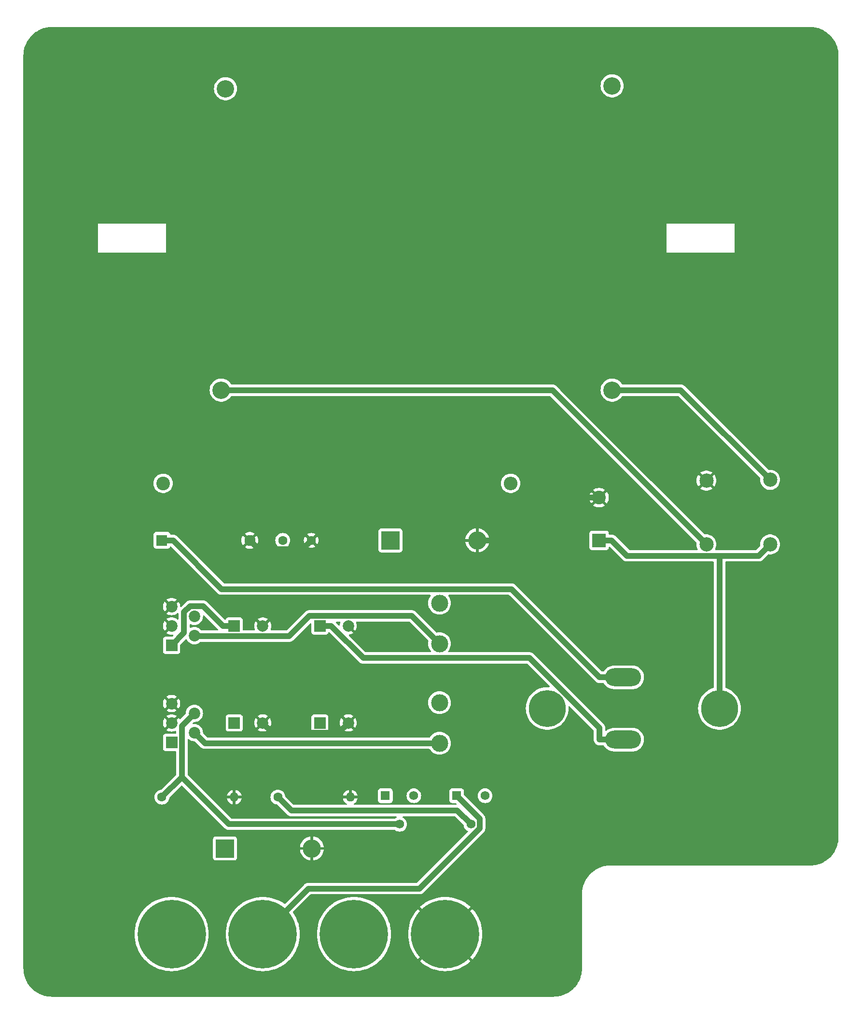
<source format=gbr>
%TF.GenerationSoftware,KiCad,Pcbnew,7.0.7*%
%TF.CreationDate,2023-12-20T01:36:47+05:30*%
%TF.ProjectId,Power Supply,506f7765-7220-4537-9570-706c792e6b69,rev?*%
%TF.SameCoordinates,Original*%
%TF.FileFunction,Copper,L2,Bot*%
%TF.FilePolarity,Positive*%
%FSLAX46Y46*%
G04 Gerber Fmt 4.6, Leading zero omitted, Abs format (unit mm)*
G04 Created by KiCad (PCBNEW 7.0.7) date 2023-12-20 01:36:47*
%MOMM*%
%LPD*%
G01*
G04 APERTURE LIST*
%TA.AperFunction,ComponentPad*%
%ADD10R,2.025000X2.025000*%
%TD*%
%TA.AperFunction,ComponentPad*%
%ADD11C,2.025000*%
%TD*%
%TA.AperFunction,ComponentPad*%
%ADD12C,1.600000*%
%TD*%
%TA.AperFunction,ComponentPad*%
%ADD13R,2.000000X2.000000*%
%TD*%
%TA.AperFunction,ComponentPad*%
%ADD14C,2.000000*%
%TD*%
%TA.AperFunction,ComponentPad*%
%ADD15R,3.200000X3.200000*%
%TD*%
%TA.AperFunction,ComponentPad*%
%ADD16O,3.200000X3.200000*%
%TD*%
%TA.AperFunction,ComponentPad*%
%ADD17C,12.000000*%
%TD*%
%TA.AperFunction,ComponentPad*%
%ADD18C,3.000000*%
%TD*%
%TA.AperFunction,ComponentPad*%
%ADD19C,2.400000*%
%TD*%
%TA.AperFunction,ComponentPad*%
%ADD20O,2.400000X2.400000*%
%TD*%
%TA.AperFunction,ComponentPad*%
%ADD21R,1.560000X1.560000*%
%TD*%
%TA.AperFunction,ComponentPad*%
%ADD22C,1.560000*%
%TD*%
%TA.AperFunction,ComponentPad*%
%ADD23C,3.048000*%
%TD*%
%TA.AperFunction,ComponentPad*%
%ADD24R,1.940000X1.940000*%
%TD*%
%TA.AperFunction,ComponentPad*%
%ADD25C,1.940000*%
%TD*%
%TA.AperFunction,ComponentPad*%
%ADD26O,6.299200X3.149600*%
%TD*%
%TA.AperFunction,ComponentPad*%
%ADD27C,6.477000*%
%TD*%
%TA.AperFunction,ComponentPad*%
%ADD28O,1.600000X1.600000*%
%TD*%
%TA.AperFunction,ComponentPad*%
%ADD29R,2.400000X2.400000*%
%TD*%
%TA.AperFunction,ComponentPad*%
%ADD30C,2.500000*%
%TD*%
%TA.AperFunction,Conductor*%
%ADD31C,1.000000*%
%TD*%
G04 APERTURE END LIST*
D10*
%TO.P,U2,1,VIN*%
%TO.N,~12V 3A DC*%
X93000000Y-141400000D03*
D11*
%TO.P,U2,2,OUTPUT*%
%TO.N,Net-(D4-K)*%
X97000000Y-139700000D03*
%TO.P,U2,3,GND*%
%TO.N,GND*%
X93000000Y-138000000D03*
%TO.P,U2,4,FEEDBACK*%
%TO.N,Net-(U2-FEEDBACK)*%
X97000000Y-136300000D03*
%TO.P,U2,5,~{ON}-OFF*%
%TO.N,GND*%
X93000000Y-134600000D03*
%TD*%
D10*
%TO.P,U1,1,VIN*%
%TO.N,~12V 3A DC*%
X93000000Y-124400000D03*
D11*
%TO.P,U1,2,OUTPUT*%
%TO.N,Net-(D3-K)*%
X97000000Y-122700000D03*
%TO.P,U1,3,GND*%
%TO.N,GND*%
X93000000Y-121000000D03*
%TO.P,U1,4,FEEDBACK*%
%TO.N,Net-(U1-FEEDBACK)*%
X97000000Y-119300000D03*
%TO.P,U1,5,~{ON}-OFF*%
%TO.N,GND*%
X93000000Y-117600000D03*
%TD*%
D12*
%TO.P,C2,1*%
%TO.N,~12V 3A DC*%
X112500000Y-106000000D03*
%TO.P,C2,2*%
%TO.N,GND*%
X117500000Y-106000000D03*
%TD*%
D13*
%TO.P,C6,1*%
%TO.N,~3.3V 1.87A DC*%
X119000000Y-138000000D03*
D14*
%TO.P,C6,2*%
%TO.N,GND*%
X124000000Y-138000000D03*
%TD*%
D15*
%TO.P,D3,1,K*%
%TO.N,Net-(D3-K)*%
X131380000Y-106000000D03*
D16*
%TO.P,D3,2,A*%
%TO.N,GND*%
X146620000Y-106000000D03*
%TD*%
D17*
%TO.P,J2,1,Pin_1*%
%TO.N,~5V 1.18A DC*%
X109000000Y-175000000D03*
%TD*%
D18*
%TO.P,L1,1,1*%
%TO.N,~5V 1.18A DC*%
X140000000Y-117000000D03*
%TO.P,L1,2,2*%
%TO.N,Net-(D3-K)*%
X140000000Y-124110000D03*
%TD*%
D15*
%TO.P,D4,1,K*%
%TO.N,Net-(D4-K)*%
X102380000Y-160000000D03*
D16*
%TO.P,D4,2,A*%
%TO.N,GND*%
X117620000Y-160000000D03*
%TD*%
D19*
%TO.P,R1,1*%
%TO.N,Net-(D2-K)*%
X91520000Y-96000000D03*
D20*
%TO.P,R1,2*%
%TO.N,Net-(D1-+)*%
X152480000Y-96000000D03*
%TD*%
D18*
%TO.P,L2,1,1*%
%TO.N,~3.3V 1.87A DC*%
X140000000Y-134445000D03*
%TO.P,L2,2,2*%
%TO.N,Net-(D4-K)*%
X140000000Y-141555000D03*
%TD*%
D21*
%TO.P,RV2,1,1*%
%TO.N,~3.3V 1.87A DC*%
X130500000Y-150760000D03*
D22*
%TO.P,RV2,2,2*%
%TO.N,Net-(U2-FEEDBACK)*%
X133000000Y-155760000D03*
%TO.P,RV2,3,3*%
%TO.N,unconnected-(RV2-Pad3)*%
X135500000Y-150760000D03*
%TD*%
D17*
%TO.P,J1,1,Pin_1*%
%TO.N,~12V 3A DC*%
X93000000Y-175000000D03*
%TD*%
D21*
%TO.P,RV1,1,1*%
%TO.N,~5V 1.18A DC*%
X143000000Y-150760000D03*
D22*
%TO.P,RV1,2,2*%
%TO.N,Net-(U1-FEEDBACK)*%
X145500000Y-155760000D03*
%TO.P,RV1,3,3*%
%TO.N,unconnected-(RV1-Pad3)*%
X148000000Y-150760000D03*
%TD*%
D23*
%TO.P,TR1,4,SB*%
%TO.N,Net-(TR1-SB)*%
X170290000Y-79670000D03*
%TO.P,TR1,3,SA*%
%TO.N,Net-(TR1-SA)*%
X101710000Y-79670000D03*
%TO.P,TR1,2,AB*%
%TO.N,unconnected-(TR1-AB-Pad2)*%
X170290000Y-26330000D03*
%TO.P,TR1,1,AA*%
%TO.N,unconnected-(TR1-AA-Pad1)*%
X102472000Y-26838000D03*
%TD*%
D24*
%TO.P,D2,1,K*%
%TO.N,Net-(D2-K)*%
X91285000Y-106000000D03*
D25*
%TO.P,D2,2,A*%
%TO.N,GND*%
X106715000Y-106000000D03*
%TD*%
D17*
%TO.P,J3,1,Pin_1*%
%TO.N,~3.3V 1.87A DC*%
X125000000Y-175000000D03*
%TD*%
D13*
%TO.P,C5,1*%
%TO.N,~12V 3A DC*%
X119000000Y-121000000D03*
D14*
%TO.P,C5,2*%
%TO.N,GND*%
X124000000Y-121000000D03*
%TD*%
D13*
%TO.P,C4,1*%
%TO.N,~5V 1.18A DC*%
X104000000Y-138000000D03*
D14*
%TO.P,C4,2*%
%TO.N,GND*%
X109000000Y-138000000D03*
%TD*%
D13*
%TO.P,C3,1*%
%TO.N,~12V 3A DC*%
X104000000Y-121000000D03*
D14*
%TO.P,C3,2*%
%TO.N,GND*%
X109000000Y-121000000D03*
%TD*%
D26*
%TO.P,T2,B*%
%TO.N,Net-(D2-K)*%
X172222000Y-130000000D03*
D27*
%TO.P,T2,C*%
%TO.N,Net-(D1-+)*%
X189113000Y-135461000D03*
%TO.P,T2,C/*%
X158887000Y-135461000D03*
D26*
%TO.P,T2,E*%
%TO.N,~12V 3A DC*%
X172222000Y-140922000D03*
%TD*%
D17*
%TO.P,J4,1,Pin_1*%
%TO.N,GND*%
X141000000Y-175000000D03*
%TD*%
D12*
%TO.P,R2,1*%
%TO.N,Net-(U2-FEEDBACK)*%
X91300000Y-151000000D03*
D28*
%TO.P,R2,2*%
%TO.N,GND*%
X104000000Y-151000000D03*
%TD*%
D29*
%TO.P,C1,1*%
%TO.N,Net-(D1-+)*%
X168000000Y-106000000D03*
D19*
%TO.P,C1,2*%
%TO.N,GND*%
X168000000Y-98500000D03*
%TD*%
D30*
%TO.P,D1,1,+*%
%TO.N,Net-(D1-+)*%
X198000000Y-106688000D03*
%TO.P,D1,2,-*%
%TO.N,GND*%
X186824000Y-95512000D03*
%TO.P,D1,3*%
%TO.N,Net-(TR1-SB)*%
X198000000Y-95385000D03*
%TO.P,D1,4*%
%TO.N,Net-(TR1-SA)*%
X186824000Y-106688000D03*
%TD*%
D12*
%TO.P,R3,1*%
%TO.N,Net-(U1-FEEDBACK)*%
X111650000Y-151000000D03*
D28*
%TO.P,R3,2*%
%TO.N,GND*%
X124350000Y-151000000D03*
%TD*%
D31*
%TO.N,Net-(U1-FEEDBACK)*%
X143112500Y-153372500D02*
X145500000Y-155760000D01*
X114022500Y-153372500D02*
X143112500Y-153372500D01*
X111650000Y-151000000D02*
X114022500Y-153372500D01*
%TO.N,Net-(U2-FEEDBACK)*%
X103056000Y-155760000D02*
X94798000Y-147502000D01*
X133000000Y-155760000D02*
X103056000Y-155760000D01*
X91300000Y-151000000D02*
X94798000Y-147502000D01*
X94798000Y-138502000D02*
X97000000Y-136300000D01*
X94798000Y-147502000D02*
X94798000Y-138502000D01*
%TO.N,Net-(D4-K)*%
X98855000Y-141555000D02*
X97000000Y-139700000D01*
X140000000Y-141555000D02*
X98855000Y-141555000D01*
%TO.N,Net-(D3-K)*%
X97092100Y-122792100D02*
X97000000Y-122700000D01*
X113628800Y-122792100D02*
X97092100Y-122792100D01*
X117180500Y-119240400D02*
X113628800Y-122792100D01*
X135130400Y-119240400D02*
X117180500Y-119240400D01*
X140000000Y-124110000D02*
X135130400Y-119240400D01*
%TO.N,Net-(D2-K)*%
X101796100Y-114541100D02*
X93255000Y-106000000D01*
X152613500Y-114541100D02*
X101796100Y-114541100D01*
X168072400Y-130000000D02*
X152613500Y-114541100D01*
X172222000Y-130000000D02*
X168072400Y-130000000D01*
X91285000Y-106000000D02*
X93255000Y-106000000D01*
%TO.N,Net-(TR1-SA)*%
X159806000Y-79670000D02*
X101710000Y-79670000D01*
X186824000Y-106688000D02*
X159806000Y-79670000D01*
%TO.N,Net-(TR1-SB)*%
X182285000Y-79670000D02*
X170290000Y-79670000D01*
X198000000Y-95385000D02*
X182285000Y-79670000D01*
%TO.N,~5V 1.18A DC*%
X116973500Y-167026500D02*
X109000000Y-175000000D01*
X136462800Y-167026500D02*
X116973500Y-167026500D01*
X147036700Y-156452600D02*
X136462800Y-167026500D01*
X147036700Y-154796700D02*
X147036700Y-156452600D01*
X143000000Y-150760000D02*
X147036700Y-154796700D01*
%TO.N,~12V 3A DC*%
X126612900Y-126612900D02*
X121000000Y-121000000D01*
X155804800Y-126612900D02*
X126612900Y-126612900D01*
X168072400Y-138880500D02*
X155804800Y-126612900D01*
X168072400Y-140922000D02*
X168072400Y-138880500D01*
X172222000Y-140922000D02*
X168072400Y-140922000D01*
X119000000Y-121000000D02*
X121000000Y-121000000D01*
X95190600Y-122209400D02*
X93000000Y-124400000D01*
X95190600Y-118590500D02*
X95190600Y-122209400D01*
X96250800Y-117530300D02*
X95190600Y-118590500D01*
X98530300Y-117530300D02*
X96250800Y-117530300D01*
X102000000Y-121000000D02*
X98530300Y-117530300D01*
X104000000Y-121000000D02*
X102000000Y-121000000D01*
%TO.N,GND*%
X156720000Y-98500000D02*
X149220000Y-106000000D01*
X168000000Y-98500000D02*
X156720000Y-98500000D01*
X146620000Y-106000000D02*
X149220000Y-106000000D01*
X115931200Y-107568800D02*
X117500000Y-106000000D01*
X108283800Y-107568800D02*
X115931200Y-107568800D01*
X106715000Y-106000000D02*
X108283800Y-107568800D01*
X122248100Y-139751900D02*
X124000000Y-138000000D01*
X110751900Y-139751900D02*
X122248100Y-139751900D01*
X109000000Y-138000000D02*
X110751900Y-139751900D01*
%TO.N,Net-(D1-+)*%
X168000000Y-106000000D02*
X170200000Y-106000000D01*
X189113000Y-108701700D02*
X189113000Y-135461000D01*
X195986300Y-108701700D02*
X189113000Y-108701700D01*
X198000000Y-106688000D02*
X195986300Y-108701700D01*
X172901700Y-108701700D02*
X170200000Y-106000000D01*
X189113000Y-108701700D02*
X172901700Y-108701700D01*
%TD*%
%TA.AperFunction,Conductor*%
%TO.N,GND*%
G36*
X134731656Y-120260585D02*
G01*
X134752298Y-120277219D01*
X138017819Y-123542740D01*
X138051304Y-123604063D01*
X138051304Y-123656779D01*
X138014805Y-123824564D01*
X138014804Y-123824571D01*
X137994390Y-124109998D01*
X137994390Y-124110001D01*
X138014804Y-124395433D01*
X138075628Y-124675037D01*
X138175635Y-124943166D01*
X138312770Y-125194309D01*
X138312775Y-125194317D01*
X138477295Y-125414090D01*
X138501712Y-125479554D01*
X138486860Y-125547827D01*
X138437455Y-125597232D01*
X138378028Y-125612400D01*
X127078683Y-125612400D01*
X127011644Y-125592715D01*
X126991002Y-125576081D01*
X125558319Y-124143398D01*
X124115200Y-122700280D01*
X124081716Y-122638958D01*
X124086700Y-122569266D01*
X124128572Y-122513333D01*
X124182473Y-122490291D01*
X124369492Y-122459083D01*
X124604603Y-122378369D01*
X124604614Y-122378364D01*
X124823228Y-122260057D01*
X124823231Y-122260055D01*
X124870056Y-122223609D01*
X124259116Y-121612669D01*
X124225631Y-121551346D01*
X124230615Y-121481654D01*
X124267641Y-121432193D01*
X124266398Y-121430759D01*
X124314247Y-121389298D01*
X124381761Y-121330798D01*
X124416952Y-121276038D01*
X124469755Y-121230283D01*
X124538914Y-121220339D01*
X124602470Y-121249363D01*
X124608949Y-121255396D01*
X125223434Y-121869882D01*
X125323731Y-121716369D01*
X125423587Y-121488717D01*
X125484612Y-121247738D01*
X125484614Y-121247729D01*
X125505141Y-121000005D01*
X125505141Y-120999994D01*
X125484614Y-120752270D01*
X125484612Y-120752261D01*
X125423587Y-120511282D01*
X125381228Y-120414710D01*
X125372325Y-120345409D01*
X125402303Y-120282297D01*
X125461642Y-120245411D01*
X125494784Y-120240900D01*
X134664617Y-120240900D01*
X134731656Y-120260585D01*
G37*
%TD.AperFunction*%
%TA.AperFunction,Conductor*%
G36*
X205217318Y-16009488D02*
G01*
X205415934Y-16018160D01*
X205420865Y-16018574D01*
X205636792Y-16045489D01*
X205832940Y-16071313D01*
X205837265Y-16071883D01*
X205841894Y-16072671D01*
X206054183Y-16117183D01*
X206252534Y-16161157D01*
X206256778Y-16162257D01*
X206464544Y-16224112D01*
X206658658Y-16285317D01*
X206662530Y-16286680D01*
X206864457Y-16365472D01*
X207052817Y-16443494D01*
X207056252Y-16445045D01*
X207131343Y-16481755D01*
X207250992Y-16540249D01*
X207388629Y-16611897D01*
X207432009Y-16634479D01*
X207435107Y-16636207D01*
X207621382Y-16747202D01*
X207793662Y-16856957D01*
X207796377Y-16858789D01*
X207972918Y-16984837D01*
X208135098Y-17109282D01*
X208137426Y-17111159D01*
X208303055Y-17251439D01*
X208454895Y-17390574D01*
X208609424Y-17545103D01*
X208748555Y-17696938D01*
X208763008Y-17714003D01*
X208888839Y-17862572D01*
X208890716Y-17864900D01*
X209015162Y-18027081D01*
X209141209Y-18203621D01*
X209143040Y-18206335D01*
X209252797Y-18378617D01*
X209363791Y-18564891D01*
X209365525Y-18568000D01*
X209459750Y-18749007D01*
X209525992Y-18884503D01*
X209554953Y-18943744D01*
X209556524Y-18947229D01*
X209634536Y-19135566D01*
X209713309Y-19337445D01*
X209714681Y-19341340D01*
X209775899Y-19535496D01*
X209837735Y-19743200D01*
X209838843Y-19747472D01*
X209882818Y-19945826D01*
X209927326Y-20158101D01*
X209928115Y-20162733D01*
X209954524Y-20363319D01*
X209981422Y-20579114D01*
X209981839Y-20584080D01*
X209990513Y-20782728D01*
X209999500Y-21000000D01*
X209999500Y-158000000D01*
X209990513Y-158217271D01*
X209981839Y-158415918D01*
X209981422Y-158420884D01*
X209954524Y-158636680D01*
X209928115Y-158837265D01*
X209927326Y-158841897D01*
X209882818Y-159054173D01*
X209838843Y-159252526D01*
X209837735Y-159256798D01*
X209775899Y-159464503D01*
X209714681Y-159658658D01*
X209713309Y-159662552D01*
X209634536Y-159864433D01*
X209556524Y-160052769D01*
X209554944Y-160056274D01*
X209459750Y-160250992D01*
X209365525Y-160431998D01*
X209363791Y-160435107D01*
X209252797Y-160621382D01*
X209143040Y-160793663D01*
X209141209Y-160796377D01*
X209015162Y-160972918D01*
X208890716Y-161135099D01*
X208888839Y-161137426D01*
X208748557Y-161303059D01*
X208609426Y-161454895D01*
X208454895Y-161609426D01*
X208303059Y-161748557D01*
X208137426Y-161888839D01*
X208135099Y-161890716D01*
X207972918Y-162015162D01*
X207796377Y-162141209D01*
X207793663Y-162143040D01*
X207621382Y-162252797D01*
X207435107Y-162363791D01*
X207431998Y-162365525D01*
X207250992Y-162459750D01*
X207056274Y-162554944D01*
X207052769Y-162556524D01*
X206864433Y-162634536D01*
X206662552Y-162713309D01*
X206658658Y-162714681D01*
X206464503Y-162775899D01*
X206256798Y-162837735D01*
X206252526Y-162838843D01*
X206054173Y-162882818D01*
X205841897Y-162927326D01*
X205837265Y-162928115D01*
X205636680Y-162954524D01*
X205420884Y-162981422D01*
X205415918Y-162981839D01*
X205217271Y-162990513D01*
X205000000Y-162999500D01*
X173000099Y-162999500D01*
X170000500Y-162999500D01*
X170000000Y-162999500D01*
X169793178Y-162999500D01*
X169754727Y-163002686D01*
X169550093Y-163019642D01*
X169471546Y-163023072D01*
X169457774Y-163027292D01*
X169380945Y-163033659D01*
X169111306Y-163078652D01*
X169047055Y-163087111D01*
X169037386Y-163090988D01*
X168989846Y-163098921D01*
X168972943Y-163101742D01*
X168859315Y-163130516D01*
X168674065Y-163177428D01*
X168629527Y-163187302D01*
X168623878Y-163190137D01*
X168587642Y-163199313D01*
X168571956Y-163203286D01*
X168571953Y-163203286D01*
X168571949Y-163203288D01*
X168239183Y-163317526D01*
X168222052Y-163322928D01*
X168220271Y-163324018D01*
X168186973Y-163335450D01*
X168180724Y-163337596D01*
X168180719Y-163337598D01*
X168180718Y-163337598D01*
X167801917Y-163503756D01*
X167801918Y-163503756D01*
X167438131Y-163700628D01*
X167091841Y-163926870D01*
X166765418Y-164180936D01*
X166765414Y-164180938D01*
X166765416Y-164180938D01*
X166461090Y-164461090D01*
X166180938Y-164765416D01*
X165926873Y-165091837D01*
X165926872Y-165091838D01*
X165700629Y-165438129D01*
X165503756Y-165801918D01*
X165503756Y-165801917D01*
X165337598Y-166180718D01*
X165337598Y-166180719D01*
X165324018Y-166220271D01*
X165323065Y-166221615D01*
X165317526Y-166239183D01*
X165203288Y-166571949D01*
X165190137Y-166623878D01*
X165187604Y-166628164D01*
X165177428Y-166674065D01*
X165101742Y-166972944D01*
X165090988Y-167037386D01*
X165087412Y-167044768D01*
X165078652Y-167111306D01*
X165033659Y-167380945D01*
X165027292Y-167457774D01*
X165023211Y-167468348D01*
X165019642Y-167550090D01*
X164999500Y-167793180D01*
X164999500Y-181000000D01*
X164990513Y-181217271D01*
X164981839Y-181415918D01*
X164981422Y-181420884D01*
X164954524Y-181636680D01*
X164928115Y-181837265D01*
X164927326Y-181841897D01*
X164882818Y-182054173D01*
X164838843Y-182252526D01*
X164837735Y-182256798D01*
X164775899Y-182464503D01*
X164714681Y-182658658D01*
X164713309Y-182662552D01*
X164634536Y-182864433D01*
X164556524Y-183052769D01*
X164554944Y-183056274D01*
X164459750Y-183250992D01*
X164365525Y-183431998D01*
X164363791Y-183435107D01*
X164252797Y-183621382D01*
X164143040Y-183793663D01*
X164141209Y-183796377D01*
X164015162Y-183972918D01*
X163890716Y-184135099D01*
X163888839Y-184137426D01*
X163748557Y-184303059D01*
X163609426Y-184454895D01*
X163454895Y-184609426D01*
X163303059Y-184748557D01*
X163137426Y-184888839D01*
X163135099Y-184890716D01*
X162972918Y-185015162D01*
X162796377Y-185141209D01*
X162793663Y-185143040D01*
X162621382Y-185252797D01*
X162435107Y-185363791D01*
X162431998Y-185365525D01*
X162250992Y-185459750D01*
X162056274Y-185554944D01*
X162052769Y-185556524D01*
X161864433Y-185634536D01*
X161662552Y-185713309D01*
X161658658Y-185714681D01*
X161464503Y-185775899D01*
X161256798Y-185837735D01*
X161252526Y-185838843D01*
X161054173Y-185882818D01*
X160841897Y-185927326D01*
X160837265Y-185928115D01*
X160636680Y-185954524D01*
X160420884Y-185981422D01*
X160415918Y-185981839D01*
X160217271Y-185990513D01*
X160000000Y-185999500D01*
X72000000Y-185999500D01*
X71782728Y-185990513D01*
X71584080Y-185981839D01*
X71579114Y-185981422D01*
X71363319Y-185954524D01*
X71162733Y-185928115D01*
X71158101Y-185927326D01*
X70945826Y-185882818D01*
X70747472Y-185838843D01*
X70743200Y-185837735D01*
X70535496Y-185775899D01*
X70341340Y-185714681D01*
X70337445Y-185713309D01*
X70135566Y-185634536D01*
X69947229Y-185556524D01*
X69943744Y-185554953D01*
X69884503Y-185525992D01*
X69749007Y-185459750D01*
X69568000Y-185365525D01*
X69564891Y-185363791D01*
X69378617Y-185252797D01*
X69206335Y-185143040D01*
X69203621Y-185141209D01*
X69027081Y-185015162D01*
X68864900Y-184890716D01*
X68862572Y-184888839D01*
X68696940Y-184748557D01*
X68545103Y-184609424D01*
X68390574Y-184454895D01*
X68251439Y-184303055D01*
X68111159Y-184137426D01*
X68109282Y-184135098D01*
X67984837Y-183972918D01*
X67858789Y-183796377D01*
X67856957Y-183793662D01*
X67747202Y-183621382D01*
X67636207Y-183435107D01*
X67634473Y-183431998D01*
X67540249Y-183250992D01*
X67481755Y-183131343D01*
X67445045Y-183056252D01*
X67443494Y-183052817D01*
X67365463Y-182864433D01*
X67286680Y-182662530D01*
X67285317Y-182658658D01*
X67224100Y-182464503D01*
X67213246Y-182428044D01*
X67162257Y-182256778D01*
X67161155Y-182252526D01*
X67117181Y-182054173D01*
X67111495Y-182027057D01*
X67072671Y-181841894D01*
X67071883Y-181837265D01*
X67071313Y-181832940D01*
X67045489Y-181636792D01*
X67018574Y-181420865D01*
X67018160Y-181415934D01*
X67009486Y-181217271D01*
X67000500Y-181000000D01*
X67000500Y-180999500D01*
X67000500Y-175000000D01*
X86494484Y-175000000D01*
X86514536Y-175510380D01*
X86514538Y-175510417D01*
X86574578Y-176017687D01*
X86674232Y-176518683D01*
X86812887Y-177010315D01*
X86812889Y-177010322D01*
X86812891Y-177010327D01*
X86989685Y-177489548D01*
X87203542Y-177953440D01*
X87453132Y-178399117D01*
X87453135Y-178399122D01*
X87453136Y-178399123D01*
X87736927Y-178823846D01*
X87947753Y-179091278D01*
X88053164Y-179224992D01*
X88053167Y-179224995D01*
X88399906Y-179600094D01*
X88775005Y-179946833D01*
X88775008Y-179946835D01*
X88775007Y-179946835D01*
X88908721Y-180052246D01*
X89176154Y-180263073D01*
X89600244Y-180546441D01*
X89600883Y-180546868D01*
X89976149Y-180757026D01*
X90046558Y-180796457D01*
X90510447Y-181010313D01*
X90510450Y-181010314D01*
X90510452Y-181010315D01*
X90989673Y-181187109D01*
X90989677Y-181187110D01*
X90989685Y-181187113D01*
X91481317Y-181325768D01*
X91982313Y-181425422D01*
X92185220Y-181449438D01*
X92489580Y-181485462D01*
X92489581Y-181485462D01*
X93000000Y-181505516D01*
X93510419Y-181485462D01*
X93510420Y-181485462D01*
X93814778Y-181449438D01*
X94017687Y-181425422D01*
X94518683Y-181325768D01*
X95010315Y-181187113D01*
X95010322Y-181187110D01*
X95010327Y-181187109D01*
X95489548Y-181010315D01*
X95489549Y-181010314D01*
X95489553Y-181010313D01*
X95953442Y-180796457D01*
X96023850Y-180757026D01*
X96399117Y-180546868D01*
X96399756Y-180546441D01*
X96823846Y-180263073D01*
X97091278Y-180052246D01*
X97224993Y-179946835D01*
X97224992Y-179946835D01*
X97224995Y-179946833D01*
X97600094Y-179600094D01*
X97946833Y-179224995D01*
X97946836Y-179224992D01*
X98052246Y-179091278D01*
X98263073Y-178823846D01*
X98546864Y-178399123D01*
X98546864Y-178399122D01*
X98546868Y-178399117D01*
X98796458Y-177953440D01*
X99010315Y-177489548D01*
X99187109Y-177010327D01*
X99187110Y-177010322D01*
X99187113Y-177010315D01*
X99325768Y-176518683D01*
X99425422Y-176017687D01*
X99485462Y-175510417D01*
X99485464Y-175510380D01*
X99505516Y-175000000D01*
X99485462Y-174489581D01*
X99485462Y-174489580D01*
X99425422Y-173982315D01*
X99325768Y-173481317D01*
X99289215Y-173351712D01*
X99187113Y-172989685D01*
X99179085Y-172967925D01*
X99010315Y-172510452D01*
X98796458Y-172046560D01*
X98546868Y-171600883D01*
X98309874Y-171246197D01*
X98263073Y-171176154D01*
X98052246Y-170908721D01*
X97946835Y-170775007D01*
X97946835Y-170775008D01*
X97946833Y-170775005D01*
X97600094Y-170399906D01*
X97224995Y-170053167D01*
X97224992Y-170053165D01*
X97224993Y-170053165D01*
X97091278Y-169947753D01*
X96823846Y-169736927D01*
X96399123Y-169453136D01*
X96399122Y-169453135D01*
X96399117Y-169453132D01*
X95954238Y-169203989D01*
X95953442Y-169203543D01*
X95489553Y-168989687D01*
X95489548Y-168989685D01*
X95010327Y-168812891D01*
X95010322Y-168812889D01*
X95010315Y-168812887D01*
X94518683Y-168674232D01*
X94017687Y-168574578D01*
X93814779Y-168550561D01*
X93510420Y-168514538D01*
X93510419Y-168514538D01*
X93000000Y-168494484D01*
X92489581Y-168514538D01*
X92489580Y-168514538D01*
X92185220Y-168550561D01*
X91982313Y-168574578D01*
X91481317Y-168674232D01*
X90989685Y-168812887D01*
X90989677Y-168812889D01*
X90989673Y-168812891D01*
X90510452Y-168989685D01*
X90510447Y-168989687D01*
X90046558Y-169203543D01*
X90045762Y-169203989D01*
X89600883Y-169453132D01*
X89600877Y-169453135D01*
X89600877Y-169453136D01*
X89176154Y-169736927D01*
X88908721Y-169947753D01*
X88775007Y-170053165D01*
X88775008Y-170053165D01*
X88775005Y-170053167D01*
X88399906Y-170399906D01*
X88053167Y-170775005D01*
X88053165Y-170775008D01*
X88053165Y-170775007D01*
X87947753Y-170908721D01*
X87736927Y-171176154D01*
X87690126Y-171246197D01*
X87453132Y-171600883D01*
X87203542Y-172046560D01*
X86989685Y-172510452D01*
X86820915Y-172967925D01*
X86812887Y-172989685D01*
X86710785Y-173351712D01*
X86674232Y-173481317D01*
X86574578Y-173982315D01*
X86514538Y-174489580D01*
X86514538Y-174489581D01*
X86494484Y-175000000D01*
X67000500Y-175000000D01*
X67000500Y-161647870D01*
X100279500Y-161647870D01*
X100279501Y-161647876D01*
X100285908Y-161707483D01*
X100336202Y-161842328D01*
X100336206Y-161842335D01*
X100422452Y-161957544D01*
X100422455Y-161957547D01*
X100537664Y-162043793D01*
X100537671Y-162043797D01*
X100672517Y-162094091D01*
X100672516Y-162094091D01*
X100679444Y-162094835D01*
X100732127Y-162100500D01*
X104027872Y-162100499D01*
X104087483Y-162094091D01*
X104222331Y-162043796D01*
X104337546Y-161957546D01*
X104423796Y-161842331D01*
X104474091Y-161707483D01*
X104480500Y-161647873D01*
X104480499Y-159749999D01*
X115532192Y-159749999D01*
X115532193Y-159750000D01*
X116704350Y-159750000D01*
X116771389Y-159769685D01*
X116817144Y-159822489D01*
X116827570Y-159887883D01*
X116814938Y-159999996D01*
X116814938Y-160000003D01*
X116827570Y-160112117D01*
X116815516Y-160180938D01*
X116768166Y-160232318D01*
X116704350Y-160250000D01*
X115532193Y-160250000D01*
X115534697Y-160286619D01*
X115593146Y-160567888D01*
X115593150Y-160567902D01*
X115689355Y-160838595D01*
X115821527Y-161093676D01*
X115987204Y-161328385D01*
X115987204Y-161328386D01*
X116183288Y-161538341D01*
X116406135Y-161719641D01*
X116406146Y-161719648D01*
X116651607Y-161868917D01*
X116915108Y-161983371D01*
X117191737Y-162060879D01*
X117191746Y-162060881D01*
X117369998Y-162085380D01*
X117369999Y-162085380D01*
X117369999Y-160915649D01*
X117389684Y-160848610D01*
X117442488Y-160802855D01*
X117507882Y-160792429D01*
X117540395Y-160796092D01*
X117575071Y-160800000D01*
X117575074Y-160800000D01*
X117664928Y-160800000D01*
X117682126Y-160798061D01*
X117732115Y-160792429D01*
X117800936Y-160804483D01*
X117852316Y-160851831D01*
X117869999Y-160915649D01*
X117869999Y-162085380D01*
X118048253Y-162060881D01*
X118048262Y-162060879D01*
X118324891Y-161983371D01*
X118588392Y-161868917D01*
X118833853Y-161719648D01*
X118833864Y-161719641D01*
X119056711Y-161538341D01*
X119252795Y-161328386D01*
X119252795Y-161328385D01*
X119418472Y-161093676D01*
X119550644Y-160838595D01*
X119646849Y-160567902D01*
X119646853Y-160567888D01*
X119705302Y-160286619D01*
X119707807Y-160250000D01*
X118535650Y-160250000D01*
X118468611Y-160230315D01*
X118422856Y-160177511D01*
X118412430Y-160112117D01*
X118425062Y-160000003D01*
X118425062Y-159999996D01*
X118412430Y-159887883D01*
X118424484Y-159819062D01*
X118471834Y-159767682D01*
X118535650Y-159750000D01*
X119707807Y-159750000D01*
X119707807Y-159749999D01*
X119705302Y-159713380D01*
X119646853Y-159432111D01*
X119646849Y-159432097D01*
X119550644Y-159161404D01*
X119418472Y-158906323D01*
X119252795Y-158671614D01*
X119252795Y-158671613D01*
X119056711Y-158461658D01*
X118833864Y-158280358D01*
X118833853Y-158280351D01*
X118588392Y-158131082D01*
X118324891Y-158016628D01*
X118048262Y-157939120D01*
X118048255Y-157939119D01*
X117869999Y-157914618D01*
X117869999Y-159084350D01*
X117850314Y-159151389D01*
X117797510Y-159197144D01*
X117732115Y-159207570D01*
X117664930Y-159200000D01*
X117664926Y-159200000D01*
X117575074Y-159200000D01*
X117575067Y-159200000D01*
X117507882Y-159207570D01*
X117439061Y-159195515D01*
X117387681Y-159148166D01*
X117369999Y-159084350D01*
X117369999Y-157914618D01*
X117191744Y-157939119D01*
X117191737Y-157939120D01*
X116915108Y-158016628D01*
X116651607Y-158131082D01*
X116406146Y-158280351D01*
X116406135Y-158280358D01*
X116183288Y-158461658D01*
X115987204Y-158671613D01*
X115987204Y-158671614D01*
X115821527Y-158906323D01*
X115689355Y-159161404D01*
X115593150Y-159432097D01*
X115593146Y-159432111D01*
X115534697Y-159713380D01*
X115532192Y-159749999D01*
X104480499Y-159749999D01*
X104480499Y-158352128D01*
X104474091Y-158292517D01*
X104469553Y-158280351D01*
X104423797Y-158157671D01*
X104423793Y-158157664D01*
X104337547Y-158042455D01*
X104337544Y-158042452D01*
X104222335Y-157956206D01*
X104222328Y-157956202D01*
X104087482Y-157905908D01*
X104087483Y-157905908D01*
X104027883Y-157899501D01*
X104027881Y-157899500D01*
X104027873Y-157899500D01*
X104027864Y-157899500D01*
X100732129Y-157899500D01*
X100732123Y-157899501D01*
X100672516Y-157905908D01*
X100537671Y-157956202D01*
X100537664Y-157956206D01*
X100422455Y-158042452D01*
X100422452Y-158042455D01*
X100336206Y-158157664D01*
X100336202Y-158157671D01*
X100285908Y-158292517D01*
X100279501Y-158352116D01*
X100279501Y-158352123D01*
X100279500Y-158352135D01*
X100279500Y-161647870D01*
X67000500Y-161647870D01*
X67000500Y-151000001D01*
X89994532Y-151000001D01*
X90014364Y-151226686D01*
X90014366Y-151226697D01*
X90073258Y-151446488D01*
X90073261Y-151446497D01*
X90169431Y-151652732D01*
X90169432Y-151652734D01*
X90299954Y-151839141D01*
X90460858Y-152000045D01*
X90460861Y-152000047D01*
X90647266Y-152130568D01*
X90853504Y-152226739D01*
X90853509Y-152226740D01*
X90853511Y-152226741D01*
X90906415Y-152240916D01*
X91073308Y-152285635D01*
X91231911Y-152299511D01*
X91299998Y-152305468D01*
X91300000Y-152305468D01*
X91300002Y-152305468D01*
X91356673Y-152300509D01*
X91526692Y-152285635D01*
X91746496Y-152226739D01*
X91952734Y-152130568D01*
X92139139Y-152000047D01*
X92300047Y-151839139D01*
X92430568Y-151652734D01*
X92526739Y-151446496D01*
X92585635Y-151226692D01*
X92591040Y-151164905D01*
X92616492Y-151099838D01*
X92626879Y-151088040D01*
X94710318Y-149004600D01*
X94771641Y-148971116D01*
X94841333Y-148976100D01*
X94885680Y-149004601D01*
X102339566Y-156458487D01*
X102400938Y-156523050D01*
X102400941Y-156523053D01*
X102451281Y-156558092D01*
X102455043Y-156560928D01*
X102502587Y-156599694D01*
X102502590Y-156599695D01*
X102502593Y-156599698D01*
X102533045Y-156615604D01*
X102539758Y-156619672D01*
X102567951Y-156639295D01*
X102624329Y-156663489D01*
X102628578Y-156665507D01*
X102682951Y-156693909D01*
X102710489Y-156701788D01*
X102715974Y-156703358D01*
X102723368Y-156705990D01*
X102754942Y-156719540D01*
X102754945Y-156719540D01*
X102754946Y-156719541D01*
X102815022Y-156731887D01*
X102819600Y-156733010D01*
X102833501Y-156736987D01*
X102878582Y-156749887D01*
X102912839Y-156752495D01*
X102920614Y-156753586D01*
X102954255Y-156760500D01*
X102954259Y-156760500D01*
X103015599Y-156760500D01*
X103020305Y-156760678D01*
X103055063Y-156763325D01*
X103081476Y-156765337D01*
X103081476Y-156765336D01*
X103081477Y-156765337D01*
X103115560Y-156760996D01*
X103123390Y-156760500D01*
X132157281Y-156760500D01*
X132224320Y-156780185D01*
X132228404Y-156782925D01*
X132357299Y-156873178D01*
X132357301Y-156873179D01*
X132357304Y-156873181D01*
X132560370Y-156967872D01*
X132776794Y-157025863D01*
X132936226Y-157039811D01*
X132999998Y-157045391D01*
X133000000Y-157045391D01*
X133000002Y-157045391D01*
X133055801Y-157040509D01*
X133223206Y-157025863D01*
X133439630Y-156967872D01*
X133642696Y-156873181D01*
X133826233Y-156744667D01*
X133984667Y-156586233D01*
X134113181Y-156402696D01*
X134207872Y-156199630D01*
X134265863Y-155983206D01*
X134285391Y-155760000D01*
X134265863Y-155536794D01*
X134207872Y-155320370D01*
X134113181Y-155117305D01*
X133984667Y-154933767D01*
X133826233Y-154775333D01*
X133826229Y-154775330D01*
X133826228Y-154775329D01*
X133642700Y-154646821D01*
X133642692Y-154646817D01*
X133562412Y-154609382D01*
X133509972Y-154563210D01*
X133490820Y-154496017D01*
X133511036Y-154429135D01*
X133564201Y-154383801D01*
X133614816Y-154373000D01*
X142646717Y-154373000D01*
X142713756Y-154392685D01*
X142734398Y-154409319D01*
X144195113Y-155870034D01*
X144228598Y-155931357D01*
X144230960Y-155946904D01*
X144234136Y-155983203D01*
X144234137Y-155983208D01*
X144292126Y-156199625D01*
X144292127Y-156199627D01*
X144292128Y-156199630D01*
X144378661Y-156385202D01*
X144386819Y-156402696D01*
X144386821Y-156402700D01*
X144515329Y-156586228D01*
X144515334Y-156586234D01*
X144673765Y-156744665D01*
X144673771Y-156744670D01*
X144703287Y-156765337D01*
X144857304Y-156873181D01*
X144931339Y-156907704D01*
X144983775Y-156953873D01*
X145002928Y-157021067D01*
X144982713Y-157087948D01*
X144966613Y-157107765D01*
X136084699Y-165989681D01*
X136023376Y-166023166D01*
X135997018Y-166026000D01*
X116986217Y-166026000D01*
X116897137Y-166023743D01*
X116897128Y-166023743D01*
X116844136Y-166033241D01*
X116836754Y-166034564D01*
X116832095Y-166035218D01*
X116771064Y-166041425D01*
X116771062Y-166041426D01*
X116738280Y-166051710D01*
X116730656Y-166053581D01*
X116722808Y-166054988D01*
X116696849Y-166059641D01*
X116696841Y-166059643D01*
X116639882Y-166082395D01*
X116635446Y-166083974D01*
X116576915Y-166102340D01*
X116576912Y-166102341D01*
X116576910Y-166102342D01*
X116576903Y-166102345D01*
X116546884Y-166119007D01*
X116539790Y-166122376D01*
X116507890Y-166135119D01*
X116507888Y-166135119D01*
X116507883Y-166135122D01*
X116507876Y-166135126D01*
X116507877Y-166135126D01*
X116456654Y-166168883D01*
X116452626Y-166171324D01*
X116399002Y-166201088D01*
X116398999Y-166201090D01*
X116372927Y-166223470D01*
X116366660Y-166228195D01*
X116337982Y-166247098D01*
X116337975Y-166247103D01*
X116294616Y-166290462D01*
X116291161Y-166293664D01*
X116244606Y-166333632D01*
X116244605Y-166333633D01*
X116223576Y-166360800D01*
X116218384Y-166366694D01*
X112910374Y-169674704D01*
X112849051Y-169708189D01*
X112779359Y-169703205D01*
X112753802Y-169690125D01*
X112399117Y-169453132D01*
X111954238Y-169203989D01*
X111953442Y-169203543D01*
X111489553Y-168989687D01*
X111489548Y-168989685D01*
X111010327Y-168812891D01*
X111010322Y-168812889D01*
X111010315Y-168812887D01*
X110518683Y-168674232D01*
X110017687Y-168574578D01*
X109814779Y-168550561D01*
X109510420Y-168514538D01*
X109510419Y-168514538D01*
X109000000Y-168494484D01*
X108489581Y-168514538D01*
X108489580Y-168514538D01*
X108185220Y-168550561D01*
X107982313Y-168574578D01*
X107481317Y-168674232D01*
X106989685Y-168812887D01*
X106989677Y-168812889D01*
X106989673Y-168812891D01*
X106510452Y-168989685D01*
X106510447Y-168989687D01*
X106046558Y-169203543D01*
X106045762Y-169203989D01*
X105600883Y-169453132D01*
X105600877Y-169453135D01*
X105600877Y-169453136D01*
X105176154Y-169736927D01*
X104908721Y-169947753D01*
X104775007Y-170053165D01*
X104775008Y-170053165D01*
X104775005Y-170053167D01*
X104399906Y-170399906D01*
X104053167Y-170775005D01*
X104053165Y-170775008D01*
X104053165Y-170775007D01*
X103947753Y-170908721D01*
X103736927Y-171176154D01*
X103690126Y-171246197D01*
X103453132Y-171600883D01*
X103203542Y-172046560D01*
X102989685Y-172510452D01*
X102820915Y-172967925D01*
X102812887Y-172989685D01*
X102710785Y-173351712D01*
X102674232Y-173481317D01*
X102574578Y-173982315D01*
X102514538Y-174489580D01*
X102514538Y-174489581D01*
X102494484Y-175000000D01*
X102514536Y-175510380D01*
X102514538Y-175510417D01*
X102574578Y-176017687D01*
X102674232Y-176518683D01*
X102812887Y-177010315D01*
X102812889Y-177010322D01*
X102812891Y-177010327D01*
X102989685Y-177489548D01*
X103203542Y-177953440D01*
X103453132Y-178399117D01*
X103453135Y-178399122D01*
X103453136Y-178399123D01*
X103736927Y-178823846D01*
X103947753Y-179091278D01*
X104053164Y-179224992D01*
X104053167Y-179224995D01*
X104399906Y-179600094D01*
X104775005Y-179946833D01*
X104775008Y-179946835D01*
X104775007Y-179946835D01*
X104908721Y-180052246D01*
X105176154Y-180263073D01*
X105600244Y-180546441D01*
X105600883Y-180546868D01*
X105976149Y-180757026D01*
X106046558Y-180796457D01*
X106510447Y-181010313D01*
X106510450Y-181010314D01*
X106510452Y-181010315D01*
X106989673Y-181187109D01*
X106989677Y-181187110D01*
X106989685Y-181187113D01*
X107481317Y-181325768D01*
X107982313Y-181425422D01*
X108185220Y-181449438D01*
X108489580Y-181485462D01*
X108489581Y-181485462D01*
X109000000Y-181505516D01*
X109510419Y-181485462D01*
X109510420Y-181485462D01*
X109814778Y-181449438D01*
X110017687Y-181425422D01*
X110518683Y-181325768D01*
X111010315Y-181187113D01*
X111010322Y-181187110D01*
X111010327Y-181187109D01*
X111489548Y-181010315D01*
X111489549Y-181010314D01*
X111489553Y-181010313D01*
X111953442Y-180796457D01*
X112023850Y-180757026D01*
X112399117Y-180546868D01*
X112399756Y-180546441D01*
X112823846Y-180263073D01*
X113091278Y-180052246D01*
X113224993Y-179946835D01*
X113224992Y-179946835D01*
X113224995Y-179946833D01*
X113600094Y-179600094D01*
X113946833Y-179224995D01*
X113946836Y-179224992D01*
X114052246Y-179091278D01*
X114263073Y-178823846D01*
X114546864Y-178399123D01*
X114546864Y-178399122D01*
X114546868Y-178399117D01*
X114796458Y-177953440D01*
X115010315Y-177489548D01*
X115187109Y-177010327D01*
X115187110Y-177010322D01*
X115187113Y-177010315D01*
X115325768Y-176518683D01*
X115425422Y-176017687D01*
X115485462Y-175510417D01*
X115485464Y-175510380D01*
X115505516Y-175000000D01*
X118494484Y-175000000D01*
X118514536Y-175510380D01*
X118514538Y-175510417D01*
X118574578Y-176017687D01*
X118674232Y-176518683D01*
X118812887Y-177010315D01*
X118812889Y-177010322D01*
X118812891Y-177010327D01*
X118989685Y-177489548D01*
X119203542Y-177953440D01*
X119453132Y-178399117D01*
X119453135Y-178399122D01*
X119453136Y-178399123D01*
X119736927Y-178823846D01*
X119947753Y-179091278D01*
X120053164Y-179224992D01*
X120053167Y-179224995D01*
X120399906Y-179600094D01*
X120775005Y-179946833D01*
X120775008Y-179946835D01*
X120775007Y-179946835D01*
X120908721Y-180052246D01*
X121176154Y-180263073D01*
X121600244Y-180546441D01*
X121600883Y-180546868D01*
X121976149Y-180757026D01*
X122046558Y-180796457D01*
X122510447Y-181010313D01*
X122510450Y-181010314D01*
X122510452Y-181010315D01*
X122989673Y-181187109D01*
X122989677Y-181187110D01*
X122989685Y-181187113D01*
X123481317Y-181325768D01*
X123982313Y-181425422D01*
X124185220Y-181449438D01*
X124489580Y-181485462D01*
X124489581Y-181485462D01*
X125000000Y-181505516D01*
X125510419Y-181485462D01*
X125510420Y-181485462D01*
X125814778Y-181449438D01*
X126017687Y-181425422D01*
X126518683Y-181325768D01*
X127010315Y-181187113D01*
X127010322Y-181187110D01*
X127010327Y-181187109D01*
X127489548Y-181010315D01*
X127489549Y-181010314D01*
X127489553Y-181010313D01*
X127953442Y-180796457D01*
X128023850Y-180757026D01*
X128399117Y-180546868D01*
X128399756Y-180546441D01*
X128823846Y-180263073D01*
X129091278Y-180052246D01*
X129224993Y-179946835D01*
X129224992Y-179946835D01*
X129224995Y-179946833D01*
X129600094Y-179600094D01*
X129946833Y-179224995D01*
X129946836Y-179224992D01*
X130052246Y-179091278D01*
X130263073Y-178823846D01*
X130546864Y-178399123D01*
X130546864Y-178399122D01*
X130546868Y-178399117D01*
X130796458Y-177953440D01*
X131010315Y-177489548D01*
X131187109Y-177010327D01*
X131187110Y-177010322D01*
X131187113Y-177010315D01*
X131325768Y-176518683D01*
X131425422Y-176017687D01*
X131485462Y-175510417D01*
X131485464Y-175510380D01*
X131505516Y-175000000D01*
X134494985Y-175000000D01*
X134515038Y-175510380D01*
X134515038Y-175510381D01*
X134575073Y-176017607D01*
X134674719Y-176518566D01*
X134813367Y-177010172D01*
X134990148Y-177489356D01*
X135203989Y-177953213D01*
X135203988Y-177953213D01*
X135453559Y-178398855D01*
X135737336Y-178823557D01*
X135737335Y-178823556D01*
X136053546Y-179224666D01*
X136230429Y-179416017D01*
X138969658Y-176676787D01*
X139030981Y-176643302D01*
X139100673Y-176648286D01*
X139147731Y-176679584D01*
X139285250Y-176826026D01*
X139312837Y-176848848D01*
X139351945Y-176906748D01*
X139353541Y-176976599D01*
X139321478Y-177032073D01*
X136583981Y-179769569D01*
X136583981Y-179769570D01*
X136775334Y-179946454D01*
X137176444Y-180262665D01*
X137176443Y-180262664D01*
X137601145Y-180546441D01*
X138046787Y-180796012D01*
X138046787Y-180796011D01*
X138510644Y-181009852D01*
X138989828Y-181186633D01*
X139481434Y-181325281D01*
X139982393Y-181424927D01*
X140489619Y-181484962D01*
X140489620Y-181484962D01*
X141000000Y-181505015D01*
X141510380Y-181484962D01*
X141510381Y-181484962D01*
X142017607Y-181424927D01*
X142518566Y-181325281D01*
X143010172Y-181186633D01*
X143489356Y-181009852D01*
X143953213Y-180796011D01*
X143953213Y-180796012D01*
X144398855Y-180546441D01*
X144823557Y-180262664D01*
X144823556Y-180262665D01*
X145224673Y-179946449D01*
X145416017Y-179769569D01*
X142678520Y-177032073D01*
X142645035Y-176970750D01*
X142650019Y-176901058D01*
X142687162Y-176848848D01*
X142714751Y-176826025D01*
X142852268Y-176679583D01*
X142912508Y-176644190D01*
X142982321Y-176646982D01*
X143030340Y-176676787D01*
X145769569Y-179416017D01*
X145946449Y-179224673D01*
X146262665Y-178823556D01*
X146262664Y-178823557D01*
X146546441Y-178398855D01*
X146796012Y-177953213D01*
X146796011Y-177953213D01*
X147009852Y-177489356D01*
X147186633Y-177010172D01*
X147325281Y-176518566D01*
X147424927Y-176017607D01*
X147484962Y-175510381D01*
X147484962Y-175510380D01*
X147505015Y-175000000D01*
X147484962Y-174489620D01*
X147484962Y-174489619D01*
X147424927Y-173982393D01*
X147325281Y-173481434D01*
X147186633Y-172989828D01*
X147009852Y-172510644D01*
X146796011Y-172046787D01*
X146796012Y-172046787D01*
X146546441Y-171601145D01*
X146262664Y-171176443D01*
X146262665Y-171176444D01*
X145946454Y-170775334D01*
X145769569Y-170583981D01*
X143030340Y-173323211D01*
X142969017Y-173356696D01*
X142899325Y-173351712D01*
X142852267Y-173320414D01*
X142714749Y-173173973D01*
X142714747Y-173173971D01*
X142687160Y-173151149D01*
X142648053Y-173093249D01*
X142646457Y-173023398D01*
X142678520Y-172967925D01*
X145416017Y-170230429D01*
X145416017Y-170230428D01*
X145224666Y-170053546D01*
X144823556Y-169737335D01*
X144823557Y-169737336D01*
X144398855Y-169453559D01*
X143953213Y-169203988D01*
X143953213Y-169203989D01*
X143489356Y-168990148D01*
X143010172Y-168813367D01*
X142518566Y-168674719D01*
X142017607Y-168575073D01*
X141510381Y-168515038D01*
X141510380Y-168515038D01*
X141000000Y-168494985D01*
X140489620Y-168515038D01*
X140489619Y-168515038D01*
X139982393Y-168575073D01*
X139481434Y-168674719D01*
X138989828Y-168813367D01*
X138510644Y-168990148D01*
X138046787Y-169203989D01*
X138046787Y-169203988D01*
X137601145Y-169453559D01*
X137176443Y-169737336D01*
X137176444Y-169737335D01*
X136775334Y-170053546D01*
X136583981Y-170230429D01*
X139321479Y-172967926D01*
X139354964Y-173029249D01*
X139349980Y-173098941D01*
X139312841Y-173151148D01*
X139285252Y-173173973D01*
X139285247Y-173173977D01*
X139285242Y-173173981D01*
X139147732Y-173320415D01*
X139087491Y-173355810D01*
X139017677Y-173353016D01*
X138969659Y-173323212D01*
X136230429Y-170583981D01*
X136053546Y-170775334D01*
X135737335Y-171176444D01*
X135737336Y-171176443D01*
X135453559Y-171601145D01*
X135203988Y-172046787D01*
X135203989Y-172046787D01*
X134990148Y-172510644D01*
X134813367Y-172989828D01*
X134674719Y-173481434D01*
X134575073Y-173982393D01*
X134515038Y-174489619D01*
X134515038Y-174489620D01*
X134494985Y-175000000D01*
X131505516Y-175000000D01*
X131485462Y-174489581D01*
X131485462Y-174489580D01*
X131425422Y-173982315D01*
X131325768Y-173481317D01*
X131289215Y-173351712D01*
X131187113Y-172989685D01*
X131179085Y-172967925D01*
X131010315Y-172510452D01*
X130796458Y-172046560D01*
X130546868Y-171600883D01*
X130309874Y-171246197D01*
X130263073Y-171176154D01*
X130052246Y-170908721D01*
X129946835Y-170775007D01*
X129946835Y-170775008D01*
X129946833Y-170775005D01*
X129600094Y-170399906D01*
X129224995Y-170053167D01*
X129224992Y-170053165D01*
X129224993Y-170053165D01*
X129091278Y-169947753D01*
X128823846Y-169736927D01*
X128399123Y-169453136D01*
X128399122Y-169453135D01*
X128399117Y-169453132D01*
X127954238Y-169203989D01*
X127953442Y-169203543D01*
X127489553Y-168989687D01*
X127489548Y-168989685D01*
X127010327Y-168812891D01*
X127010322Y-168812889D01*
X127010315Y-168812887D01*
X126518683Y-168674232D01*
X126017687Y-168574578D01*
X125814779Y-168550561D01*
X125510420Y-168514538D01*
X125510419Y-168514538D01*
X125000000Y-168494484D01*
X124489581Y-168514538D01*
X124489580Y-168514538D01*
X124185220Y-168550561D01*
X123982313Y-168574578D01*
X123481317Y-168674232D01*
X122989685Y-168812887D01*
X122989677Y-168812889D01*
X122989673Y-168812891D01*
X122510452Y-168989685D01*
X122510447Y-168989687D01*
X122046558Y-169203543D01*
X122045762Y-169203989D01*
X121600883Y-169453132D01*
X121600877Y-169453135D01*
X121600877Y-169453136D01*
X121176154Y-169736927D01*
X120908721Y-169947753D01*
X120775007Y-170053165D01*
X120775008Y-170053165D01*
X120775005Y-170053167D01*
X120399906Y-170399906D01*
X120053167Y-170775005D01*
X120053165Y-170775008D01*
X120053165Y-170775007D01*
X119947753Y-170908721D01*
X119736927Y-171176154D01*
X119690126Y-171246197D01*
X119453132Y-171600883D01*
X119203542Y-172046560D01*
X118989685Y-172510452D01*
X118820915Y-172967925D01*
X118812887Y-172989685D01*
X118710785Y-173351712D01*
X118674232Y-173481317D01*
X118574578Y-173982315D01*
X118514538Y-174489580D01*
X118514538Y-174489581D01*
X118494484Y-175000000D01*
X115505516Y-175000000D01*
X115485462Y-174489581D01*
X115485462Y-174489580D01*
X115425422Y-173982315D01*
X115325768Y-173481317D01*
X115289215Y-173351712D01*
X115187113Y-172989685D01*
X115179085Y-172967925D01*
X115010315Y-172510452D01*
X114796458Y-172046560D01*
X114546868Y-171600883D01*
X114546864Y-171600877D01*
X114309871Y-171246193D01*
X114288995Y-171179520D01*
X114307479Y-171112139D01*
X114325290Y-171089629D01*
X117351600Y-168063319D01*
X117412924Y-168029834D01*
X117439282Y-168027000D01*
X136450084Y-168027000D01*
X136539158Y-168029257D01*
X136539158Y-168029256D01*
X136539163Y-168029257D01*
X136599553Y-168018432D01*
X136604212Y-168017780D01*
X136646407Y-168013488D01*
X136665238Y-168011574D01*
X136698027Y-168001286D01*
X136705640Y-167999418D01*
X136739453Y-167993358D01*
X136796421Y-167970601D01*
X136800853Y-167969024D01*
X136859388Y-167950659D01*
X136889427Y-167933984D01*
X136896508Y-167930622D01*
X136928417Y-167917877D01*
X136979654Y-167884108D01*
X136983651Y-167881687D01*
X137037302Y-167851909D01*
X137063368Y-167829530D01*
X137069643Y-167824800D01*
X137098319Y-167805902D01*
X137141692Y-167762527D01*
X137145150Y-167759323D01*
X137148413Y-167756520D01*
X137191695Y-167719366D01*
X137212728Y-167692191D01*
X137217898Y-167686321D01*
X147735167Y-157169052D01*
X147799753Y-157107659D01*
X147834799Y-157057306D01*
X147837638Y-157053541D01*
X147841312Y-157049035D01*
X147876398Y-157006007D01*
X147892301Y-156975560D01*
X147896374Y-156968839D01*
X147901189Y-156961920D01*
X147915995Y-156940649D01*
X147940192Y-156884260D01*
X147942198Y-156880035D01*
X147970609Y-156825649D01*
X147980060Y-156792615D01*
X147982691Y-156785228D01*
X147996240Y-156753658D01*
X148008593Y-156693540D01*
X148009706Y-156689012D01*
X148026587Y-156630018D01*
X148029195Y-156595755D01*
X148030287Y-156587976D01*
X148030646Y-156586234D01*
X148037200Y-156554341D01*
X148037200Y-156493000D01*
X148037379Y-156488292D01*
X148042037Y-156427125D01*
X148037697Y-156393041D01*
X148037200Y-156385202D01*
X148037200Y-154809415D01*
X148039457Y-154720341D01*
X148039456Y-154720340D01*
X148039457Y-154720337D01*
X148028633Y-154659949D01*
X148027980Y-154655287D01*
X148021774Y-154594263D01*
X148016735Y-154578203D01*
X148011484Y-154561468D01*
X148009617Y-154553855D01*
X148009307Y-154552128D01*
X148003558Y-154520047D01*
X147980800Y-154463074D01*
X147979221Y-154458638D01*
X147969964Y-154429135D01*
X147960859Y-154400112D01*
X147960858Y-154400110D01*
X147960857Y-154400107D01*
X147946086Y-154373497D01*
X147944185Y-154370071D01*
X147940817Y-154362978D01*
X147933391Y-154344387D01*
X147928077Y-154331083D01*
X147894320Y-154279863D01*
X147891880Y-154275834D01*
X147878537Y-154251795D01*
X147862109Y-154222198D01*
X147862107Y-154222195D01*
X147839733Y-154196134D01*
X147835002Y-154189859D01*
X147824173Y-154173428D01*
X147816102Y-154161181D01*
X147772712Y-154117791D01*
X147769522Y-154114348D01*
X147729567Y-154067806D01*
X147729563Y-154067802D01*
X147702398Y-154046774D01*
X147696503Y-154041582D01*
X144414922Y-150760001D01*
X146714609Y-150760001D01*
X146734136Y-150983200D01*
X146734137Y-150983208D01*
X146792126Y-151199625D01*
X146792127Y-151199627D01*
X146792128Y-151199630D01*
X146878644Y-151385165D01*
X146886819Y-151402696D01*
X146886821Y-151402700D01*
X147015329Y-151586228D01*
X147015334Y-151586234D01*
X147173765Y-151744665D01*
X147173771Y-151744670D01*
X147357299Y-151873178D01*
X147357301Y-151873179D01*
X147357304Y-151873181D01*
X147560370Y-151967872D01*
X147776794Y-152025863D01*
X147936226Y-152039811D01*
X147999998Y-152045391D01*
X148000000Y-152045391D01*
X148000002Y-152045391D01*
X148055927Y-152040498D01*
X148223206Y-152025863D01*
X148439630Y-151967872D01*
X148642696Y-151873181D01*
X148826233Y-151744667D01*
X148984667Y-151586233D01*
X149113181Y-151402696D01*
X149207872Y-151199630D01*
X149265863Y-150983206D01*
X149285391Y-150760000D01*
X149265863Y-150536794D01*
X149207872Y-150320370D01*
X149113181Y-150117305D01*
X148984667Y-149933767D01*
X148826233Y-149775333D01*
X148826229Y-149775330D01*
X148826228Y-149775329D01*
X148642700Y-149646821D01*
X148642696Y-149646819D01*
X148590445Y-149622454D01*
X148439630Y-149552128D01*
X148439627Y-149552127D01*
X148439625Y-149552126D01*
X148223208Y-149494137D01*
X148223200Y-149494136D01*
X148000002Y-149474609D01*
X147999998Y-149474609D01*
X147776799Y-149494136D01*
X147776791Y-149494137D01*
X147560374Y-149552126D01*
X147560368Y-149552129D01*
X147357306Y-149646818D01*
X147357304Y-149646819D01*
X147173764Y-149775334D01*
X147015334Y-149933764D01*
X146886819Y-150117304D01*
X146886818Y-150117306D01*
X146792129Y-150320368D01*
X146792126Y-150320374D01*
X146734137Y-150536791D01*
X146734136Y-150536799D01*
X146714609Y-150759998D01*
X146714609Y-150760001D01*
X144414922Y-150760001D01*
X144316818Y-150661897D01*
X144283333Y-150600574D01*
X144280499Y-150574216D01*
X144280499Y-149932129D01*
X144280498Y-149932123D01*
X144280497Y-149932116D01*
X144274091Y-149872517D01*
X144272940Y-149869432D01*
X144223797Y-149737671D01*
X144223793Y-149737664D01*
X144137547Y-149622455D01*
X144137544Y-149622452D01*
X144022335Y-149536206D01*
X144022328Y-149536202D01*
X143887482Y-149485908D01*
X143887483Y-149485908D01*
X143827883Y-149479501D01*
X143827881Y-149479500D01*
X143827873Y-149479500D01*
X143827864Y-149479500D01*
X142172129Y-149479500D01*
X142172123Y-149479501D01*
X142112516Y-149485908D01*
X141977671Y-149536202D01*
X141977664Y-149536206D01*
X141862455Y-149622452D01*
X141862452Y-149622455D01*
X141776206Y-149737664D01*
X141776202Y-149737671D01*
X141725908Y-149872517D01*
X141719501Y-149932116D01*
X141719501Y-149932123D01*
X141719500Y-149932135D01*
X141719500Y-151587870D01*
X141719501Y-151587876D01*
X141725908Y-151647483D01*
X141776202Y-151782328D01*
X141776206Y-151782335D01*
X141862452Y-151897544D01*
X141862455Y-151897547D01*
X141977664Y-151983793D01*
X141977671Y-151983797D01*
X142020195Y-151999657D01*
X142112517Y-152034091D01*
X142172127Y-152040500D01*
X142814216Y-152040499D01*
X142881255Y-152060183D01*
X142901897Y-152076818D01*
X142985398Y-152160319D01*
X143018883Y-152221642D01*
X143013899Y-152291334D01*
X142972027Y-152347267D01*
X142906563Y-152371684D01*
X142897717Y-152372000D01*
X125043127Y-152372000D01*
X124976088Y-152352315D01*
X124930333Y-152299511D01*
X124920389Y-152230353D01*
X124949414Y-152166797D01*
X124990722Y-152135618D01*
X125002482Y-152130134D01*
X125188820Y-151999657D01*
X125349657Y-151838820D01*
X125480134Y-151652482D01*
X125510263Y-151587870D01*
X129219500Y-151587870D01*
X129219501Y-151587876D01*
X129225908Y-151647483D01*
X129276202Y-151782328D01*
X129276206Y-151782335D01*
X129362452Y-151897544D01*
X129362455Y-151897547D01*
X129477664Y-151983793D01*
X129477671Y-151983797D01*
X129612517Y-152034091D01*
X129612516Y-152034091D01*
X129619444Y-152034835D01*
X129672127Y-152040500D01*
X131327872Y-152040499D01*
X131387483Y-152034091D01*
X131522331Y-151983796D01*
X131637546Y-151897546D01*
X131723796Y-151782331D01*
X131774091Y-151647483D01*
X131780500Y-151587873D01*
X131780500Y-150760001D01*
X134214609Y-150760001D01*
X134234136Y-150983200D01*
X134234137Y-150983208D01*
X134292126Y-151199625D01*
X134292127Y-151199627D01*
X134292128Y-151199630D01*
X134378644Y-151385165D01*
X134386819Y-151402696D01*
X134386821Y-151402700D01*
X134515329Y-151586228D01*
X134515334Y-151586234D01*
X134673765Y-151744665D01*
X134673771Y-151744670D01*
X134857299Y-151873178D01*
X134857301Y-151873179D01*
X134857304Y-151873181D01*
X135060370Y-151967872D01*
X135276794Y-152025863D01*
X135436226Y-152039811D01*
X135499998Y-152045391D01*
X135500000Y-152045391D01*
X135500002Y-152045391D01*
X135555927Y-152040498D01*
X135723206Y-152025863D01*
X135939630Y-151967872D01*
X136142696Y-151873181D01*
X136326233Y-151744667D01*
X136484667Y-151586233D01*
X136613181Y-151402696D01*
X136707872Y-151199630D01*
X136765863Y-150983206D01*
X136785391Y-150760000D01*
X136765863Y-150536794D01*
X136707872Y-150320370D01*
X136613181Y-150117305D01*
X136484667Y-149933767D01*
X136326233Y-149775333D01*
X136326229Y-149775330D01*
X136326228Y-149775329D01*
X136142700Y-149646821D01*
X136142696Y-149646819D01*
X136090445Y-149622454D01*
X135939630Y-149552128D01*
X135939627Y-149552127D01*
X135939625Y-149552126D01*
X135723208Y-149494137D01*
X135723200Y-149494136D01*
X135500002Y-149474609D01*
X135499998Y-149474609D01*
X135276799Y-149494136D01*
X135276791Y-149494137D01*
X135060374Y-149552126D01*
X135060368Y-149552129D01*
X134857306Y-149646818D01*
X134857304Y-149646819D01*
X134673764Y-149775334D01*
X134515334Y-149933764D01*
X134386819Y-150117304D01*
X134386818Y-150117306D01*
X134292129Y-150320368D01*
X134292126Y-150320374D01*
X134234137Y-150536791D01*
X134234136Y-150536799D01*
X134214609Y-150759998D01*
X134214609Y-150760001D01*
X131780500Y-150760001D01*
X131780499Y-149932128D01*
X131774091Y-149872517D01*
X131772940Y-149869432D01*
X131723797Y-149737671D01*
X131723793Y-149737664D01*
X131637547Y-149622455D01*
X131637544Y-149622452D01*
X131522335Y-149536206D01*
X131522328Y-149536202D01*
X131387482Y-149485908D01*
X131387483Y-149485908D01*
X131327883Y-149479501D01*
X131327881Y-149479500D01*
X131327873Y-149479500D01*
X131327864Y-149479500D01*
X129672129Y-149479500D01*
X129672123Y-149479501D01*
X129612516Y-149485908D01*
X129477671Y-149536202D01*
X129477664Y-149536206D01*
X129362455Y-149622452D01*
X129362452Y-149622455D01*
X129276206Y-149737664D01*
X129276202Y-149737671D01*
X129225908Y-149872517D01*
X129219501Y-149932116D01*
X129219501Y-149932123D01*
X129219500Y-149932135D01*
X129219500Y-151587870D01*
X125510263Y-151587870D01*
X125576265Y-151446326D01*
X125576269Y-151446317D01*
X125628872Y-151250000D01*
X124860576Y-151250000D01*
X124793537Y-151230315D01*
X124747782Y-151177511D01*
X124737838Y-151108353D01*
X124738103Y-151106603D01*
X124754986Y-151000003D01*
X124754986Y-150999996D01*
X124738103Y-150893397D01*
X124747058Y-150824104D01*
X124792054Y-150770652D01*
X124858806Y-150750013D01*
X124860576Y-150750000D01*
X125628872Y-150750000D01*
X125628872Y-150749999D01*
X125576269Y-150553682D01*
X125576265Y-150553673D01*
X125480134Y-150347517D01*
X125349657Y-150161179D01*
X125188820Y-150000342D01*
X125002482Y-149869865D01*
X124796328Y-149773734D01*
X124599999Y-149721127D01*
X124600000Y-150489424D01*
X124580315Y-150556463D01*
X124527511Y-150602218D01*
X124458353Y-150612162D01*
X124456602Y-150611897D01*
X124381486Y-150600000D01*
X124381481Y-150600000D01*
X124318519Y-150600000D01*
X124318514Y-150600000D01*
X124243398Y-150611897D01*
X124174104Y-150602942D01*
X124120652Y-150557946D01*
X124100013Y-150491194D01*
X124100000Y-150489424D01*
X124100000Y-149721127D01*
X123903671Y-149773734D01*
X123697517Y-149869865D01*
X123511179Y-150000342D01*
X123350342Y-150161179D01*
X123219865Y-150347517D01*
X123123734Y-150553673D01*
X123123730Y-150553682D01*
X123071127Y-150749999D01*
X123071128Y-150750000D01*
X123839424Y-150750000D01*
X123906463Y-150769685D01*
X123952218Y-150822489D01*
X123962162Y-150891647D01*
X123961897Y-150893397D01*
X123945014Y-150999996D01*
X123945014Y-151000003D01*
X123961897Y-151106603D01*
X123952942Y-151175896D01*
X123907946Y-151229348D01*
X123841194Y-151249987D01*
X123839424Y-151250000D01*
X123071128Y-151250000D01*
X123123730Y-151446317D01*
X123123734Y-151446326D01*
X123219865Y-151652482D01*
X123350342Y-151838820D01*
X123511179Y-151999657D01*
X123697517Y-152130134D01*
X123709278Y-152135618D01*
X123761717Y-152181790D01*
X123780869Y-152248984D01*
X123760653Y-152315865D01*
X123707488Y-152361200D01*
X123656873Y-152372000D01*
X114488282Y-152372000D01*
X114421243Y-152352315D01*
X114400601Y-152335681D01*
X112976887Y-150911967D01*
X112943402Y-150850644D01*
X112941040Y-150835093D01*
X112939937Y-150822489D01*
X112935635Y-150773308D01*
X112876739Y-150553504D01*
X112780568Y-150347266D01*
X112650047Y-150160861D01*
X112650045Y-150160858D01*
X112489141Y-149999954D01*
X112302734Y-149869432D01*
X112302732Y-149869431D01*
X112096497Y-149773261D01*
X112096488Y-149773258D01*
X111876697Y-149714366D01*
X111876693Y-149714365D01*
X111876692Y-149714365D01*
X111876691Y-149714364D01*
X111876686Y-149714364D01*
X111650002Y-149694532D01*
X111649998Y-149694532D01*
X111423313Y-149714364D01*
X111423302Y-149714366D01*
X111203511Y-149773258D01*
X111203502Y-149773261D01*
X110997267Y-149869431D01*
X110997265Y-149869432D01*
X110810858Y-149999954D01*
X110649954Y-150160858D01*
X110519432Y-150347265D01*
X110519431Y-150347267D01*
X110423261Y-150553502D01*
X110423258Y-150553511D01*
X110364366Y-150773302D01*
X110364364Y-150773313D01*
X110344532Y-150999998D01*
X110344532Y-151000001D01*
X110364364Y-151226686D01*
X110364366Y-151226697D01*
X110423258Y-151446488D01*
X110423261Y-151446497D01*
X110519431Y-151652732D01*
X110519432Y-151652734D01*
X110649954Y-151839141D01*
X110810858Y-152000045D01*
X110810861Y-152000047D01*
X110997266Y-152130568D01*
X111203504Y-152226739D01*
X111203509Y-152226740D01*
X111203511Y-152226741D01*
X111286524Y-152248984D01*
X111423308Y-152285635D01*
X111485091Y-152291039D01*
X111550158Y-152316490D01*
X111561965Y-152326886D01*
X113306066Y-154070987D01*
X113367438Y-154135550D01*
X113367441Y-154135553D01*
X113417781Y-154170592D01*
X113421543Y-154173428D01*
X113469087Y-154212194D01*
X113469090Y-154212195D01*
X113469093Y-154212198D01*
X113499545Y-154228104D01*
X113506258Y-154232172D01*
X113534451Y-154251795D01*
X113590829Y-154275989D01*
X113595078Y-154278007D01*
X113649451Y-154306409D01*
X113676989Y-154314288D01*
X113682474Y-154315858D01*
X113689868Y-154318490D01*
X113721442Y-154332040D01*
X113721445Y-154332040D01*
X113721446Y-154332041D01*
X113781522Y-154344387D01*
X113786100Y-154345510D01*
X113800001Y-154349487D01*
X113845082Y-154362387D01*
X113879339Y-154364995D01*
X113887114Y-154366086D01*
X113920755Y-154373000D01*
X113920759Y-154373000D01*
X113982099Y-154373000D01*
X113986805Y-154373178D01*
X114021563Y-154375825D01*
X114047976Y-154377837D01*
X114047976Y-154377836D01*
X114047977Y-154377837D01*
X114082060Y-154373496D01*
X114089890Y-154373000D01*
X132385184Y-154373000D01*
X132452223Y-154392685D01*
X132497978Y-154445489D01*
X132507922Y-154514647D01*
X132478897Y-154578203D01*
X132437589Y-154609382D01*
X132357306Y-154646818D01*
X132357304Y-154646819D01*
X132277287Y-154702847D01*
X132228404Y-154737075D01*
X132162200Y-154759402D01*
X132157283Y-154759500D01*
X103521782Y-154759500D01*
X103454743Y-154739815D01*
X103434101Y-154723181D01*
X99460919Y-150749999D01*
X102721127Y-150749999D01*
X102721128Y-150750000D01*
X103489424Y-150750000D01*
X103556463Y-150769685D01*
X103602218Y-150822489D01*
X103612162Y-150891647D01*
X103611897Y-150893397D01*
X103595014Y-150999996D01*
X103595014Y-151000003D01*
X103611897Y-151106603D01*
X103602942Y-151175896D01*
X103557946Y-151229348D01*
X103491194Y-151249987D01*
X103489424Y-151250000D01*
X102721128Y-151250000D01*
X102773730Y-151446317D01*
X102773734Y-151446326D01*
X102869865Y-151652482D01*
X103000342Y-151838820D01*
X103161179Y-151999657D01*
X103347517Y-152130134D01*
X103553673Y-152226265D01*
X103553682Y-152226269D01*
X103749999Y-152278872D01*
X103750000Y-152278871D01*
X103750000Y-151510575D01*
X103769685Y-151443536D01*
X103822489Y-151397781D01*
X103891647Y-151387837D01*
X103893331Y-151388091D01*
X103925699Y-151393218D01*
X103968515Y-151400000D01*
X103968519Y-151400000D01*
X104031485Y-151400000D01*
X104074300Y-151393218D01*
X104106602Y-151388102D01*
X104175894Y-151397056D01*
X104229347Y-151442052D01*
X104249987Y-151508803D01*
X104250000Y-151510575D01*
X104250000Y-152278872D01*
X104446317Y-152226269D01*
X104446326Y-152226265D01*
X104652482Y-152130134D01*
X104838820Y-151999657D01*
X104999657Y-151838820D01*
X105130134Y-151652482D01*
X105226265Y-151446326D01*
X105226269Y-151446317D01*
X105278872Y-151250000D01*
X104510576Y-151250000D01*
X104443537Y-151230315D01*
X104397782Y-151177511D01*
X104387838Y-151108353D01*
X104388103Y-151106603D01*
X104404986Y-151000003D01*
X104404986Y-150999996D01*
X104388103Y-150893397D01*
X104397058Y-150824104D01*
X104442054Y-150770652D01*
X104508806Y-150750013D01*
X104510576Y-150750000D01*
X105278872Y-150750000D01*
X105278872Y-150749999D01*
X105226269Y-150553682D01*
X105226265Y-150553673D01*
X105130134Y-150347517D01*
X104999657Y-150161179D01*
X104838820Y-150000342D01*
X104652482Y-149869865D01*
X104446328Y-149773734D01*
X104249999Y-149721127D01*
X104250000Y-150489424D01*
X104230315Y-150556463D01*
X104177511Y-150602218D01*
X104108353Y-150612162D01*
X104106602Y-150611897D01*
X104031486Y-150600000D01*
X104031481Y-150600000D01*
X103968519Y-150600000D01*
X103968514Y-150600000D01*
X103893398Y-150611897D01*
X103824104Y-150602942D01*
X103770652Y-150557946D01*
X103750013Y-150491194D01*
X103750000Y-150489424D01*
X103750000Y-149721127D01*
X103553671Y-149773734D01*
X103347517Y-149869865D01*
X103161179Y-150000342D01*
X103000342Y-150161179D01*
X102869865Y-150347517D01*
X102773734Y-150553673D01*
X102773730Y-150553682D01*
X102721127Y-150749999D01*
X99460919Y-150749999D01*
X95834819Y-147123899D01*
X95801334Y-147062576D01*
X95798500Y-147036218D01*
X95798500Y-140932523D01*
X95818185Y-140865484D01*
X95870989Y-140819729D01*
X95940147Y-140809785D01*
X96003028Y-140838231D01*
X96107931Y-140927827D01*
X96107933Y-140927828D01*
X96107934Y-140927829D01*
X96107935Y-140927830D01*
X96310988Y-141052261D01*
X96396078Y-141087506D01*
X96531012Y-141143398D01*
X96762583Y-141198993D01*
X97000000Y-141217678D01*
X97038272Y-141214665D01*
X97106647Y-141229028D01*
X97135682Y-141250602D01*
X98138548Y-142253468D01*
X98199941Y-142318053D01*
X98199944Y-142318055D01*
X98199947Y-142318058D01*
X98234053Y-142341795D01*
X98250303Y-142353106D01*
X98254044Y-142355926D01*
X98301593Y-142394698D01*
X98332045Y-142410604D01*
X98338756Y-142414671D01*
X98366951Y-142434295D01*
X98423332Y-142458490D01*
X98427567Y-142460501D01*
X98481951Y-142488909D01*
X98514973Y-142498356D01*
X98522365Y-142500989D01*
X98553940Y-142514539D01*
X98553941Y-142514540D01*
X98559363Y-142515654D01*
X98614055Y-142526892D01*
X98618595Y-142528006D01*
X98677582Y-142544886D01*
X98711841Y-142547494D01*
X98719609Y-142548585D01*
X98753255Y-142555500D01*
X98753259Y-142555500D01*
X98814601Y-142555500D01*
X98819308Y-142555678D01*
X98855651Y-142558446D01*
X98880475Y-142560337D01*
X98880475Y-142560336D01*
X98880476Y-142560337D01*
X98914559Y-142555996D01*
X98922389Y-142555500D01*
X138193435Y-142555500D01*
X138260474Y-142575185D01*
X138302268Y-142620075D01*
X138312770Y-142639309D01*
X138312775Y-142639317D01*
X138484254Y-142868387D01*
X138484270Y-142868405D01*
X138686594Y-143070729D01*
X138686612Y-143070745D01*
X138915682Y-143242224D01*
X138915690Y-143242229D01*
X139166833Y-143379364D01*
X139166832Y-143379364D01*
X139166836Y-143379365D01*
X139166839Y-143379367D01*
X139434954Y-143479369D01*
X139434960Y-143479370D01*
X139434962Y-143479371D01*
X139714566Y-143540195D01*
X139714568Y-143540195D01*
X139714572Y-143540196D01*
X139968220Y-143558337D01*
X139999999Y-143560610D01*
X140000000Y-143560610D01*
X140000001Y-143560610D01*
X140028595Y-143558564D01*
X140285428Y-143540196D01*
X140565046Y-143479369D01*
X140833161Y-143379367D01*
X141084315Y-143242226D01*
X141313395Y-143070739D01*
X141515739Y-142868395D01*
X141687226Y-142639315D01*
X141824367Y-142388161D01*
X141924369Y-142120046D01*
X141972977Y-141896599D01*
X141985195Y-141840433D01*
X141985195Y-141840432D01*
X141985196Y-141840428D01*
X142005610Y-141555000D01*
X142004363Y-141537571D01*
X141992013Y-141364887D01*
X141985196Y-141269572D01*
X141981069Y-141250602D01*
X141924371Y-140989962D01*
X141924370Y-140989960D01*
X141924369Y-140989954D01*
X141824367Y-140721839D01*
X141687226Y-140470685D01*
X141687224Y-140470682D01*
X141515745Y-140241612D01*
X141515729Y-140241594D01*
X141313405Y-140039270D01*
X141313387Y-140039254D01*
X141084317Y-139867775D01*
X141084309Y-139867770D01*
X140833166Y-139730635D01*
X140833167Y-139730635D01*
X140725915Y-139690632D01*
X140565046Y-139630631D01*
X140565043Y-139630630D01*
X140565037Y-139630628D01*
X140285433Y-139569804D01*
X140000001Y-139549390D01*
X139999999Y-139549390D01*
X139714566Y-139569804D01*
X139434962Y-139630628D01*
X139166833Y-139730635D01*
X138915690Y-139867770D01*
X138915682Y-139867775D01*
X138686612Y-140039254D01*
X138686594Y-140039270D01*
X138484270Y-140241594D01*
X138484254Y-140241612D01*
X138312775Y-140470682D01*
X138312770Y-140470690D01*
X138302268Y-140489925D01*
X138252863Y-140539331D01*
X138193435Y-140554500D01*
X99320783Y-140554500D01*
X99253744Y-140534815D01*
X99233102Y-140518181D01*
X98550602Y-139835682D01*
X98517117Y-139774359D01*
X98514665Y-139738275D01*
X98517678Y-139700000D01*
X98498993Y-139462583D01*
X98443398Y-139231012D01*
X98387506Y-139096078D01*
X98367538Y-139047870D01*
X102499500Y-139047870D01*
X102499501Y-139047876D01*
X102505908Y-139107483D01*
X102556202Y-139242328D01*
X102556206Y-139242335D01*
X102642452Y-139357544D01*
X102642455Y-139357547D01*
X102757664Y-139443793D01*
X102757671Y-139443797D01*
X102892517Y-139494091D01*
X102892516Y-139494091D01*
X102899444Y-139494835D01*
X102952127Y-139500500D01*
X105047872Y-139500499D01*
X105107483Y-139494091D01*
X105242331Y-139443796D01*
X105357546Y-139357546D01*
X105443796Y-139242331D01*
X105494091Y-139107483D01*
X105500500Y-139047873D01*
X105500500Y-138000005D01*
X107494858Y-138000005D01*
X107515385Y-138247729D01*
X107515387Y-138247738D01*
X107576412Y-138488717D01*
X107676266Y-138716364D01*
X107776564Y-138869882D01*
X108391050Y-138255395D01*
X108452373Y-138221910D01*
X108522064Y-138226894D01*
X108577998Y-138268765D01*
X108583039Y-138276025D01*
X108618239Y-138330798D01*
X108722925Y-138421508D01*
X108733602Y-138430759D01*
X108731293Y-138433422D01*
X108766006Y-138473499D01*
X108775935Y-138542660D01*
X108746898Y-138606210D01*
X108740882Y-138612669D01*
X108129942Y-139223609D01*
X108176768Y-139260055D01*
X108176770Y-139260056D01*
X108395385Y-139378364D01*
X108395396Y-139378369D01*
X108630506Y-139459083D01*
X108875707Y-139500000D01*
X109124293Y-139500000D01*
X109369493Y-139459083D01*
X109604603Y-139378369D01*
X109604614Y-139378364D01*
X109823228Y-139260057D01*
X109823231Y-139260055D01*
X109870056Y-139223609D01*
X109694317Y-139047870D01*
X117499500Y-139047870D01*
X117499501Y-139047876D01*
X117505908Y-139107483D01*
X117556202Y-139242328D01*
X117556206Y-139242335D01*
X117642452Y-139357544D01*
X117642455Y-139357547D01*
X117757664Y-139443793D01*
X117757671Y-139443797D01*
X117892517Y-139494091D01*
X117892516Y-139494091D01*
X117899444Y-139494835D01*
X117952127Y-139500500D01*
X120047872Y-139500499D01*
X120107483Y-139494091D01*
X120242331Y-139443796D01*
X120357546Y-139357546D01*
X120443796Y-139242331D01*
X120494091Y-139107483D01*
X120500500Y-139047873D01*
X120500500Y-138000005D01*
X122494858Y-138000005D01*
X122515385Y-138247729D01*
X122515387Y-138247738D01*
X122576412Y-138488717D01*
X122676266Y-138716364D01*
X122776564Y-138869882D01*
X123391050Y-138255395D01*
X123452373Y-138221910D01*
X123522064Y-138226894D01*
X123577998Y-138268765D01*
X123583039Y-138276025D01*
X123618239Y-138330798D01*
X123722925Y-138421508D01*
X123733602Y-138430759D01*
X123731293Y-138433422D01*
X123766006Y-138473499D01*
X123775935Y-138542660D01*
X123746898Y-138606210D01*
X123740882Y-138612669D01*
X123129942Y-139223609D01*
X123176768Y-139260055D01*
X123176770Y-139260056D01*
X123395385Y-139378364D01*
X123395396Y-139378369D01*
X123630506Y-139459083D01*
X123875707Y-139500000D01*
X124124293Y-139500000D01*
X124369493Y-139459083D01*
X124604603Y-139378369D01*
X124604614Y-139378364D01*
X124823228Y-139260057D01*
X124823231Y-139260055D01*
X124870056Y-139223609D01*
X124259116Y-138612669D01*
X124225631Y-138551346D01*
X124230615Y-138481654D01*
X124267641Y-138432193D01*
X124266398Y-138430759D01*
X124277072Y-138421510D01*
X124381761Y-138330798D01*
X124416954Y-138276037D01*
X124469755Y-138230283D01*
X124538914Y-138220339D01*
X124602470Y-138249363D01*
X124608949Y-138255396D01*
X125223434Y-138869882D01*
X125323731Y-138716369D01*
X125423587Y-138488717D01*
X125484612Y-138247738D01*
X125484614Y-138247729D01*
X125505141Y-138000005D01*
X125505141Y-137999994D01*
X125484614Y-137752270D01*
X125484612Y-137752261D01*
X125423587Y-137511282D01*
X125323731Y-137283630D01*
X125223434Y-137130116D01*
X124608949Y-137744602D01*
X124547626Y-137778087D01*
X124477934Y-137773103D01*
X124422001Y-137731231D01*
X124416953Y-137723961D01*
X124381761Y-137669202D01*
X124353432Y-137644655D01*
X124273100Y-137575048D01*
X124273099Y-137575047D01*
X124266398Y-137569241D01*
X124268698Y-137566585D01*
X124233960Y-137526428D01*
X124224074Y-137457261D01*
X124253152Y-137393729D01*
X124259116Y-137387329D01*
X124870056Y-136776389D01*
X124823229Y-136739943D01*
X124604614Y-136621635D01*
X124604603Y-136621630D01*
X124369493Y-136540916D01*
X124124293Y-136500000D01*
X123875707Y-136500000D01*
X123630506Y-136540916D01*
X123395396Y-136621630D01*
X123395390Y-136621632D01*
X123176761Y-136739949D01*
X123129942Y-136776388D01*
X123129942Y-136776390D01*
X123740883Y-137387330D01*
X123774368Y-137448653D01*
X123769384Y-137518344D01*
X123732358Y-137567805D01*
X123733602Y-137569241D01*
X123618238Y-137669202D01*
X123583046Y-137723962D01*
X123530242Y-137769717D01*
X123461083Y-137779660D01*
X123397528Y-137750634D01*
X123391050Y-137744603D01*
X122776564Y-137130116D01*
X122676267Y-137283632D01*
X122576412Y-137511282D01*
X122515387Y-137752261D01*
X122515385Y-137752270D01*
X122494858Y-137999994D01*
X122494858Y-138000005D01*
X120500500Y-138000005D01*
X120500499Y-136952128D01*
X120494091Y-136892517D01*
X120450778Y-136776390D01*
X120443797Y-136757671D01*
X120443793Y-136757664D01*
X120357547Y-136642455D01*
X120357544Y-136642452D01*
X120242335Y-136556206D01*
X120242328Y-136556202D01*
X120107482Y-136505908D01*
X120107483Y-136505908D01*
X120047883Y-136499501D01*
X120047881Y-136499500D01*
X120047873Y-136499500D01*
X120047864Y-136499500D01*
X117952129Y-136499500D01*
X117952123Y-136499501D01*
X117892516Y-136505908D01*
X117757671Y-136556202D01*
X117757664Y-136556206D01*
X117642455Y-136642452D01*
X117642452Y-136642455D01*
X117556206Y-136757664D01*
X117556202Y-136757671D01*
X117505908Y-136892517D01*
X117501085Y-136937384D01*
X117499501Y-136952123D01*
X117499500Y-136952135D01*
X117499500Y-139047870D01*
X109694317Y-139047870D01*
X109259116Y-138612669D01*
X109225631Y-138551346D01*
X109230615Y-138481654D01*
X109267641Y-138432193D01*
X109266398Y-138430759D01*
X109277072Y-138421510D01*
X109381761Y-138330798D01*
X109416954Y-138276037D01*
X109469755Y-138230283D01*
X109538914Y-138220339D01*
X109602470Y-138249363D01*
X109608949Y-138255396D01*
X110223434Y-138869882D01*
X110323731Y-138716369D01*
X110423587Y-138488717D01*
X110484612Y-138247738D01*
X110484614Y-138247729D01*
X110505141Y-138000005D01*
X110505141Y-137999994D01*
X110484614Y-137752270D01*
X110484612Y-137752261D01*
X110423587Y-137511282D01*
X110323731Y-137283630D01*
X110223434Y-137130116D01*
X109608949Y-137744602D01*
X109547626Y-137778087D01*
X109477934Y-137773103D01*
X109422001Y-137731231D01*
X109416953Y-137723961D01*
X109381761Y-137669202D01*
X109353432Y-137644655D01*
X109273100Y-137575048D01*
X109273099Y-137575047D01*
X109266398Y-137569241D01*
X109268698Y-137566585D01*
X109233960Y-137526428D01*
X109224074Y-137457261D01*
X109253152Y-137393729D01*
X109259116Y-137387329D01*
X109870056Y-136776389D01*
X109823229Y-136739943D01*
X109604614Y-136621635D01*
X109604603Y-136621630D01*
X109369493Y-136540916D01*
X109124293Y-136500000D01*
X108875707Y-136500000D01*
X108630506Y-136540916D01*
X108395396Y-136621630D01*
X108395390Y-136621632D01*
X108176761Y-136739949D01*
X108129942Y-136776388D01*
X108129942Y-136776390D01*
X108740883Y-137387330D01*
X108774368Y-137448653D01*
X108769384Y-137518344D01*
X108732358Y-137567805D01*
X108733602Y-137569241D01*
X108618238Y-137669202D01*
X108583046Y-137723962D01*
X108530242Y-137769717D01*
X108461083Y-137779660D01*
X108397528Y-137750634D01*
X108391050Y-137744603D01*
X107776564Y-137130116D01*
X107676267Y-137283632D01*
X107576412Y-137511282D01*
X107515387Y-137752261D01*
X107515385Y-137752270D01*
X107494858Y-137999994D01*
X107494858Y-138000005D01*
X105500500Y-138000005D01*
X105500499Y-136952128D01*
X105494091Y-136892517D01*
X105450778Y-136776390D01*
X105443797Y-136757671D01*
X105443793Y-136757664D01*
X105357547Y-136642455D01*
X105357544Y-136642452D01*
X105242335Y-136556206D01*
X105242328Y-136556202D01*
X105107482Y-136505908D01*
X105107483Y-136505908D01*
X105047883Y-136499501D01*
X105047881Y-136499500D01*
X105047873Y-136499500D01*
X105047864Y-136499500D01*
X102952129Y-136499500D01*
X102952123Y-136499501D01*
X102892516Y-136505908D01*
X102757671Y-136556202D01*
X102757664Y-136556206D01*
X102642455Y-136642452D01*
X102642452Y-136642455D01*
X102556206Y-136757664D01*
X102556202Y-136757671D01*
X102505908Y-136892517D01*
X102501085Y-136937384D01*
X102499501Y-136952123D01*
X102499500Y-136952135D01*
X102499500Y-139047870D01*
X98367538Y-139047870D01*
X98352261Y-139010988D01*
X98227830Y-138807935D01*
X98227829Y-138807934D01*
X98227828Y-138807933D01*
X98227827Y-138807931D01*
X98073160Y-138626840D01*
X97892069Y-138472173D01*
X97892067Y-138472171D01*
X97892065Y-138472170D01*
X97892064Y-138472169D01*
X97689011Y-138347738D01*
X97468983Y-138256600D01*
X97237413Y-138201006D01*
X97237414Y-138201006D01*
X97022174Y-138184067D01*
X97000000Y-138182322D01*
X96999999Y-138182322D01*
X96827749Y-138195878D01*
X96759372Y-138181514D01*
X96709616Y-138132462D01*
X96694277Y-138064297D01*
X96718226Y-137998660D01*
X96730333Y-137984586D01*
X96864319Y-137850600D01*
X96925640Y-137817117D01*
X96961724Y-137814665D01*
X97000000Y-137817678D01*
X97237417Y-137798993D01*
X97468988Y-137743398D01*
X97689011Y-137652261D01*
X97892069Y-137527827D01*
X98073160Y-137373160D01*
X98227827Y-137192069D01*
X98352261Y-136989011D01*
X98443398Y-136768988D01*
X98498993Y-136537417D01*
X98517678Y-136300000D01*
X98498993Y-136062583D01*
X98443398Y-135831012D01*
X98352261Y-135610989D01*
X98352261Y-135610988D01*
X98227830Y-135407935D01*
X98227829Y-135407934D01*
X98227828Y-135407933D01*
X98227827Y-135407931D01*
X98073160Y-135226840D01*
X97892069Y-135072173D01*
X97892067Y-135072171D01*
X97892065Y-135072170D01*
X97892064Y-135072169D01*
X97689011Y-134947738D01*
X97468983Y-134856600D01*
X97237413Y-134801006D01*
X97237414Y-134801006D01*
X97022174Y-134784067D01*
X97000000Y-134782322D01*
X96999999Y-134782322D01*
X96762585Y-134801006D01*
X96531016Y-134856600D01*
X96310988Y-134947738D01*
X96107935Y-135072169D01*
X96107934Y-135072170D01*
X95926840Y-135226840D01*
X95772170Y-135407934D01*
X95772169Y-135407935D01*
X95647738Y-135610988D01*
X95556600Y-135831016D01*
X95501006Y-136062585D01*
X95482322Y-136300000D01*
X95485334Y-136338272D01*
X95470969Y-136406649D01*
X95449397Y-136435681D01*
X94547407Y-137337670D01*
X94486084Y-137371155D01*
X94416392Y-137366171D01*
X94360459Y-137324299D01*
X94353999Y-137314779D01*
X94234224Y-137119326D01*
X93737397Y-137616154D01*
X93676074Y-137649639D01*
X93606382Y-137644655D01*
X93556902Y-137610701D01*
X93450896Y-137491044D01*
X93398522Y-137454893D01*
X93354533Y-137400612D01*
X93346873Y-137331163D01*
X93377976Y-137268598D01*
X93381282Y-137265163D01*
X93880672Y-136765774D01*
X93688783Y-136648184D01*
X93688780Y-136648182D01*
X93468833Y-136557078D01*
X93237342Y-136501502D01*
X93000000Y-136482823D01*
X92762657Y-136501502D01*
X92531166Y-136557078D01*
X92531165Y-136557078D01*
X92311227Y-136648179D01*
X92311224Y-136648181D01*
X92119327Y-136765775D01*
X92618716Y-137265163D01*
X92652201Y-137326486D01*
X92647217Y-137396177D01*
X92605346Y-137452111D01*
X92601476Y-137454893D01*
X92549103Y-137491044D01*
X92443097Y-137610700D01*
X92383908Y-137647827D01*
X92314042Y-137647059D01*
X92262601Y-137616154D01*
X91765775Y-137119327D01*
X91648181Y-137311224D01*
X91648179Y-137311227D01*
X91557078Y-137531165D01*
X91557078Y-137531166D01*
X91501502Y-137762657D01*
X91482823Y-138000000D01*
X91501502Y-138237342D01*
X91557078Y-138468833D01*
X91557078Y-138468834D01*
X91648182Y-138688780D01*
X91648184Y-138688783D01*
X91765774Y-138880672D01*
X92262601Y-138383844D01*
X92323924Y-138350359D01*
X92393615Y-138355343D01*
X92443096Y-138389296D01*
X92549104Y-138508956D01*
X92600878Y-138544693D01*
X92601474Y-138545104D01*
X92645464Y-138599386D01*
X92653124Y-138668835D01*
X92622021Y-138731400D01*
X92618715Y-138734835D01*
X92119326Y-139234224D01*
X92311216Y-139351815D01*
X92311219Y-139351817D01*
X92531166Y-139442921D01*
X92762657Y-139498497D01*
X93000000Y-139517176D01*
X93237342Y-139498497D01*
X93468831Y-139442921D01*
X93626047Y-139377801D01*
X93695517Y-139370332D01*
X93757996Y-139401607D01*
X93793648Y-139461696D01*
X93797500Y-139492362D01*
X93797500Y-139763000D01*
X93777815Y-139830039D01*
X93725011Y-139875794D01*
X93673500Y-139887000D01*
X91939629Y-139887000D01*
X91939623Y-139887001D01*
X91880016Y-139893408D01*
X91745171Y-139943702D01*
X91745164Y-139943706D01*
X91629955Y-140029952D01*
X91629952Y-140029955D01*
X91543706Y-140145164D01*
X91543702Y-140145171D01*
X91493408Y-140280017D01*
X91487001Y-140339616D01*
X91487000Y-140339635D01*
X91487000Y-142460370D01*
X91487001Y-142460376D01*
X91493408Y-142519983D01*
X91543702Y-142654828D01*
X91543706Y-142654835D01*
X91629952Y-142770044D01*
X91629955Y-142770047D01*
X91745164Y-142856293D01*
X91745171Y-142856297D01*
X91880017Y-142906591D01*
X91880016Y-142906591D01*
X91886944Y-142907335D01*
X91939627Y-142913000D01*
X93673500Y-142912999D01*
X93740539Y-142932684D01*
X93786294Y-142985487D01*
X93797500Y-143036999D01*
X93797500Y-147036216D01*
X93777815Y-147103255D01*
X93761181Y-147123897D01*
X91211966Y-149673111D01*
X91150643Y-149706596D01*
X91135095Y-149708958D01*
X91073307Y-149714365D01*
X90853511Y-149773258D01*
X90853502Y-149773261D01*
X90647267Y-149869431D01*
X90647265Y-149869432D01*
X90460858Y-149999954D01*
X90299954Y-150160858D01*
X90169432Y-150347265D01*
X90169431Y-150347267D01*
X90073261Y-150553502D01*
X90073258Y-150553511D01*
X90014366Y-150773302D01*
X90014364Y-150773313D01*
X89994532Y-150999998D01*
X89994532Y-151000001D01*
X67000500Y-151000001D01*
X67000500Y-134599999D01*
X91482823Y-134599999D01*
X91501502Y-134837342D01*
X91557078Y-135068833D01*
X91557078Y-135068834D01*
X91648182Y-135288780D01*
X91648184Y-135288783D01*
X91765774Y-135480672D01*
X92262601Y-134983844D01*
X92323924Y-134950359D01*
X92393615Y-134955343D01*
X92443096Y-134989296D01*
X92525441Y-135082246D01*
X92549104Y-135108956D01*
X92601474Y-135145104D01*
X92645464Y-135199386D01*
X92653124Y-135268835D01*
X92622021Y-135331400D01*
X92618715Y-135334835D01*
X92119326Y-135834224D01*
X92311216Y-135951815D01*
X92311219Y-135951817D01*
X92531166Y-136042921D01*
X92762657Y-136098497D01*
X92999999Y-136117176D01*
X93237342Y-136098497D01*
X93468833Y-136042921D01*
X93468834Y-136042921D01*
X93688780Y-135951817D01*
X93688783Y-135951815D01*
X93880672Y-135834225D01*
X93880672Y-135834224D01*
X93381283Y-135334836D01*
X93347798Y-135273513D01*
X93352782Y-135203822D01*
X93394653Y-135147888D01*
X93398493Y-135145126D01*
X93450896Y-135108956D01*
X93556902Y-134989297D01*
X93616090Y-134952173D01*
X93685956Y-134952940D01*
X93737398Y-134983845D01*
X94234224Y-135480672D01*
X94234225Y-135480672D01*
X94351815Y-135288783D01*
X94351817Y-135288780D01*
X94442921Y-135068834D01*
X94442921Y-135068833D01*
X94498497Y-134837342D01*
X94517176Y-134599999D01*
X94504978Y-134445001D01*
X137994390Y-134445001D01*
X138014804Y-134730433D01*
X138075628Y-135010037D01*
X138075630Y-135010043D01*
X138075631Y-135010046D01*
X138174454Y-135275000D01*
X138175635Y-135278166D01*
X138312770Y-135529309D01*
X138312775Y-135529317D01*
X138484254Y-135758387D01*
X138484270Y-135758405D01*
X138686594Y-135960729D01*
X138686612Y-135960745D01*
X138915682Y-136132224D01*
X138915690Y-136132229D01*
X139166833Y-136269364D01*
X139166832Y-136269364D01*
X139166836Y-136269365D01*
X139166839Y-136269367D01*
X139434954Y-136369369D01*
X139434960Y-136369370D01*
X139434962Y-136369371D01*
X139714566Y-136430195D01*
X139714568Y-136430195D01*
X139714572Y-136430196D01*
X139968220Y-136448337D01*
X139999999Y-136450610D01*
X140000000Y-136450610D01*
X140000001Y-136450610D01*
X140028595Y-136448564D01*
X140285428Y-136430196D01*
X140565046Y-136369369D01*
X140833161Y-136269367D01*
X141084315Y-136132226D01*
X141313395Y-135960739D01*
X141515739Y-135758395D01*
X141687226Y-135529315D01*
X141824367Y-135278161D01*
X141924369Y-135010046D01*
X141936792Y-134952940D01*
X141985195Y-134730433D01*
X141985195Y-134730432D01*
X141985196Y-134730428D01*
X142005610Y-134445000D01*
X141985196Y-134159572D01*
X141979016Y-134131165D01*
X141924371Y-133879962D01*
X141924370Y-133879960D01*
X141924369Y-133879954D01*
X141824367Y-133611839D01*
X141690005Y-133365775D01*
X141687229Y-133360690D01*
X141687224Y-133360682D01*
X141515745Y-133131612D01*
X141515729Y-133131594D01*
X141313405Y-132929270D01*
X141313387Y-132929254D01*
X141084317Y-132757775D01*
X141084309Y-132757770D01*
X140833166Y-132620635D01*
X140833167Y-132620635D01*
X140725914Y-132580632D01*
X140565046Y-132520631D01*
X140565043Y-132520630D01*
X140565037Y-132520628D01*
X140285433Y-132459804D01*
X140000001Y-132439390D01*
X139999999Y-132439390D01*
X139714566Y-132459804D01*
X139434962Y-132520628D01*
X139166833Y-132620635D01*
X138915690Y-132757770D01*
X138915682Y-132757775D01*
X138686612Y-132929254D01*
X138686594Y-132929270D01*
X138484270Y-133131594D01*
X138484254Y-133131612D01*
X138312775Y-133360682D01*
X138312770Y-133360690D01*
X138175635Y-133611833D01*
X138075628Y-133879962D01*
X138014804Y-134159566D01*
X137994390Y-134444998D01*
X137994390Y-134445001D01*
X94504978Y-134445001D01*
X94498497Y-134362657D01*
X94442921Y-134131166D01*
X94442921Y-134131165D01*
X94351817Y-133911219D01*
X94351815Y-133911216D01*
X94234224Y-133719326D01*
X93737397Y-134216154D01*
X93676074Y-134249639D01*
X93606382Y-134244655D01*
X93556902Y-134210701D01*
X93450896Y-134091044D01*
X93398522Y-134054893D01*
X93354533Y-134000612D01*
X93346873Y-133931163D01*
X93377976Y-133868598D01*
X93381282Y-133865163D01*
X93880672Y-133365774D01*
X93688783Y-133248184D01*
X93688780Y-133248182D01*
X93468833Y-133157078D01*
X93237342Y-133101502D01*
X92999999Y-133082823D01*
X92762657Y-133101502D01*
X92531166Y-133157078D01*
X92531165Y-133157078D01*
X92311227Y-133248179D01*
X92311224Y-133248181D01*
X92119327Y-133365775D01*
X92618716Y-133865163D01*
X92652201Y-133926486D01*
X92647217Y-133996177D01*
X92605346Y-134052111D01*
X92601476Y-134054893D01*
X92549103Y-134091044D01*
X92443097Y-134210700D01*
X92383908Y-134247827D01*
X92314042Y-134247059D01*
X92262601Y-134216154D01*
X91765775Y-133719327D01*
X91648181Y-133911224D01*
X91648179Y-133911227D01*
X91557078Y-134131165D01*
X91557078Y-134131166D01*
X91501502Y-134362657D01*
X91482823Y-134599999D01*
X67000500Y-134599999D01*
X67000500Y-120999999D01*
X91482823Y-120999999D01*
X91501502Y-121237342D01*
X91557078Y-121468833D01*
X91557078Y-121468834D01*
X91648182Y-121688780D01*
X91648184Y-121688783D01*
X91765774Y-121880672D01*
X92262601Y-121383844D01*
X92323924Y-121350359D01*
X92393615Y-121355343D01*
X92443096Y-121389296D01*
X92524917Y-121481654D01*
X92549104Y-121508956D01*
X92601474Y-121545104D01*
X92645464Y-121599386D01*
X92653124Y-121668835D01*
X92622021Y-121731400D01*
X92618715Y-121734835D01*
X92119326Y-122234224D01*
X92311216Y-122351815D01*
X92311219Y-122351817D01*
X92531166Y-122442921D01*
X92762657Y-122498497D01*
X92999999Y-122517176D01*
X93172792Y-122503577D01*
X93241169Y-122517941D01*
X93290926Y-122566992D01*
X93306265Y-122635157D01*
X93282316Y-122700794D01*
X93270202Y-122714876D01*
X93134397Y-122850681D01*
X93073074Y-122884166D01*
X93046716Y-122887000D01*
X91939629Y-122887000D01*
X91939623Y-122887001D01*
X91880016Y-122893408D01*
X91745171Y-122943702D01*
X91745164Y-122943706D01*
X91629955Y-123029952D01*
X91629952Y-123029955D01*
X91543706Y-123145164D01*
X91543702Y-123145171D01*
X91493408Y-123280017D01*
X91487001Y-123339616D01*
X91487000Y-123339635D01*
X91487000Y-125460370D01*
X91487001Y-125460376D01*
X91493408Y-125519983D01*
X91543702Y-125654828D01*
X91543706Y-125654835D01*
X91629952Y-125770044D01*
X91629955Y-125770047D01*
X91745164Y-125856293D01*
X91745171Y-125856297D01*
X91880017Y-125906591D01*
X91880016Y-125906591D01*
X91886944Y-125907335D01*
X91939627Y-125913000D01*
X94060372Y-125912999D01*
X94119983Y-125906591D01*
X94254831Y-125856296D01*
X94370046Y-125770046D01*
X94456296Y-125654831D01*
X94506591Y-125519983D01*
X94513000Y-125460373D01*
X94512999Y-124353281D01*
X94532684Y-124286243D01*
X94549313Y-124265605D01*
X95452230Y-123362688D01*
X95513551Y-123329205D01*
X95583242Y-123334189D01*
X95639176Y-123376061D01*
X95645636Y-123385581D01*
X95772169Y-123592063D01*
X95772170Y-123592065D01*
X95772171Y-123592067D01*
X95772173Y-123592069D01*
X95926840Y-123773160D01*
X96107931Y-123927827D01*
X96107933Y-123927828D01*
X96107934Y-123927829D01*
X96107935Y-123927830D01*
X96310988Y-124052261D01*
X96396078Y-124087506D01*
X96531012Y-124143398D01*
X96762583Y-124198993D01*
X97000000Y-124217678D01*
X97237417Y-124198993D01*
X97468988Y-124143398D01*
X97689011Y-124052261D01*
X97892069Y-123927827D01*
X98015613Y-123822309D01*
X98079375Y-123793739D01*
X98096145Y-123792600D01*
X113616084Y-123792600D01*
X113705158Y-123794857D01*
X113705158Y-123794856D01*
X113705163Y-123794857D01*
X113765553Y-123784032D01*
X113770212Y-123783380D01*
X113812407Y-123779088D01*
X113831238Y-123777174D01*
X113864027Y-123766886D01*
X113871640Y-123765018D01*
X113905453Y-123758958D01*
X113962421Y-123736201D01*
X113966853Y-123734624D01*
X114025388Y-123716259D01*
X114055427Y-123699584D01*
X114062508Y-123696222D01*
X114094417Y-123683477D01*
X114145654Y-123649708D01*
X114149651Y-123647287D01*
X114203302Y-123617509D01*
X114229368Y-123595130D01*
X114235643Y-123590400D01*
X114264319Y-123571502D01*
X114307717Y-123528102D01*
X114311136Y-123524934D01*
X114357695Y-123484966D01*
X114378731Y-123457788D01*
X114383901Y-123451918D01*
X117287821Y-120547998D01*
X117349142Y-120514515D01*
X117418834Y-120519499D01*
X117474767Y-120561371D01*
X117499184Y-120626835D01*
X117499500Y-120635681D01*
X117499500Y-122047870D01*
X117499501Y-122047876D01*
X117505908Y-122107483D01*
X117556202Y-122242328D01*
X117556206Y-122242335D01*
X117642452Y-122357544D01*
X117642455Y-122357547D01*
X117757664Y-122443793D01*
X117757671Y-122443797D01*
X117892517Y-122494091D01*
X117892516Y-122494091D01*
X117899444Y-122494835D01*
X117952127Y-122500500D01*
X120047872Y-122500499D01*
X120107483Y-122494091D01*
X120242331Y-122443796D01*
X120357546Y-122357546D01*
X120443796Y-122242331D01*
X120480578Y-122143711D01*
X120522450Y-122087777D01*
X120587914Y-122063360D01*
X120656187Y-122078211D01*
X120684442Y-122099362D01*
X125896466Y-127311387D01*
X125957841Y-127375953D01*
X125957844Y-127375955D01*
X125957847Y-127375958D01*
X125988777Y-127397484D01*
X126008195Y-127411000D01*
X126011950Y-127413832D01*
X126059493Y-127452598D01*
X126089945Y-127468504D01*
X126096656Y-127472571D01*
X126124851Y-127492195D01*
X126181232Y-127516390D01*
X126185467Y-127518401D01*
X126239851Y-127546809D01*
X126272873Y-127556256D01*
X126280265Y-127558889D01*
X126311840Y-127572439D01*
X126311841Y-127572440D01*
X126324954Y-127575134D01*
X126371955Y-127584792D01*
X126376495Y-127585906D01*
X126435482Y-127602786D01*
X126469741Y-127605394D01*
X126477509Y-127606485D01*
X126511155Y-127613400D01*
X126511159Y-127613400D01*
X126572501Y-127613400D01*
X126577208Y-127613578D01*
X126613551Y-127616346D01*
X126638375Y-127618237D01*
X126638375Y-127618236D01*
X126638376Y-127618237D01*
X126672459Y-127613896D01*
X126680289Y-127613400D01*
X155339017Y-127613400D01*
X155406056Y-127633085D01*
X155426698Y-127649719D01*
X159300509Y-131523530D01*
X159333994Y-131584853D01*
X159329010Y-131654545D01*
X159287138Y-131710478D01*
X159221674Y-131734895D01*
X159200283Y-131734575D01*
X159076622Y-131722000D01*
X159076621Y-131722000D01*
X158697379Y-131722000D01*
X158697378Y-131722000D01*
X158320088Y-131760366D01*
X157948601Y-131836709D01*
X157948595Y-131836710D01*
X157586765Y-131950235D01*
X157238250Y-132099794D01*
X156906666Y-132283838D01*
X156906661Y-132283841D01*
X156595392Y-132500491D01*
X156307642Y-132747516D01*
X156046353Y-133022393D01*
X155814225Y-133322278D01*
X155613616Y-133644124D01*
X155446604Y-133984600D01*
X155446598Y-133984615D01*
X155314891Y-134340234D01*
X155219830Y-134707382D01*
X155162402Y-135082246D01*
X155143195Y-135460999D01*
X155162402Y-135839753D01*
X155219830Y-136214617D01*
X155219831Y-136214622D01*
X155269550Y-136406649D01*
X155314891Y-136581765D01*
X155446598Y-136937384D01*
X155446604Y-136937399D01*
X155613616Y-137277875D01*
X155681840Y-137387330D01*
X155814222Y-137599717D01*
X155814224Y-137599720D01*
X155814225Y-137599721D01*
X156005587Y-137846941D01*
X156046358Y-137899612D01*
X156267698Y-138132462D01*
X156307642Y-138174483D01*
X156595392Y-138421508D01*
X156595395Y-138421510D01*
X156906662Y-138638159D01*
X157238250Y-138822205D01*
X157586757Y-138971761D01*
X157586760Y-138971762D01*
X157586765Y-138971764D01*
X157948595Y-139085289D01*
X157948598Y-139085289D01*
X157948606Y-139085292D01*
X158320084Y-139161633D01*
X158621920Y-139192326D01*
X158697378Y-139200000D01*
X158697379Y-139200000D01*
X159076622Y-139200000D01*
X159139503Y-139193605D01*
X159453916Y-139161633D01*
X159825394Y-139085292D01*
X159825404Y-139085289D01*
X160187234Y-138971764D01*
X160187235Y-138971763D01*
X160187243Y-138971761D01*
X160535750Y-138822205D01*
X160867338Y-138638159D01*
X161178605Y-138421510D01*
X161466358Y-138174483D01*
X161727642Y-137899612D01*
X161959778Y-137599717D01*
X162160383Y-137277876D01*
X162327399Y-136937391D01*
X162459111Y-136581757D01*
X162554169Y-136214622D01*
X162611597Y-135839754D01*
X162630805Y-135461000D01*
X162614687Y-135143189D01*
X162630951Y-135075241D01*
X162681370Y-135026870D01*
X162749936Y-135013437D01*
X162814880Y-135039205D01*
X162826209Y-135049230D01*
X167035581Y-139258602D01*
X167069066Y-139319925D01*
X167071900Y-139346283D01*
X167071900Y-140895070D01*
X167071820Y-140898210D01*
X167068031Y-140972935D01*
X167068031Y-140972936D01*
X167079357Y-141046877D01*
X167079754Y-141049991D01*
X167087325Y-141124437D01*
X167087326Y-141124440D01*
X167092149Y-141139814D01*
X167096403Y-141158147D01*
X167098842Y-141174064D01*
X167098843Y-141174068D01*
X167124827Y-141244232D01*
X167125841Y-141247198D01*
X167148241Y-141318588D01*
X167148242Y-141318589D01*
X167148243Y-141318592D01*
X167156057Y-141332670D01*
X167163917Y-141349777D01*
X167169511Y-141364881D01*
X167169514Y-141364887D01*
X167209094Y-141428390D01*
X167210688Y-141431096D01*
X167246992Y-141496503D01*
X167246993Y-141496504D01*
X167257478Y-141508718D01*
X167268622Y-141523894D01*
X167277145Y-141537567D01*
X167277145Y-141537568D01*
X167277148Y-141537571D01*
X167328715Y-141591819D01*
X167330792Y-141594118D01*
X167351302Y-141618010D01*
X167379532Y-141650894D01*
X167379533Y-141650895D01*
X167392269Y-141660753D01*
X167406244Y-141673379D01*
X167417340Y-141685052D01*
X167478740Y-141727789D01*
X167481273Y-141729648D01*
X167502902Y-141746390D01*
X167540442Y-141775448D01*
X167554915Y-141782547D01*
X167571126Y-141792090D01*
X167584351Y-141801295D01*
X167584356Y-141801297D01*
X167653096Y-141830796D01*
X167655952Y-141832108D01*
X167723124Y-141865058D01*
X167723126Y-141865058D01*
X167723129Y-141865060D01*
X167738716Y-141869095D01*
X167756528Y-141875182D01*
X167771342Y-141881540D01*
X167844665Y-141896607D01*
X167847660Y-141897302D01*
X167920111Y-141916062D01*
X167920115Y-141916063D01*
X167936207Y-141916879D01*
X167954880Y-141919257D01*
X167963813Y-141921093D01*
X167970658Y-141922500D01*
X167970659Y-141922500D01*
X168045471Y-141922500D01*
X168048611Y-141922580D01*
X168075242Y-141923930D01*
X168123336Y-141926369D01*
X168139256Y-141923930D01*
X168158033Y-141922500D01*
X168752849Y-141922500D01*
X168819888Y-141942185D01*
X168855649Y-141977160D01*
X169007841Y-142202793D01*
X169007854Y-142202809D01*
X169202050Y-142418487D01*
X169202057Y-142418494D01*
X169424384Y-142605049D01*
X169424388Y-142605052D01*
X169424390Y-142605053D01*
X169479211Y-142639309D01*
X169670519Y-142758852D01*
X169670521Y-142758852D01*
X169670526Y-142758856D01*
X169935672Y-142876906D01*
X169935676Y-142876907D01*
X169935678Y-142876908D01*
X170061546Y-142913000D01*
X170214667Y-142956907D01*
X170214671Y-142956907D01*
X170214677Y-142956909D01*
X170380195Y-142980170D01*
X170502078Y-142997299D01*
X170502079Y-142997300D01*
X170502081Y-142997300D01*
X173869278Y-142997300D01*
X173901916Y-142995017D01*
X174086331Y-142982122D01*
X174086336Y-142982121D01*
X174086338Y-142982121D01*
X174228279Y-142951950D01*
X174370227Y-142921778D01*
X174642962Y-142822511D01*
X174899227Y-142686252D01*
X175134035Y-142515654D01*
X175342815Y-142314038D01*
X175521503Y-142085327D01*
X175666622Y-141833973D01*
X175775348Y-141564869D01*
X175845563Y-141283252D01*
X175875901Y-140994604D01*
X175875144Y-140972936D01*
X175865772Y-140704545D01*
X175865772Y-140704542D01*
X175815372Y-140418713D01*
X175725684Y-140142680D01*
X175675248Y-140039270D01*
X175598456Y-139881823D01*
X175598446Y-139881806D01*
X175436158Y-139641206D01*
X175436145Y-139641190D01*
X175241949Y-139425512D01*
X175241942Y-139425505D01*
X175019615Y-139238950D01*
X174773480Y-139085147D01*
X174773475Y-139085145D01*
X174773474Y-139085144D01*
X174508328Y-138967094D01*
X174508327Y-138967093D01*
X174508321Y-138967091D01*
X174229342Y-138887095D01*
X174229322Y-138887090D01*
X173941922Y-138846700D01*
X173941919Y-138846700D01*
X170574724Y-138846700D01*
X170574722Y-138846700D01*
X170357665Y-138861878D01*
X170357661Y-138861878D01*
X170073779Y-138922220D01*
X170073771Y-138922222D01*
X169801046Y-139021485D01*
X169801037Y-139021489D01*
X169544778Y-139157744D01*
X169544771Y-139157749D01*
X169309972Y-139328339D01*
X169309957Y-139328351D01*
X169283037Y-139354349D01*
X169221139Y-139386759D01*
X169151545Y-139380559D01*
X169096351Y-139337717D01*
X169073080Y-139271837D01*
X169072900Y-139265151D01*
X169072900Y-138893175D01*
X169075156Y-138804142D01*
X169075155Y-138804141D01*
X169075156Y-138804136D01*
X169064329Y-138743733D01*
X169063682Y-138739120D01*
X169057474Y-138678062D01*
X169057473Y-138678060D01*
X169057473Y-138678057D01*
X169047190Y-138645287D01*
X169045317Y-138637654D01*
X169039258Y-138603848D01*
X169016502Y-138546878D01*
X169014921Y-138542437D01*
X169010227Y-138527476D01*
X168996559Y-138483912D01*
X168996558Y-138483910D01*
X168996557Y-138483907D01*
X168979888Y-138453878D01*
X168976517Y-138446778D01*
X168963778Y-138414886D01*
X168963777Y-138414883D01*
X168930020Y-138363663D01*
X168927580Y-138359634D01*
X168911574Y-138330798D01*
X168897809Y-138305998D01*
X168897807Y-138305995D01*
X168875433Y-138279934D01*
X168870702Y-138273659D01*
X168851802Y-138244981D01*
X168808412Y-138201591D01*
X168805222Y-138198148D01*
X168765267Y-138151606D01*
X168765263Y-138151602D01*
X168738098Y-138130574D01*
X168732203Y-138125382D01*
X156521252Y-125914432D01*
X156459861Y-125849849D01*
X156459860Y-125849848D01*
X156459859Y-125849847D01*
X156432004Y-125830459D01*
X156409509Y-125814802D01*
X156405746Y-125811964D01*
X156358213Y-125773205D01*
X156358206Y-125773200D01*
X156327759Y-125757297D01*
X156321051Y-125753234D01*
X156292849Y-125733605D01*
X156292846Y-125733603D01*
X156292845Y-125733603D01*
X156292841Y-125733601D01*
X156236480Y-125709414D01*
X156232224Y-125707393D01*
X156177857Y-125678994D01*
X156177850Y-125678991D01*
X156177849Y-125678991D01*
X156171808Y-125677262D01*
X156144830Y-125669542D01*
X156137430Y-125666908D01*
X156105857Y-125653359D01*
X156105858Y-125653359D01*
X156045766Y-125641009D01*
X156041191Y-125639886D01*
X155982220Y-125623013D01*
X155982225Y-125623013D01*
X155947958Y-125620403D01*
X155940180Y-125619312D01*
X155906542Y-125612400D01*
X155906541Y-125612400D01*
X155845202Y-125612400D01*
X155840495Y-125612221D01*
X155834921Y-125611796D01*
X155779324Y-125607562D01*
X155759389Y-125610101D01*
X155745240Y-125611903D01*
X155737411Y-125612400D01*
X141621972Y-125612400D01*
X141554933Y-125592715D01*
X141509178Y-125539911D01*
X141499234Y-125470753D01*
X141522705Y-125414090D01*
X141592439Y-125320934D01*
X141687226Y-125194315D01*
X141824367Y-124943161D01*
X141924369Y-124675046D01*
X141985196Y-124395428D01*
X142005610Y-124110000D01*
X141985196Y-123824572D01*
X141985194Y-123824564D01*
X141924371Y-123544962D01*
X141924370Y-123544960D01*
X141924369Y-123544954D01*
X141824367Y-123276839D01*
X141752469Y-123145169D01*
X141687229Y-123025690D01*
X141687224Y-123025682D01*
X141515745Y-122796612D01*
X141515729Y-122796594D01*
X141313405Y-122594270D01*
X141313387Y-122594254D01*
X141084317Y-122422775D01*
X141084309Y-122422770D01*
X140833166Y-122285635D01*
X140833167Y-122285635D01*
X140717056Y-122242328D01*
X140565046Y-122185631D01*
X140565043Y-122185630D01*
X140565037Y-122185628D01*
X140285433Y-122124804D01*
X140000001Y-122104390D01*
X139999999Y-122104390D01*
X139714571Y-122124804D01*
X139714564Y-122124805D01*
X139546779Y-122161304D01*
X139477087Y-122156320D01*
X139432740Y-122127819D01*
X135846852Y-118541932D01*
X135785461Y-118477349D01*
X135785460Y-118477348D01*
X135785459Y-118477347D01*
X135747982Y-118451262D01*
X135735109Y-118442302D01*
X135731346Y-118439464D01*
X135683813Y-118400705D01*
X135683806Y-118400700D01*
X135653359Y-118384797D01*
X135646651Y-118380734D01*
X135618449Y-118361105D01*
X135618446Y-118361103D01*
X135618445Y-118361103D01*
X135618441Y-118361101D01*
X135562080Y-118336914D01*
X135557824Y-118334893D01*
X135503457Y-118306494D01*
X135503450Y-118306491D01*
X135503449Y-118306491D01*
X135497408Y-118304762D01*
X135470430Y-118297042D01*
X135463030Y-118294408D01*
X135431457Y-118280859D01*
X135431458Y-118280859D01*
X135371366Y-118268509D01*
X135366791Y-118267386D01*
X135307820Y-118250513D01*
X135307825Y-118250513D01*
X135273558Y-118247903D01*
X135265780Y-118246812D01*
X135232142Y-118239900D01*
X135232141Y-118239900D01*
X135170802Y-118239900D01*
X135166095Y-118239721D01*
X135160521Y-118239296D01*
X135104924Y-118235062D01*
X135084989Y-118237601D01*
X135070840Y-118239403D01*
X135063011Y-118239900D01*
X117193176Y-118239900D01*
X117148655Y-118238772D01*
X117104136Y-118237644D01*
X117104135Y-118237644D01*
X117104126Y-118237644D01*
X117043763Y-118248464D01*
X117039097Y-118249118D01*
X116978064Y-118255325D01*
X116945280Y-118265610D01*
X116937653Y-118267482D01*
X116903849Y-118273541D01*
X116846881Y-118296295D01*
X116842445Y-118297874D01*
X116783914Y-118316240D01*
X116783910Y-118316242D01*
X116753878Y-118332910D01*
X116746784Y-118336279D01*
X116714882Y-118349023D01*
X116714877Y-118349025D01*
X116663656Y-118382781D01*
X116659628Y-118385222D01*
X116606001Y-118414988D01*
X116579934Y-118437365D01*
X116573665Y-118442092D01*
X116544984Y-118460995D01*
X116544978Y-118461000D01*
X116501609Y-118504368D01*
X116498155Y-118507569D01*
X116451602Y-118547536D01*
X116430576Y-118574698D01*
X116425385Y-118580592D01*
X113250699Y-121755281D01*
X113189376Y-121788766D01*
X113163018Y-121791600D01*
X110480528Y-121791600D01*
X110413489Y-121771915D01*
X110367734Y-121719111D01*
X110357790Y-121649953D01*
X110366972Y-121617790D01*
X110423588Y-121488717D01*
X110484612Y-121247738D01*
X110484614Y-121247729D01*
X110505141Y-121000005D01*
X110505141Y-120999994D01*
X110484614Y-120752270D01*
X110484612Y-120752261D01*
X110423587Y-120511282D01*
X110323731Y-120283630D01*
X110223434Y-120130116D01*
X109608949Y-120744602D01*
X109547626Y-120778087D01*
X109477934Y-120773103D01*
X109422001Y-120731231D01*
X109416953Y-120723961D01*
X109381761Y-120669202D01*
X109332866Y-120626835D01*
X109273100Y-120575048D01*
X109273099Y-120575047D01*
X109266398Y-120569241D01*
X109268698Y-120566585D01*
X109233960Y-120526428D01*
X109224074Y-120457261D01*
X109253152Y-120393729D01*
X109259116Y-120387329D01*
X109870056Y-119776389D01*
X109823229Y-119739943D01*
X109604614Y-119621635D01*
X109604603Y-119621630D01*
X109369493Y-119540916D01*
X109124293Y-119500000D01*
X108875707Y-119500000D01*
X108630506Y-119540916D01*
X108395396Y-119621630D01*
X108395390Y-119621632D01*
X108176761Y-119739949D01*
X108129942Y-119776388D01*
X108129942Y-119776390D01*
X108740883Y-120387330D01*
X108774368Y-120448653D01*
X108769384Y-120518344D01*
X108732358Y-120567805D01*
X108733602Y-120569241D01*
X108618238Y-120669202D01*
X108583046Y-120723962D01*
X108530242Y-120769717D01*
X108461083Y-120779660D01*
X108397528Y-120750634D01*
X108391050Y-120744603D01*
X107776564Y-120130116D01*
X107676267Y-120283632D01*
X107576412Y-120511282D01*
X107515387Y-120752261D01*
X107515385Y-120752270D01*
X107494858Y-120999994D01*
X107494858Y-121000005D01*
X107515385Y-121247729D01*
X107515387Y-121247738D01*
X107576411Y-121488717D01*
X107633028Y-121617790D01*
X107641931Y-121687090D01*
X107611954Y-121750202D01*
X107552614Y-121787089D01*
X107519472Y-121791600D01*
X105624500Y-121791600D01*
X105557461Y-121771915D01*
X105511706Y-121719111D01*
X105500500Y-121667600D01*
X105500499Y-119952129D01*
X105500498Y-119952123D01*
X105497237Y-119921788D01*
X105494091Y-119892517D01*
X105489845Y-119881134D01*
X105443797Y-119757671D01*
X105443793Y-119757664D01*
X105357547Y-119642455D01*
X105357544Y-119642452D01*
X105242335Y-119556206D01*
X105242328Y-119556202D01*
X105107482Y-119505908D01*
X105107483Y-119505908D01*
X105047883Y-119499501D01*
X105047881Y-119499500D01*
X105047873Y-119499500D01*
X105047864Y-119499500D01*
X102952129Y-119499500D01*
X102952123Y-119499501D01*
X102892516Y-119505908D01*
X102757671Y-119556202D01*
X102757664Y-119556206D01*
X102642455Y-119642452D01*
X102642452Y-119642455D01*
X102556206Y-119757664D01*
X102556203Y-119757669D01*
X102519420Y-119856290D01*
X102477548Y-119912223D01*
X102412084Y-119936640D01*
X102343811Y-119921788D01*
X102315557Y-119900637D01*
X99246752Y-116831832D01*
X99185361Y-116767249D01*
X99185360Y-116767248D01*
X99185359Y-116767247D01*
X99157504Y-116747859D01*
X99135009Y-116732202D01*
X99131246Y-116729364D01*
X99083713Y-116690605D01*
X99083706Y-116690600D01*
X99053259Y-116674697D01*
X99046551Y-116670634D01*
X99018349Y-116651005D01*
X99018346Y-116651003D01*
X99018345Y-116651003D01*
X99018341Y-116651001D01*
X98961980Y-116626814D01*
X98957724Y-116624793D01*
X98903357Y-116596394D01*
X98903350Y-116596391D01*
X98903349Y-116596391D01*
X98897308Y-116594662D01*
X98870330Y-116586942D01*
X98862930Y-116584308D01*
X98831357Y-116570759D01*
X98831358Y-116570759D01*
X98771266Y-116558409D01*
X98766691Y-116557286D01*
X98707720Y-116540413D01*
X98707725Y-116540413D01*
X98673458Y-116537803D01*
X98665680Y-116536712D01*
X98632042Y-116529800D01*
X98632041Y-116529800D01*
X98570702Y-116529800D01*
X98565995Y-116529621D01*
X98560421Y-116529196D01*
X98504824Y-116524962D01*
X98484889Y-116527501D01*
X98470740Y-116529303D01*
X98462911Y-116529800D01*
X96263477Y-116529800D01*
X96174437Y-116527544D01*
X96174426Y-116527545D01*
X96114071Y-116538362D01*
X96109407Y-116539016D01*
X96048363Y-116545225D01*
X96048355Y-116545227D01*
X96015581Y-116555510D01*
X96007953Y-116557382D01*
X95974149Y-116563441D01*
X95917181Y-116586195D01*
X95912745Y-116587774D01*
X95854214Y-116606140D01*
X95854210Y-116606142D01*
X95824178Y-116622810D01*
X95817084Y-116626179D01*
X95785182Y-116638923D01*
X95785177Y-116638925D01*
X95733956Y-116672681D01*
X95729928Y-116675122D01*
X95676301Y-116704888D01*
X95650234Y-116727265D01*
X95643965Y-116731992D01*
X95615284Y-116750895D01*
X95615278Y-116750900D01*
X95571909Y-116794268D01*
X95568455Y-116797469D01*
X95521902Y-116837436D01*
X95500876Y-116864598D01*
X95495685Y-116870492D01*
X94725539Y-117640638D01*
X94664216Y-117674123D01*
X94594524Y-117669139D01*
X94538591Y-117627267D01*
X94514240Y-117562686D01*
X94498497Y-117362657D01*
X94442921Y-117131166D01*
X94442921Y-117131165D01*
X94351817Y-116911219D01*
X94351815Y-116911216D01*
X94234224Y-116719326D01*
X93737397Y-117216154D01*
X93676074Y-117249639D01*
X93606382Y-117244655D01*
X93556902Y-117210701D01*
X93450896Y-117091044D01*
X93398522Y-117054893D01*
X93354533Y-117000612D01*
X93346873Y-116931163D01*
X93377976Y-116868598D01*
X93381282Y-116865163D01*
X93880672Y-116365774D01*
X93688783Y-116248184D01*
X93688780Y-116248182D01*
X93468833Y-116157078D01*
X93237342Y-116101502D01*
X92999999Y-116082823D01*
X92762657Y-116101502D01*
X92531166Y-116157078D01*
X92531165Y-116157078D01*
X92311227Y-116248179D01*
X92311224Y-116248181D01*
X92119327Y-116365775D01*
X92618716Y-116865163D01*
X92652201Y-116926486D01*
X92647217Y-116996177D01*
X92605346Y-117052111D01*
X92601476Y-117054893D01*
X92549103Y-117091044D01*
X92443097Y-117210700D01*
X92383908Y-117247827D01*
X92314042Y-117247059D01*
X92262601Y-117216154D01*
X91765775Y-116719327D01*
X91648181Y-116911224D01*
X91648179Y-116911227D01*
X91557078Y-117131165D01*
X91557078Y-117131166D01*
X91501502Y-117362657D01*
X91482823Y-117600000D01*
X91501502Y-117837342D01*
X91557078Y-118068833D01*
X91557078Y-118068834D01*
X91648182Y-118288780D01*
X91648184Y-118288783D01*
X91765774Y-118480672D01*
X92262601Y-117983844D01*
X92323924Y-117950359D01*
X92393615Y-117955343D01*
X92443096Y-117989296D01*
X92515503Y-118071028D01*
X92549104Y-118108956D01*
X92601474Y-118145104D01*
X92645464Y-118199386D01*
X92653124Y-118268835D01*
X92622021Y-118331400D01*
X92618715Y-118334835D01*
X92119326Y-118834224D01*
X92311216Y-118951815D01*
X92311219Y-118951817D01*
X92531166Y-119042921D01*
X92762657Y-119098497D01*
X93000000Y-119117176D01*
X93237342Y-119098497D01*
X93468833Y-119042921D01*
X93468834Y-119042921D01*
X93688780Y-118951817D01*
X93688783Y-118951815D01*
X93891768Y-118827425D01*
X93891770Y-118827424D01*
X93985568Y-118747313D01*
X94049329Y-118718742D01*
X94118415Y-118729179D01*
X94170891Y-118775309D01*
X94190100Y-118841603D01*
X94190100Y-119758396D01*
X94170415Y-119825435D01*
X94117611Y-119871190D01*
X94048453Y-119881134D01*
X93985568Y-119852686D01*
X93891771Y-119772575D01*
X93891768Y-119772574D01*
X93688783Y-119648184D01*
X93688780Y-119648182D01*
X93468833Y-119557078D01*
X93237342Y-119501502D01*
X93000000Y-119482823D01*
X92762657Y-119501502D01*
X92531166Y-119557078D01*
X92531165Y-119557078D01*
X92311227Y-119648179D01*
X92311224Y-119648181D01*
X92119327Y-119765775D01*
X92618716Y-120265163D01*
X92652201Y-120326486D01*
X92647217Y-120396177D01*
X92605346Y-120452111D01*
X92601476Y-120454893D01*
X92549103Y-120491044D01*
X92443097Y-120610700D01*
X92383908Y-120647827D01*
X92314042Y-120647059D01*
X92262601Y-120616154D01*
X91765775Y-120119327D01*
X91648181Y-120311224D01*
X91648179Y-120311227D01*
X91557078Y-120531165D01*
X91557078Y-120531166D01*
X91501502Y-120762657D01*
X91482823Y-120999999D01*
X67000500Y-120999999D01*
X67000500Y-107017870D01*
X89814500Y-107017870D01*
X89814501Y-107017876D01*
X89820908Y-107077483D01*
X89871202Y-107212328D01*
X89871206Y-107212335D01*
X89957452Y-107327544D01*
X89957455Y-107327547D01*
X90072664Y-107413793D01*
X90072671Y-107413797D01*
X90207517Y-107464091D01*
X90207516Y-107464091D01*
X90214444Y-107464835D01*
X90267127Y-107470500D01*
X92302872Y-107470499D01*
X92362483Y-107464091D01*
X92497331Y-107413796D01*
X92612546Y-107327546D01*
X92698796Y-107212331D01*
X92727428Y-107135562D01*
X92769299Y-107079628D01*
X92834763Y-107055210D01*
X92903037Y-107070061D01*
X92931292Y-107091213D01*
X101079666Y-115239587D01*
X101141041Y-115304153D01*
X101141044Y-115304155D01*
X101141045Y-115304156D01*
X101191395Y-115339201D01*
X101195147Y-115342029D01*
X101242692Y-115380797D01*
X101242695Y-115380798D01*
X101242697Y-115380800D01*
X101273139Y-115396701D01*
X101279853Y-115400768D01*
X101308047Y-115420392D01*
X101308053Y-115420396D01*
X101364431Y-115444590D01*
X101368669Y-115446602D01*
X101423051Y-115475009D01*
X101456073Y-115484456D01*
X101463465Y-115487089D01*
X101495040Y-115500639D01*
X101495041Y-115500640D01*
X101508154Y-115503334D01*
X101555155Y-115512992D01*
X101559695Y-115514106D01*
X101618682Y-115530986D01*
X101652941Y-115533594D01*
X101660709Y-115534685D01*
X101694355Y-115541600D01*
X101694359Y-115541600D01*
X101755701Y-115541600D01*
X101760408Y-115541778D01*
X101796751Y-115544546D01*
X101821575Y-115546437D01*
X101821575Y-115546436D01*
X101821576Y-115546437D01*
X101855659Y-115542096D01*
X101863489Y-115541600D01*
X138345090Y-115541600D01*
X138412129Y-115561285D01*
X138457884Y-115614089D01*
X138467828Y-115683247D01*
X138444357Y-115739910D01*
X138312775Y-115915682D01*
X138312770Y-115915690D01*
X138175635Y-116166833D01*
X138075628Y-116434962D01*
X138014804Y-116714566D01*
X137994390Y-116999998D01*
X137994390Y-117000001D01*
X138014804Y-117285433D01*
X138075628Y-117565037D01*
X138075630Y-117565043D01*
X138075631Y-117565046D01*
X138114456Y-117669139D01*
X138175635Y-117833166D01*
X138312770Y-118084309D01*
X138312775Y-118084317D01*
X138484254Y-118313387D01*
X138484270Y-118313405D01*
X138686594Y-118515729D01*
X138686612Y-118515745D01*
X138915682Y-118687224D01*
X138915690Y-118687229D01*
X139166833Y-118824364D01*
X139166832Y-118824364D01*
X139166836Y-118824365D01*
X139166839Y-118824367D01*
X139434954Y-118924369D01*
X139434960Y-118924370D01*
X139434962Y-118924371D01*
X139714566Y-118985195D01*
X139714568Y-118985195D01*
X139714572Y-118985196D01*
X139968220Y-119003337D01*
X139999999Y-119005610D01*
X140000000Y-119005610D01*
X140000001Y-119005610D01*
X140028595Y-119003564D01*
X140285428Y-118985196D01*
X140438870Y-118951817D01*
X140565037Y-118924371D01*
X140565037Y-118924370D01*
X140565046Y-118924369D01*
X140833161Y-118824367D01*
X141084315Y-118687226D01*
X141313395Y-118515739D01*
X141515739Y-118313395D01*
X141687226Y-118084315D01*
X141824367Y-117833161D01*
X141924369Y-117565046D01*
X141985196Y-117285428D01*
X142005610Y-117000000D01*
X141985196Y-116714572D01*
X141983089Y-116704888D01*
X141924371Y-116434962D01*
X141924370Y-116434960D01*
X141924369Y-116434954D01*
X141824367Y-116166839D01*
X141687226Y-115915685D01*
X141555643Y-115739910D01*
X141531226Y-115674446D01*
X141546078Y-115606173D01*
X141595483Y-115556768D01*
X141654910Y-115541600D01*
X152147717Y-115541600D01*
X152214756Y-115561285D01*
X152235398Y-115577919D01*
X167355947Y-130698467D01*
X167417341Y-130763053D01*
X167417344Y-130763055D01*
X167417347Y-130763058D01*
X167451453Y-130786795D01*
X167467703Y-130798106D01*
X167471444Y-130800926D01*
X167518993Y-130839698D01*
X167549445Y-130855604D01*
X167556158Y-130859672D01*
X167584351Y-130879295D01*
X167640729Y-130903489D01*
X167644978Y-130905507D01*
X167699351Y-130933909D01*
X167726889Y-130941788D01*
X167732374Y-130943358D01*
X167739768Y-130945990D01*
X167771342Y-130959540D01*
X167771345Y-130959540D01*
X167771346Y-130959541D01*
X167831422Y-130971887D01*
X167836000Y-130973010D01*
X167849901Y-130976987D01*
X167894982Y-130989887D01*
X167929239Y-130992495D01*
X167937014Y-130993586D01*
X167970655Y-131000500D01*
X167970659Y-131000500D01*
X168031998Y-131000500D01*
X168036704Y-131000678D01*
X168071462Y-131003325D01*
X168097875Y-131005337D01*
X168097875Y-131005336D01*
X168097876Y-131005337D01*
X168131959Y-131000996D01*
X168139789Y-131000500D01*
X168752849Y-131000500D01*
X168819888Y-131020185D01*
X168855649Y-131055160D01*
X169007841Y-131280793D01*
X169007854Y-131280809D01*
X169202050Y-131496487D01*
X169202057Y-131496494D01*
X169424384Y-131683049D01*
X169424388Y-131683052D01*
X169424390Y-131683053D01*
X169523165Y-131744774D01*
X169670519Y-131836852D01*
X169670521Y-131836852D01*
X169670526Y-131836856D01*
X169935672Y-131954906D01*
X169935676Y-131954907D01*
X169935678Y-131954908D01*
X170092155Y-131999777D01*
X170214667Y-132034907D01*
X170214671Y-132034907D01*
X170214677Y-132034909D01*
X170380195Y-132058170D01*
X170502078Y-132075299D01*
X170502079Y-132075300D01*
X170502081Y-132075300D01*
X173869278Y-132075300D01*
X173901916Y-132073017D01*
X174086331Y-132060122D01*
X174086336Y-132060121D01*
X174086338Y-132060121D01*
X174228278Y-132029950D01*
X174370227Y-131999778D01*
X174642962Y-131900511D01*
X174899227Y-131764252D01*
X175134035Y-131593654D01*
X175342815Y-131392038D01*
X175521503Y-131163327D01*
X175666622Y-130911973D01*
X175775348Y-130642869D01*
X175845563Y-130361252D01*
X175875901Y-130072604D01*
X175865772Y-129782542D01*
X175815372Y-129496713D01*
X175725684Y-129220680D01*
X175725682Y-129220675D01*
X175598456Y-128959823D01*
X175598446Y-128959806D01*
X175436158Y-128719206D01*
X175436145Y-128719190D01*
X175241949Y-128503512D01*
X175241942Y-128503505D01*
X175019615Y-128316950D01*
X174773480Y-128163147D01*
X174773475Y-128163145D01*
X174773474Y-128163144D01*
X174508328Y-128045094D01*
X174508327Y-128045093D01*
X174508321Y-128045091D01*
X174229342Y-127965095D01*
X174229322Y-127965090D01*
X173941922Y-127924700D01*
X173941919Y-127924700D01*
X170574724Y-127924700D01*
X170574722Y-127924700D01*
X170357665Y-127939878D01*
X170357661Y-127939878D01*
X170073779Y-128000220D01*
X170073771Y-128000222D01*
X169801046Y-128099485D01*
X169801037Y-128099489D01*
X169544778Y-128235744D01*
X169544771Y-128235749D01*
X169309972Y-128406339D01*
X169309965Y-128406345D01*
X169101183Y-128607964D01*
X168922497Y-128836671D01*
X168864285Y-128937500D01*
X168813719Y-128985715D01*
X168756898Y-128999500D01*
X168538183Y-128999500D01*
X168471144Y-128979815D01*
X168450502Y-128963181D01*
X153329952Y-113842632D01*
X153268561Y-113778049D01*
X153268560Y-113778048D01*
X153268559Y-113778047D01*
X153240704Y-113758659D01*
X153218209Y-113743002D01*
X153214446Y-113740164D01*
X153166913Y-113701405D01*
X153166906Y-113701400D01*
X153136459Y-113685497D01*
X153129751Y-113681434D01*
X153101549Y-113661805D01*
X153101546Y-113661803D01*
X153101545Y-113661803D01*
X153101541Y-113661801D01*
X153045180Y-113637614D01*
X153040924Y-113635593D01*
X152986557Y-113607194D01*
X152986550Y-113607191D01*
X152986549Y-113607191D01*
X152980508Y-113605462D01*
X152953530Y-113597742D01*
X152946130Y-113595108D01*
X152914557Y-113581559D01*
X152914558Y-113581559D01*
X152854466Y-113569209D01*
X152849891Y-113568086D01*
X152790920Y-113551213D01*
X152790925Y-113551213D01*
X152756658Y-113548603D01*
X152748880Y-113547512D01*
X152715242Y-113540600D01*
X152715241Y-113540600D01*
X152653902Y-113540600D01*
X152649195Y-113540421D01*
X152643621Y-113539996D01*
X152588024Y-113535762D01*
X152568089Y-113538301D01*
X152553940Y-113540103D01*
X152546111Y-113540600D01*
X102261883Y-113540600D01*
X102194844Y-113520915D01*
X102174202Y-113504281D01*
X96317790Y-107647870D01*
X129279500Y-107647870D01*
X129279501Y-107647876D01*
X129285908Y-107707483D01*
X129336202Y-107842328D01*
X129336206Y-107842335D01*
X129422452Y-107957544D01*
X129422455Y-107957547D01*
X129537664Y-108043793D01*
X129537671Y-108043797D01*
X129672517Y-108094091D01*
X129672516Y-108094091D01*
X129679444Y-108094835D01*
X129732127Y-108100500D01*
X133027872Y-108100499D01*
X133087483Y-108094091D01*
X133222331Y-108043796D01*
X133337546Y-107957546D01*
X133423796Y-107842331D01*
X133474091Y-107707483D01*
X133480500Y-107647873D01*
X133480499Y-105749999D01*
X144532192Y-105749999D01*
X144532193Y-105750000D01*
X145704350Y-105750000D01*
X145771389Y-105769685D01*
X145817144Y-105822489D01*
X145827570Y-105887883D01*
X145814938Y-105999996D01*
X145814938Y-106000003D01*
X145827570Y-106112117D01*
X145815516Y-106180938D01*
X145768166Y-106232318D01*
X145704350Y-106250000D01*
X144532193Y-106250000D01*
X144534697Y-106286619D01*
X144593146Y-106567888D01*
X144593150Y-106567902D01*
X144689355Y-106838595D01*
X144821527Y-107093676D01*
X144987204Y-107328385D01*
X144987204Y-107328386D01*
X145183288Y-107538341D01*
X145406135Y-107719641D01*
X145406146Y-107719648D01*
X145651607Y-107868917D01*
X145915108Y-107983371D01*
X146191737Y-108060879D01*
X146191746Y-108060881D01*
X146369999Y-108085380D01*
X146370000Y-108085380D01*
X146370000Y-106915649D01*
X146389685Y-106848610D01*
X146442489Y-106802855D01*
X146507883Y-106792429D01*
X146545485Y-106796666D01*
X146575071Y-106800000D01*
X146575074Y-106800000D01*
X146664929Y-106800000D01*
X146694514Y-106796666D01*
X146732116Y-106792429D01*
X146800937Y-106804483D01*
X146852317Y-106851831D01*
X146870000Y-106915649D01*
X146870000Y-108085380D01*
X147048253Y-108060881D01*
X147048262Y-108060879D01*
X147324891Y-107983371D01*
X147588392Y-107868917D01*
X147833853Y-107719648D01*
X147833864Y-107719641D01*
X148056711Y-107538341D01*
X148252795Y-107328386D01*
X148252795Y-107328385D01*
X148418472Y-107093676D01*
X148550644Y-106838595D01*
X148646849Y-106567902D01*
X148646853Y-106567888D01*
X148705302Y-106286619D01*
X148707807Y-106250000D01*
X147535650Y-106250000D01*
X147468611Y-106230315D01*
X147422856Y-106177511D01*
X147412430Y-106112117D01*
X147425062Y-106000003D01*
X147425062Y-105999996D01*
X147412430Y-105887883D01*
X147424484Y-105819062D01*
X147471834Y-105767682D01*
X147535650Y-105750000D01*
X148707807Y-105750000D01*
X148707807Y-105749999D01*
X148705302Y-105713380D01*
X148646853Y-105432111D01*
X148646849Y-105432097D01*
X148550644Y-105161404D01*
X148418472Y-104906323D01*
X148252795Y-104671614D01*
X148252795Y-104671613D01*
X148056711Y-104461658D01*
X147833864Y-104280358D01*
X147833853Y-104280351D01*
X147588392Y-104131082D01*
X147324891Y-104016628D01*
X147048262Y-103939120D01*
X147048255Y-103939119D01*
X146870000Y-103914618D01*
X146870000Y-105084350D01*
X146850315Y-105151389D01*
X146797511Y-105197144D01*
X146732116Y-105207570D01*
X146664930Y-105200000D01*
X146664926Y-105200000D01*
X146575074Y-105200000D01*
X146575070Y-105200000D01*
X146507884Y-105207570D01*
X146439062Y-105195516D01*
X146387682Y-105148167D01*
X146370000Y-105084350D01*
X146370000Y-103914618D01*
X146191744Y-103939119D01*
X146191737Y-103939120D01*
X145915108Y-104016628D01*
X145651607Y-104131082D01*
X145406146Y-104280351D01*
X145406135Y-104280358D01*
X145183288Y-104461658D01*
X144987204Y-104671613D01*
X144987204Y-104671614D01*
X144821527Y-104906323D01*
X144689355Y-105161404D01*
X144593150Y-105432097D01*
X144593146Y-105432111D01*
X144534697Y-105713380D01*
X144532192Y-105749999D01*
X133480499Y-105749999D01*
X133480499Y-104352128D01*
X133474091Y-104292517D01*
X133469553Y-104280351D01*
X133423797Y-104157671D01*
X133423793Y-104157664D01*
X133337547Y-104042455D01*
X133337544Y-104042452D01*
X133222335Y-103956206D01*
X133222328Y-103956202D01*
X133087482Y-103905908D01*
X133087483Y-103905908D01*
X133027883Y-103899501D01*
X133027881Y-103899500D01*
X133027873Y-103899500D01*
X133027864Y-103899500D01*
X129732129Y-103899500D01*
X129732123Y-103899501D01*
X129672516Y-103905908D01*
X129537671Y-103956202D01*
X129537664Y-103956206D01*
X129422455Y-104042452D01*
X129422452Y-104042455D01*
X129336206Y-104157664D01*
X129336202Y-104157671D01*
X129285908Y-104292517D01*
X129279501Y-104352116D01*
X129279501Y-104352123D01*
X129279500Y-104352135D01*
X129279500Y-107647870D01*
X96317790Y-107647870D01*
X94669925Y-106000005D01*
X105239962Y-106000005D01*
X105260079Y-106242779D01*
X105319884Y-106478944D01*
X105417741Y-106702036D01*
X105513239Y-106848207D01*
X106000954Y-106360491D01*
X106062277Y-106327006D01*
X106131968Y-106331990D01*
X106187902Y-106373861D01*
X106193331Y-106381729D01*
X106214068Y-106414406D01*
X106332863Y-106525961D01*
X106336873Y-106528874D01*
X106379542Y-106584202D01*
X106385525Y-106653815D01*
X106352922Y-106715612D01*
X106351674Y-106716877D01*
X105866320Y-107202231D01*
X105908233Y-107234852D01*
X106122482Y-107350799D01*
X106122491Y-107350802D01*
X106352897Y-107429901D01*
X106593193Y-107470000D01*
X106836807Y-107470000D01*
X107077102Y-107429901D01*
X107307508Y-107350802D01*
X107307517Y-107350799D01*
X107521767Y-107234852D01*
X107563678Y-107202231D01*
X107074655Y-106713208D01*
X107041170Y-106651885D01*
X107046154Y-106582193D01*
X107088026Y-106526260D01*
X107089400Y-106525245D01*
X107160042Y-106473921D01*
X107246319Y-106369629D01*
X107304218Y-106330523D01*
X107374069Y-106328927D01*
X107429543Y-106360990D01*
X107916759Y-106848207D01*
X108012254Y-106702043D01*
X108012259Y-106702035D01*
X108110115Y-106478944D01*
X108169920Y-106242779D01*
X108190038Y-106000005D01*
X108190038Y-106000001D01*
X111194532Y-106000001D01*
X111214364Y-106226686D01*
X111214366Y-106226697D01*
X111273258Y-106446488D01*
X111273261Y-106446497D01*
X111369431Y-106652732D01*
X111369432Y-106652734D01*
X111499954Y-106839141D01*
X111660858Y-107000045D01*
X111660861Y-107000047D01*
X111847266Y-107130568D01*
X112053504Y-107226739D01*
X112273308Y-107285635D01*
X112435230Y-107299801D01*
X112499998Y-107305468D01*
X112500000Y-107305468D01*
X112500002Y-107305468D01*
X112556673Y-107300509D01*
X112726692Y-107285635D01*
X112946496Y-107226739D01*
X113152734Y-107130568D01*
X113339139Y-107000047D01*
X113500047Y-106839139D01*
X113630568Y-106652734D01*
X113726739Y-106446496D01*
X113785635Y-106226692D01*
X113805468Y-106000002D01*
X116195034Y-106000002D01*
X116214858Y-106226599D01*
X116214860Y-106226610D01*
X116273730Y-106446317D01*
X116273734Y-106446326D01*
X116369865Y-106652481D01*
X116369866Y-106652483D01*
X116420973Y-106725471D01*
X116420973Y-106725472D01*
X116962580Y-106183865D01*
X117023903Y-106150380D01*
X117093594Y-106155364D01*
X117149528Y-106197235D01*
X117160742Y-106215246D01*
X117166527Y-106226599D01*
X117172358Y-106238044D01*
X117172363Y-106238050D01*
X117261949Y-106327636D01*
X117261951Y-106327637D01*
X117261955Y-106327641D01*
X117284747Y-106339254D01*
X117335542Y-106387228D01*
X117352337Y-106455049D01*
X117329799Y-106521184D01*
X117316132Y-106537419D01*
X116774526Y-107079025D01*
X116774526Y-107079026D01*
X116847512Y-107130131D01*
X116847516Y-107130133D01*
X117053673Y-107226265D01*
X117053682Y-107226269D01*
X117273389Y-107285139D01*
X117273400Y-107285141D01*
X117499998Y-107304966D01*
X117500002Y-107304966D01*
X117726599Y-107285141D01*
X117726610Y-107285139D01*
X117946317Y-107226269D01*
X117946331Y-107226264D01*
X118152478Y-107130136D01*
X118225472Y-107079025D01*
X117683866Y-106537419D01*
X117650381Y-106476096D01*
X117655365Y-106406404D01*
X117697237Y-106350471D01*
X117715245Y-106339258D01*
X117738045Y-106327641D01*
X117827641Y-106238045D01*
X117839254Y-106215252D01*
X117887225Y-106164458D01*
X117955046Y-106147661D01*
X118021181Y-106170197D01*
X118037419Y-106183866D01*
X118579025Y-106725472D01*
X118630136Y-106652478D01*
X118726264Y-106446331D01*
X118726269Y-106446317D01*
X118785139Y-106226610D01*
X118785141Y-106226599D01*
X118804966Y-106000002D01*
X118804966Y-105999997D01*
X118785141Y-105773400D01*
X118785139Y-105773389D01*
X118726269Y-105553682D01*
X118726265Y-105553673D01*
X118630133Y-105347516D01*
X118630131Y-105347512D01*
X118579026Y-105274526D01*
X118579025Y-105274526D01*
X118037419Y-105816132D01*
X117976096Y-105849617D01*
X117906404Y-105844633D01*
X117850471Y-105802761D01*
X117839256Y-105784751D01*
X117827641Y-105761955D01*
X117827637Y-105761951D01*
X117827636Y-105761949D01*
X117738050Y-105672363D01*
X117738044Y-105672358D01*
X117728109Y-105667296D01*
X117715250Y-105660744D01*
X117664456Y-105612773D01*
X117647660Y-105544952D01*
X117670197Y-105478817D01*
X117683865Y-105462580D01*
X118225472Y-104920973D01*
X118152483Y-104869866D01*
X118152481Y-104869865D01*
X117946326Y-104773734D01*
X117946317Y-104773730D01*
X117726610Y-104714860D01*
X117726599Y-104714858D01*
X117500002Y-104695034D01*
X117499998Y-104695034D01*
X117273400Y-104714858D01*
X117273389Y-104714860D01*
X117053682Y-104773730D01*
X117053673Y-104773734D01*
X116847513Y-104869868D01*
X116774526Y-104920973D01*
X117316133Y-105462580D01*
X117349618Y-105523903D01*
X117344634Y-105593595D01*
X117302762Y-105649528D01*
X117284748Y-105660745D01*
X117261956Y-105672358D01*
X117261949Y-105672363D01*
X117172363Y-105761949D01*
X117172358Y-105761956D01*
X117160745Y-105784748D01*
X117112770Y-105835544D01*
X117044949Y-105852338D01*
X116978814Y-105829800D01*
X116962580Y-105816133D01*
X116420973Y-105274526D01*
X116369868Y-105347513D01*
X116273734Y-105553673D01*
X116273730Y-105553682D01*
X116214860Y-105773389D01*
X116214858Y-105773400D01*
X116195034Y-105999997D01*
X116195034Y-106000002D01*
X113805468Y-106000002D01*
X113805468Y-106000000D01*
X113805467Y-105999994D01*
X113790577Y-105829800D01*
X113785635Y-105773308D01*
X113726739Y-105553504D01*
X113630568Y-105347266D01*
X113500047Y-105160861D01*
X113500045Y-105160858D01*
X113339141Y-104999954D01*
X113152734Y-104869432D01*
X113152732Y-104869431D01*
X112946497Y-104773261D01*
X112946488Y-104773258D01*
X112726697Y-104714366D01*
X112726693Y-104714365D01*
X112726692Y-104714365D01*
X112726691Y-104714364D01*
X112726686Y-104714364D01*
X112500002Y-104694532D01*
X112499998Y-104694532D01*
X112273313Y-104714364D01*
X112273302Y-104714366D01*
X112053511Y-104773258D01*
X112053502Y-104773261D01*
X111847267Y-104869431D01*
X111847265Y-104869432D01*
X111660858Y-104999954D01*
X111499954Y-105160858D01*
X111369432Y-105347265D01*
X111369431Y-105347267D01*
X111273261Y-105553502D01*
X111273258Y-105553511D01*
X111214366Y-105773302D01*
X111214364Y-105773313D01*
X111194532Y-105999998D01*
X111194532Y-106000001D01*
X108190038Y-106000001D01*
X108190038Y-105999994D01*
X108169920Y-105757220D01*
X108110115Y-105521055D01*
X108012256Y-105297958D01*
X107916759Y-105151791D01*
X107429044Y-105639507D01*
X107367721Y-105672992D01*
X107298029Y-105668008D01*
X107242096Y-105626136D01*
X107236672Y-105618277D01*
X107215931Y-105585594D01*
X107181948Y-105553682D01*
X107097134Y-105474036D01*
X107093121Y-105471121D01*
X107050455Y-105415792D01*
X107044474Y-105346179D01*
X107077079Y-105284383D01*
X107078324Y-105283121D01*
X107563679Y-104797767D01*
X107521766Y-104765147D01*
X107307517Y-104649200D01*
X107307508Y-104649197D01*
X107077102Y-104570098D01*
X106836807Y-104530000D01*
X106593193Y-104530000D01*
X106352897Y-104570098D01*
X106122491Y-104649197D01*
X106122483Y-104649200D01*
X105908226Y-104765151D01*
X105866320Y-104797766D01*
X105866320Y-104797768D01*
X106355345Y-105286792D01*
X106388830Y-105348115D01*
X106383846Y-105417806D01*
X106341975Y-105473740D01*
X106340602Y-105474752D01*
X106286748Y-105513879D01*
X106269955Y-105526081D01*
X106269953Y-105526083D01*
X106183680Y-105630369D01*
X106125780Y-105669476D01*
X106055929Y-105671072D01*
X106000456Y-105639009D01*
X105513239Y-105151791D01*
X105417742Y-105297960D01*
X105319884Y-105521055D01*
X105260079Y-105757220D01*
X105239962Y-105999994D01*
X105239962Y-106000005D01*
X94669925Y-106000005D01*
X93971452Y-105301532D01*
X93910061Y-105236949D01*
X93910060Y-105236948D01*
X93910059Y-105236947D01*
X93882204Y-105217559D01*
X93859709Y-105201902D01*
X93855946Y-105199064D01*
X93808413Y-105160305D01*
X93808406Y-105160300D01*
X93777959Y-105144397D01*
X93771251Y-105140334D01*
X93743049Y-105120705D01*
X93743046Y-105120703D01*
X93743045Y-105120703D01*
X93743041Y-105120701D01*
X93686680Y-105096514D01*
X93682424Y-105094493D01*
X93628057Y-105066094D01*
X93628050Y-105066091D01*
X93628049Y-105066091D01*
X93622008Y-105064362D01*
X93595030Y-105056642D01*
X93587630Y-105054008D01*
X93556057Y-105040459D01*
X93556058Y-105040459D01*
X93495966Y-105028109D01*
X93491391Y-105026986D01*
X93432420Y-105010113D01*
X93432425Y-105010113D01*
X93398158Y-105007503D01*
X93390380Y-105006412D01*
X93356742Y-104999500D01*
X93356741Y-104999500D01*
X93295402Y-104999500D01*
X93290695Y-104999321D01*
X93285121Y-104998896D01*
X93229524Y-104994662D01*
X93209589Y-104997201D01*
X93195440Y-104999003D01*
X93187611Y-104999500D01*
X92863899Y-104999500D01*
X92796860Y-104979815D01*
X92751105Y-104927011D01*
X92747717Y-104918833D01*
X92698797Y-104787671D01*
X92698793Y-104787664D01*
X92612547Y-104672455D01*
X92612544Y-104672452D01*
X92497335Y-104586206D01*
X92497328Y-104586202D01*
X92362482Y-104535908D01*
X92362483Y-104535908D01*
X92302883Y-104529501D01*
X92302881Y-104529500D01*
X92302873Y-104529500D01*
X92302864Y-104529500D01*
X90267129Y-104529500D01*
X90267123Y-104529501D01*
X90207516Y-104535908D01*
X90072671Y-104586202D01*
X90072664Y-104586206D01*
X89957455Y-104672452D01*
X89957452Y-104672455D01*
X89871206Y-104787664D01*
X89871202Y-104787671D01*
X89820908Y-104922517D01*
X89814501Y-104982116D01*
X89814500Y-104982135D01*
X89814500Y-107017870D01*
X67000500Y-107017870D01*
X67000500Y-98500004D01*
X166295233Y-98500004D01*
X166314273Y-98754079D01*
X166370968Y-99002477D01*
X166370973Y-99002494D01*
X166464058Y-99239671D01*
X166464057Y-99239671D01*
X166591457Y-99460332D01*
X166633452Y-99512993D01*
X167318590Y-98827855D01*
X167379913Y-98794370D01*
X167449604Y-98799354D01*
X167504645Y-98840049D01*
X167572074Y-98927924D01*
X167572075Y-98927925D01*
X167659948Y-98995353D01*
X167701150Y-99051781D01*
X167705305Y-99121527D01*
X167672142Y-99181409D01*
X166986813Y-99866737D01*
X167147623Y-99976375D01*
X167147624Y-99976376D01*
X167377176Y-100086921D01*
X167377174Y-100086921D01*
X167620652Y-100162024D01*
X167620658Y-100162026D01*
X167872595Y-100199999D01*
X167872604Y-100200000D01*
X168127396Y-100200000D01*
X168127404Y-100199999D01*
X168379341Y-100162026D01*
X168379347Y-100162024D01*
X168622824Y-100086921D01*
X168852381Y-99976373D01*
X169013185Y-99866737D01*
X168327856Y-99181409D01*
X168294371Y-99120086D01*
X168299355Y-99050395D01*
X168340049Y-98995353D01*
X168427925Y-98927925D01*
X168495354Y-98840048D01*
X168551779Y-98798848D01*
X168621525Y-98794693D01*
X168681409Y-98827856D01*
X169366545Y-99512993D01*
X169408545Y-99460327D01*
X169535941Y-99239671D01*
X169629026Y-99002494D01*
X169629031Y-99002477D01*
X169685726Y-98754079D01*
X169704767Y-98500004D01*
X169704767Y-98499995D01*
X169685726Y-98245920D01*
X169629031Y-97997522D01*
X169629026Y-97997505D01*
X169535941Y-97760328D01*
X169535942Y-97760328D01*
X169408544Y-97539671D01*
X169366545Y-97487005D01*
X168681409Y-98172142D01*
X168620086Y-98205627D01*
X168550394Y-98200643D01*
X168495353Y-98159948D01*
X168427925Y-98072075D01*
X168427925Y-98072074D01*
X168340049Y-98004645D01*
X168298847Y-97948219D01*
X168294692Y-97878473D01*
X168327855Y-97818590D01*
X169013185Y-97133261D01*
X168852377Y-97023624D01*
X168852376Y-97023623D01*
X168622823Y-96913078D01*
X168622825Y-96913078D01*
X168379347Y-96837975D01*
X168379341Y-96837973D01*
X168127404Y-96800000D01*
X167872595Y-96800000D01*
X167620658Y-96837973D01*
X167620652Y-96837975D01*
X167377175Y-96913078D01*
X167147624Y-97023623D01*
X167147616Y-97023628D01*
X166986813Y-97133261D01*
X167672143Y-97818590D01*
X167705628Y-97879913D01*
X167700644Y-97949604D01*
X167659949Y-98004646D01*
X167572075Y-98072074D01*
X167572074Y-98072075D01*
X167504646Y-98159949D01*
X167448218Y-98201151D01*
X167378472Y-98205306D01*
X167318590Y-98172143D01*
X166633453Y-97487006D01*
X166591455Y-97539670D01*
X166464058Y-97760328D01*
X166370973Y-97997505D01*
X166370968Y-97997522D01*
X166314273Y-98245920D01*
X166295233Y-98499995D01*
X166295233Y-98500004D01*
X67000500Y-98500004D01*
X67000500Y-96000004D01*
X89814732Y-96000004D01*
X89833777Y-96254154D01*
X89890490Y-96502630D01*
X89890492Y-96502637D01*
X89983608Y-96739890D01*
X90010536Y-96786531D01*
X90111041Y-96960612D01*
X90269950Y-97159877D01*
X90456783Y-97333232D01*
X90667366Y-97476805D01*
X90667371Y-97476807D01*
X90667372Y-97476808D01*
X90667373Y-97476809D01*
X90789328Y-97535538D01*
X90896992Y-97587387D01*
X90896993Y-97587387D01*
X90896996Y-97587389D01*
X91140542Y-97662513D01*
X91392565Y-97700500D01*
X91647435Y-97700500D01*
X91899458Y-97662513D01*
X92143004Y-97587389D01*
X92324458Y-97500005D01*
X92372626Y-97476809D01*
X92372626Y-97476808D01*
X92372634Y-97476805D01*
X92583217Y-97333232D01*
X92770050Y-97159877D01*
X92928959Y-96960612D01*
X93056393Y-96739888D01*
X93149508Y-96502637D01*
X93206222Y-96254157D01*
X93218032Y-96096556D01*
X93225268Y-96000004D01*
X150774732Y-96000004D01*
X150793777Y-96254154D01*
X150850490Y-96502630D01*
X150850492Y-96502637D01*
X150943608Y-96739890D01*
X150970536Y-96786531D01*
X151071041Y-96960612D01*
X151229950Y-97159877D01*
X151416783Y-97333232D01*
X151627366Y-97476805D01*
X151627371Y-97476807D01*
X151627372Y-97476808D01*
X151627373Y-97476809D01*
X151749328Y-97535538D01*
X151856992Y-97587387D01*
X151856993Y-97587387D01*
X151856996Y-97587389D01*
X152100542Y-97662513D01*
X152352565Y-97700500D01*
X152607435Y-97700500D01*
X152859458Y-97662513D01*
X153103004Y-97587389D01*
X153284458Y-97500005D01*
X153332626Y-97476809D01*
X153332626Y-97476808D01*
X153332634Y-97476805D01*
X153543217Y-97333232D01*
X153730050Y-97159877D01*
X153888959Y-96960612D01*
X154016393Y-96739888D01*
X154109508Y-96502637D01*
X154166222Y-96254157D01*
X154178032Y-96096556D01*
X154185268Y-96000004D01*
X154185268Y-95999995D01*
X154166222Y-95745845D01*
X154148598Y-95668631D01*
X154109508Y-95497363D01*
X154016393Y-95260112D01*
X153888959Y-95039388D01*
X153730050Y-94840123D01*
X153543217Y-94666768D01*
X153332634Y-94523195D01*
X153332630Y-94523193D01*
X153332627Y-94523191D01*
X153332626Y-94523190D01*
X153103006Y-94412612D01*
X153103008Y-94412612D01*
X152859466Y-94337489D01*
X152859462Y-94337488D01*
X152859458Y-94337487D01*
X152738231Y-94319214D01*
X152607440Y-94299500D01*
X152607435Y-94299500D01*
X152352565Y-94299500D01*
X152352559Y-94299500D01*
X152195609Y-94323157D01*
X152100542Y-94337487D01*
X152100538Y-94337488D01*
X152100539Y-94337488D01*
X152100533Y-94337489D01*
X151856992Y-94412612D01*
X151627373Y-94523190D01*
X151627372Y-94523191D01*
X151416782Y-94666768D01*
X151229952Y-94840121D01*
X151229950Y-94840123D01*
X151071041Y-95039388D01*
X150943608Y-95260109D01*
X150850492Y-95497362D01*
X150850490Y-95497369D01*
X150793777Y-95745845D01*
X150774732Y-95999995D01*
X150774732Y-96000004D01*
X93225268Y-96000004D01*
X93225268Y-95999995D01*
X93206222Y-95745845D01*
X93188598Y-95668631D01*
X93149508Y-95497363D01*
X93056393Y-95260112D01*
X92928959Y-95039388D01*
X92770050Y-94840123D01*
X92583217Y-94666768D01*
X92372634Y-94523195D01*
X92372630Y-94523193D01*
X92372627Y-94523191D01*
X92372626Y-94523190D01*
X92143006Y-94412612D01*
X92143008Y-94412612D01*
X91899466Y-94337489D01*
X91899462Y-94337488D01*
X91899458Y-94337487D01*
X91778231Y-94319214D01*
X91647440Y-94299500D01*
X91647435Y-94299500D01*
X91392565Y-94299500D01*
X91392559Y-94299500D01*
X91235609Y-94323157D01*
X91140542Y-94337487D01*
X91140538Y-94337488D01*
X91140539Y-94337488D01*
X91140533Y-94337489D01*
X90896992Y-94412612D01*
X90667373Y-94523190D01*
X90667372Y-94523191D01*
X90456782Y-94666768D01*
X90269952Y-94840121D01*
X90269950Y-94840123D01*
X90111041Y-95039388D01*
X89983608Y-95260109D01*
X89890492Y-95497362D01*
X89890490Y-95497369D01*
X89833777Y-95745845D01*
X89814732Y-95999995D01*
X89814732Y-96000004D01*
X67000500Y-96000004D01*
X67000500Y-79669999D01*
X99680769Y-79669999D01*
X99699668Y-79946314D01*
X99699669Y-79946316D01*
X99756014Y-80217469D01*
X99756019Y-80217485D01*
X99848760Y-80478435D01*
X99848763Y-80478441D01*
X99848764Y-80478444D01*
X99848766Y-80478448D01*
X99976186Y-80724356D01*
X100135903Y-80950623D01*
X100324942Y-81153035D01*
X100539782Y-81327821D01*
X100539784Y-81327822D01*
X100539785Y-81327823D01*
X100776423Y-81471725D01*
X100949917Y-81547083D01*
X101030452Y-81582065D01*
X101297141Y-81656788D01*
X101538364Y-81689942D01*
X101571519Y-81694500D01*
X101571520Y-81694500D01*
X101848481Y-81694500D01*
X101878061Y-81690434D01*
X102122859Y-81656788D01*
X102389548Y-81582065D01*
X102643578Y-81471724D01*
X102880218Y-81327821D01*
X103095058Y-81153035D01*
X103284097Y-80950623D01*
X103443814Y-80724356D01*
X103443813Y-80724356D01*
X103444777Y-80722992D01*
X103499519Y-80679574D01*
X103546081Y-80670500D01*
X159340217Y-80670500D01*
X159407256Y-80690185D01*
X159427898Y-80706819D01*
X185052105Y-106331025D01*
X185085590Y-106392348D01*
X185088077Y-106427972D01*
X185068592Y-106687995D01*
X185068592Y-106688004D01*
X185088196Y-106949620D01*
X185088197Y-106949625D01*
X185146576Y-107205402D01*
X185146578Y-107205411D01*
X185146580Y-107205416D01*
X185185848Y-107305468D01*
X185242432Y-107449643D01*
X185280281Y-107515200D01*
X185296754Y-107583100D01*
X185273901Y-107649127D01*
X185218980Y-107692318D01*
X185172894Y-107701200D01*
X173367482Y-107701200D01*
X173300443Y-107681515D01*
X173279801Y-107664881D01*
X170916452Y-105301532D01*
X170855061Y-105236949D01*
X170855060Y-105236948D01*
X170855059Y-105236947D01*
X170827204Y-105217559D01*
X170804709Y-105201902D01*
X170800946Y-105199064D01*
X170753413Y-105160305D01*
X170753406Y-105160300D01*
X170722959Y-105144397D01*
X170716251Y-105140334D01*
X170688049Y-105120705D01*
X170688046Y-105120703D01*
X170688045Y-105120703D01*
X170688041Y-105120701D01*
X170631680Y-105096514D01*
X170627424Y-105094493D01*
X170573057Y-105066094D01*
X170573050Y-105066091D01*
X170573049Y-105066091D01*
X170567008Y-105064362D01*
X170540030Y-105056642D01*
X170532630Y-105054008D01*
X170501057Y-105040459D01*
X170501058Y-105040459D01*
X170440966Y-105028109D01*
X170436391Y-105026986D01*
X170377420Y-105010113D01*
X170377425Y-105010113D01*
X170343158Y-105007503D01*
X170335380Y-105006412D01*
X170301742Y-104999500D01*
X170301741Y-104999500D01*
X170240402Y-104999500D01*
X170235695Y-104999321D01*
X170230121Y-104998896D01*
X170174524Y-104994662D01*
X170154589Y-104997201D01*
X170140440Y-104999003D01*
X170132611Y-104999500D01*
X169824499Y-104999500D01*
X169757460Y-104979815D01*
X169711705Y-104927011D01*
X169700499Y-104875500D01*
X169700499Y-104752129D01*
X169700498Y-104752123D01*
X169700497Y-104752116D01*
X169694091Y-104692517D01*
X169686608Y-104672455D01*
X169643797Y-104557671D01*
X169643793Y-104557664D01*
X169557547Y-104442455D01*
X169557544Y-104442452D01*
X169442335Y-104356206D01*
X169442328Y-104356202D01*
X169307482Y-104305908D01*
X169307483Y-104305908D01*
X169247883Y-104299501D01*
X169247881Y-104299500D01*
X169247873Y-104299500D01*
X169247864Y-104299500D01*
X166752129Y-104299500D01*
X166752123Y-104299501D01*
X166692516Y-104305908D01*
X166557671Y-104356202D01*
X166557664Y-104356206D01*
X166442455Y-104442452D01*
X166442452Y-104442455D01*
X166356206Y-104557664D01*
X166356202Y-104557671D01*
X166305908Y-104692517D01*
X166299501Y-104752116D01*
X166299501Y-104752123D01*
X166299500Y-104752135D01*
X166299500Y-107247870D01*
X166299501Y-107247876D01*
X166305908Y-107307483D01*
X166356202Y-107442328D01*
X166356206Y-107442335D01*
X166442452Y-107557544D01*
X166442455Y-107557547D01*
X166557664Y-107643793D01*
X166557671Y-107643797D01*
X166692517Y-107694091D01*
X166692516Y-107694091D01*
X166699444Y-107694835D01*
X166752127Y-107700500D01*
X169247872Y-107700499D01*
X169307483Y-107694091D01*
X169442331Y-107643796D01*
X169557546Y-107557546D01*
X169643796Y-107442331D01*
X169694091Y-107307483D01*
X169700500Y-107247873D01*
X169700500Y-107214783D01*
X169720185Y-107147744D01*
X169772989Y-107101989D01*
X169842147Y-107092045D01*
X169905703Y-107121070D01*
X169912181Y-107127102D01*
X172185266Y-109400187D01*
X172246638Y-109464750D01*
X172246641Y-109464753D01*
X172296981Y-109499792D01*
X172300743Y-109502628D01*
X172348287Y-109541394D01*
X172348290Y-109541395D01*
X172348293Y-109541398D01*
X172378745Y-109557304D01*
X172385458Y-109561372D01*
X172413651Y-109580995D01*
X172470029Y-109605189D01*
X172474278Y-109607207D01*
X172528651Y-109635609D01*
X172556189Y-109643488D01*
X172561674Y-109645058D01*
X172569068Y-109647690D01*
X172600642Y-109661240D01*
X172600645Y-109661240D01*
X172600646Y-109661241D01*
X172660722Y-109673587D01*
X172665300Y-109674710D01*
X172667404Y-109675312D01*
X172724282Y-109691587D01*
X172758539Y-109694195D01*
X172766314Y-109695286D01*
X172799955Y-109702200D01*
X172799959Y-109702200D01*
X172861299Y-109702200D01*
X172866005Y-109702378D01*
X172893296Y-109704457D01*
X172927176Y-109707037D01*
X172927176Y-109707036D01*
X172927177Y-109707037D01*
X172961260Y-109702696D01*
X172969090Y-109702200D01*
X187988500Y-109702200D01*
X188055539Y-109721885D01*
X188101294Y-109774689D01*
X188112500Y-109826200D01*
X188112500Y-131765138D01*
X188092815Y-131832177D01*
X188040011Y-131877932D01*
X188025622Y-131883451D01*
X187812750Y-131950241D01*
X187464250Y-132099794D01*
X187132666Y-132283838D01*
X187132661Y-132283841D01*
X186821392Y-132500491D01*
X186533642Y-132747516D01*
X186272353Y-133022393D01*
X186040225Y-133322278D01*
X185839616Y-133644124D01*
X185672604Y-133984600D01*
X185672598Y-133984615D01*
X185540891Y-134340234D01*
X185445830Y-134707382D01*
X185388402Y-135082246D01*
X185369195Y-135461000D01*
X185388402Y-135839753D01*
X185445830Y-136214617D01*
X185445831Y-136214622D01*
X185495550Y-136406649D01*
X185540891Y-136581765D01*
X185672598Y-136937384D01*
X185672604Y-136937399D01*
X185839616Y-137277875D01*
X185907840Y-137387330D01*
X186040222Y-137599717D01*
X186040224Y-137599720D01*
X186040225Y-137599721D01*
X186231587Y-137846941D01*
X186272358Y-137899612D01*
X186493698Y-138132462D01*
X186533642Y-138174483D01*
X186821392Y-138421508D01*
X186821395Y-138421510D01*
X187132662Y-138638159D01*
X187464250Y-138822205D01*
X187812757Y-138971761D01*
X187812760Y-138971762D01*
X187812765Y-138971764D01*
X188174595Y-139085289D01*
X188174598Y-139085289D01*
X188174606Y-139085292D01*
X188546084Y-139161633D01*
X188847920Y-139192326D01*
X188923378Y-139200000D01*
X188923379Y-139200000D01*
X189302622Y-139200000D01*
X189365503Y-139193605D01*
X189679916Y-139161633D01*
X190051394Y-139085292D01*
X190051404Y-139085289D01*
X190413234Y-138971764D01*
X190413235Y-138971763D01*
X190413243Y-138971761D01*
X190761750Y-138822205D01*
X191093338Y-138638159D01*
X191404605Y-138421510D01*
X191692358Y-138174483D01*
X191953642Y-137899612D01*
X192185778Y-137599717D01*
X192386383Y-137277876D01*
X192553399Y-136937391D01*
X192685111Y-136581757D01*
X192780169Y-136214622D01*
X192837597Y-135839754D01*
X192856805Y-135461000D01*
X192837597Y-135082246D01*
X192780169Y-134707378D01*
X192685111Y-134340243D01*
X192553399Y-133984609D01*
X192527182Y-133931163D01*
X192386383Y-133644124D01*
X192366256Y-133611833D01*
X192185778Y-133322283D01*
X191953642Y-133022388D01*
X191692358Y-132747517D01*
X191544558Y-132620635D01*
X191404607Y-132500491D01*
X191093338Y-132283841D01*
X191093333Y-132283838D01*
X190761749Y-132099794D01*
X190413249Y-131950241D01*
X190200378Y-131883451D01*
X190142306Y-131844600D01*
X190114458Y-131780520D01*
X190113500Y-131765138D01*
X190113500Y-109826200D01*
X190133185Y-109759161D01*
X190185989Y-109713406D01*
X190237500Y-109702200D01*
X195973584Y-109702200D01*
X196062658Y-109704457D01*
X196062658Y-109704456D01*
X196062663Y-109704457D01*
X196123053Y-109693632D01*
X196127712Y-109692980D01*
X196169907Y-109688688D01*
X196188738Y-109686774D01*
X196221527Y-109676486D01*
X196229140Y-109674618D01*
X196262953Y-109668558D01*
X196319921Y-109645801D01*
X196324353Y-109644224D01*
X196382888Y-109625859D01*
X196412927Y-109609184D01*
X196420008Y-109605822D01*
X196451917Y-109593077D01*
X196503154Y-109559308D01*
X196507151Y-109556887D01*
X196560802Y-109527109D01*
X196586868Y-109504730D01*
X196593143Y-109500000D01*
X196593459Y-109499792D01*
X196621819Y-109481102D01*
X196665192Y-109437727D01*
X196668650Y-109434523D01*
X196671913Y-109431720D01*
X196715195Y-109394566D01*
X196736228Y-109367391D01*
X196741398Y-109361521D01*
X197646930Y-108455988D01*
X197708251Y-108422505D01*
X197753090Y-108421056D01*
X197868818Y-108438500D01*
X197868824Y-108438500D01*
X198131182Y-108438500D01*
X198390615Y-108399396D01*
X198641323Y-108322063D01*
X198877704Y-108208228D01*
X199094479Y-108060433D01*
X199286805Y-107881981D01*
X199450386Y-107676857D01*
X199581568Y-107449643D01*
X199677420Y-107205416D01*
X199735802Y-106949630D01*
X199735922Y-106948026D01*
X199755408Y-106688004D01*
X199755408Y-106687995D01*
X199735803Y-106426379D01*
X199735802Y-106426374D01*
X199735802Y-106426370D01*
X199677420Y-106170584D01*
X199581568Y-105926357D01*
X199450386Y-105699143D01*
X199286805Y-105494019D01*
X199286804Y-105494018D01*
X199286801Y-105494014D01*
X199094479Y-105315567D01*
X199052274Y-105286792D01*
X198877704Y-105167772D01*
X198877700Y-105167770D01*
X198877697Y-105167768D01*
X198877696Y-105167767D01*
X198641325Y-105053938D01*
X198641327Y-105053938D01*
X198390623Y-104976606D01*
X198390619Y-104976605D01*
X198390615Y-104976604D01*
X198265823Y-104957794D01*
X198131187Y-104937500D01*
X198131182Y-104937500D01*
X197868818Y-104937500D01*
X197868812Y-104937500D01*
X197707247Y-104961853D01*
X197609385Y-104976604D01*
X197609381Y-104976605D01*
X197609382Y-104976605D01*
X197609376Y-104976606D01*
X197358673Y-105053938D01*
X197122303Y-105167767D01*
X197122302Y-105167768D01*
X196905520Y-105315567D01*
X196713198Y-105494014D01*
X196549614Y-105699143D01*
X196418432Y-105926356D01*
X196322582Y-106170578D01*
X196322576Y-106170597D01*
X196264197Y-106426374D01*
X196264196Y-106426379D01*
X196244592Y-106687995D01*
X196244592Y-106688004D01*
X196264077Y-106948026D01*
X196249457Y-107016349D01*
X196228105Y-107044973D01*
X195608199Y-107664881D01*
X195546876Y-107698366D01*
X195520518Y-107701200D01*
X189139929Y-107701200D01*
X189136789Y-107701120D01*
X189062064Y-107697331D01*
X189062060Y-107697331D01*
X189046143Y-107699770D01*
X189027367Y-107701200D01*
X188475106Y-107701200D01*
X188408067Y-107681515D01*
X188362312Y-107628711D01*
X188352368Y-107559553D01*
X188367719Y-107515200D01*
X188393526Y-107470500D01*
X188405568Y-107449643D01*
X188501420Y-107205416D01*
X188559802Y-106949630D01*
X188559922Y-106948026D01*
X188579408Y-106688004D01*
X188579408Y-106687995D01*
X188559803Y-106426379D01*
X188559802Y-106426374D01*
X188559802Y-106426370D01*
X188501420Y-106170584D01*
X188405568Y-105926357D01*
X188274386Y-105699143D01*
X188110805Y-105494019D01*
X188110804Y-105494018D01*
X188110801Y-105494014D01*
X187918479Y-105315567D01*
X187876274Y-105286792D01*
X187701704Y-105167772D01*
X187701700Y-105167770D01*
X187701697Y-105167768D01*
X187701696Y-105167767D01*
X187465325Y-105053938D01*
X187465327Y-105053938D01*
X187214623Y-104976606D01*
X187214619Y-104976605D01*
X187214615Y-104976604D01*
X187089823Y-104957794D01*
X186955187Y-104937500D01*
X186955182Y-104937500D01*
X186692818Y-104937500D01*
X186692812Y-104937500D01*
X186577092Y-104954943D01*
X186507867Y-104945470D01*
X186470929Y-104920009D01*
X177062924Y-95512004D01*
X185069093Y-95512004D01*
X185088692Y-95773545D01*
X185088693Y-95773550D01*
X185147058Y-96029270D01*
X185242883Y-96273426D01*
X185242882Y-96273426D01*
X185374030Y-96500577D01*
X185421873Y-96560571D01*
X186142589Y-95839855D01*
X186203912Y-95806370D01*
X186273603Y-95811354D01*
X186328645Y-95852048D01*
X186396075Y-95939925D01*
X186396076Y-95939926D01*
X186483948Y-96007352D01*
X186525151Y-96063780D01*
X186529306Y-96133526D01*
X186496143Y-96193409D01*
X185774831Y-96914720D01*
X185946546Y-97031793D01*
X185946550Y-97031795D01*
X186182854Y-97145594D01*
X186182858Y-97145595D01*
X186433494Y-97222907D01*
X186433500Y-97222909D01*
X186692848Y-97261999D01*
X186692857Y-97262000D01*
X186955143Y-97262000D01*
X186955151Y-97261999D01*
X187214499Y-97222909D01*
X187214505Y-97222907D01*
X187465143Y-97145595D01*
X187701445Y-97031798D01*
X187701456Y-97031791D01*
X187873167Y-96914720D01*
X187151856Y-96193409D01*
X187118371Y-96132086D01*
X187123355Y-96062394D01*
X187164049Y-96007353D01*
X187251925Y-95939925D01*
X187319355Y-95852048D01*
X187375781Y-95810848D01*
X187445527Y-95806693D01*
X187505410Y-95839856D01*
X188226124Y-96560571D01*
X188273974Y-96500570D01*
X188405116Y-96273426D01*
X188500941Y-96029270D01*
X188559306Y-95773550D01*
X188559307Y-95773545D01*
X188578907Y-95512004D01*
X188578907Y-95511995D01*
X188559307Y-95250454D01*
X188559306Y-95250449D01*
X188500941Y-94994729D01*
X188405116Y-94750573D01*
X188405117Y-94750573D01*
X188273971Y-94523426D01*
X188226125Y-94463427D01*
X187505409Y-95184143D01*
X187444086Y-95217628D01*
X187374394Y-95212644D01*
X187319352Y-95171948D01*
X187251926Y-95084076D01*
X187193687Y-95039388D01*
X187164048Y-95016645D01*
X187122847Y-94960218D01*
X187118692Y-94890472D01*
X187151855Y-94830589D01*
X187873167Y-94109278D01*
X187701447Y-93992202D01*
X187701445Y-93992201D01*
X187465142Y-93878404D01*
X187465144Y-93878404D01*
X187214505Y-93801092D01*
X187214499Y-93801090D01*
X186955151Y-93762000D01*
X186692848Y-93762000D01*
X186433500Y-93801090D01*
X186433494Y-93801092D01*
X186182858Y-93878404D01*
X186182854Y-93878405D01*
X185946550Y-93992204D01*
X185946546Y-93992206D01*
X185774832Y-94109278D01*
X186496144Y-94830590D01*
X186529629Y-94891913D01*
X186524645Y-94961605D01*
X186483950Y-95016645D01*
X186454313Y-95039388D01*
X186396074Y-95084076D01*
X186328645Y-95171950D01*
X186272216Y-95213152D01*
X186202470Y-95217306D01*
X186142589Y-95184143D01*
X185421873Y-94463427D01*
X185374029Y-94523423D01*
X185242883Y-94750573D01*
X185147058Y-94994729D01*
X185088693Y-95250449D01*
X185088692Y-95250454D01*
X185069093Y-95511995D01*
X185069093Y-95512004D01*
X177062924Y-95512004D01*
X161220919Y-79669999D01*
X168260769Y-79669999D01*
X168279668Y-79946314D01*
X168279669Y-79946316D01*
X168336014Y-80217469D01*
X168336019Y-80217485D01*
X168428760Y-80478435D01*
X168428763Y-80478441D01*
X168428764Y-80478444D01*
X168428766Y-80478448D01*
X168556186Y-80724356D01*
X168715903Y-80950623D01*
X168904942Y-81153035D01*
X169119782Y-81327821D01*
X169119784Y-81327822D01*
X169119785Y-81327823D01*
X169356423Y-81471725D01*
X169529917Y-81547083D01*
X169610452Y-81582065D01*
X169877141Y-81656788D01*
X170118364Y-81689942D01*
X170151519Y-81694500D01*
X170151520Y-81694500D01*
X170428481Y-81694500D01*
X170458061Y-81690434D01*
X170702859Y-81656788D01*
X170969548Y-81582065D01*
X171223578Y-81471724D01*
X171460218Y-81327821D01*
X171675058Y-81153035D01*
X171864097Y-80950623D01*
X172023814Y-80724356D01*
X172023813Y-80724356D01*
X172024777Y-80722992D01*
X172079519Y-80679574D01*
X172126081Y-80670500D01*
X181819217Y-80670500D01*
X181886256Y-80690185D01*
X181906898Y-80706819D01*
X196228105Y-95028025D01*
X196261590Y-95089348D01*
X196264077Y-95124972D01*
X196244592Y-95384995D01*
X196244592Y-95385004D01*
X196264196Y-95646620D01*
X196264197Y-95646625D01*
X196322576Y-95902402D01*
X196322578Y-95902411D01*
X196322580Y-95902416D01*
X196418432Y-96146643D01*
X196549614Y-96373857D01*
X196650664Y-96500570D01*
X196713198Y-96578985D01*
X196886612Y-96739888D01*
X196905521Y-96757433D01*
X197122296Y-96905228D01*
X197122301Y-96905230D01*
X197122302Y-96905231D01*
X197122303Y-96905232D01*
X197237300Y-96960611D01*
X197358673Y-97019061D01*
X197358674Y-97019061D01*
X197358677Y-97019063D01*
X197609385Y-97096396D01*
X197868818Y-97135500D01*
X198131182Y-97135500D01*
X198390615Y-97096396D01*
X198641323Y-97019063D01*
X198877704Y-96905228D01*
X199094479Y-96757433D01*
X199286805Y-96578981D01*
X199450386Y-96373857D01*
X199581568Y-96146643D01*
X199677420Y-95902416D01*
X199735802Y-95646630D01*
X199745891Y-95512000D01*
X199755408Y-95385004D01*
X199755408Y-95384995D01*
X199735803Y-95123379D01*
X199735802Y-95123374D01*
X199735802Y-95123370D01*
X199677420Y-94867584D01*
X199581568Y-94623357D01*
X199450386Y-94396143D01*
X199286805Y-94191019D01*
X199286804Y-94191018D01*
X199286801Y-94191014D01*
X199094479Y-94012567D01*
X199064609Y-93992202D01*
X198877704Y-93864772D01*
X198877700Y-93864770D01*
X198877697Y-93864768D01*
X198877696Y-93864767D01*
X198641325Y-93750938D01*
X198641327Y-93750938D01*
X198390623Y-93673606D01*
X198390619Y-93673605D01*
X198390615Y-93673604D01*
X198265823Y-93654794D01*
X198131187Y-93634500D01*
X198131182Y-93634500D01*
X197868818Y-93634500D01*
X197868812Y-93634500D01*
X197753092Y-93651943D01*
X197683867Y-93642470D01*
X197646929Y-93617009D01*
X183001452Y-78971532D01*
X182940061Y-78906949D01*
X182940060Y-78906948D01*
X182940059Y-78906947D01*
X182912204Y-78887559D01*
X182889709Y-78871902D01*
X182885946Y-78869064D01*
X182838413Y-78830305D01*
X182838406Y-78830300D01*
X182807959Y-78814397D01*
X182801251Y-78810334D01*
X182773049Y-78790705D01*
X182773046Y-78790703D01*
X182773045Y-78790703D01*
X182773041Y-78790701D01*
X182716680Y-78766514D01*
X182712424Y-78764493D01*
X182658057Y-78736094D01*
X182658050Y-78736091D01*
X182658049Y-78736091D01*
X182652008Y-78734362D01*
X182625030Y-78726642D01*
X182617630Y-78724008D01*
X182586057Y-78710459D01*
X182586058Y-78710459D01*
X182525966Y-78698109D01*
X182521391Y-78696986D01*
X182462420Y-78680113D01*
X182462425Y-78680113D01*
X182428158Y-78677503D01*
X182420380Y-78676412D01*
X182386742Y-78669500D01*
X182386741Y-78669500D01*
X182325402Y-78669500D01*
X182320695Y-78669321D01*
X182315121Y-78668896D01*
X182259524Y-78664662D01*
X182239589Y-78667201D01*
X182225440Y-78669003D01*
X182217611Y-78669500D01*
X172126081Y-78669500D01*
X172059042Y-78649815D01*
X172024777Y-78617008D01*
X171864098Y-78389378D01*
X171864092Y-78389372D01*
X171675058Y-78186965D01*
X171460214Y-78012176D01*
X171223576Y-77868274D01*
X170969551Y-77757936D01*
X170969549Y-77757935D01*
X170969548Y-77757935D01*
X170893673Y-77736676D01*
X170702864Y-77683213D01*
X170702860Y-77683212D01*
X170702859Y-77683212D01*
X170565669Y-77664356D01*
X170428481Y-77645500D01*
X170428480Y-77645500D01*
X170151520Y-77645500D01*
X170151519Y-77645500D01*
X169877141Y-77683212D01*
X169877135Y-77683213D01*
X169610448Y-77757936D01*
X169356423Y-77868274D01*
X169119785Y-78012176D01*
X168904941Y-78186965D01*
X168715907Y-78389372D01*
X168715904Y-78389374D01*
X168715903Y-78389377D01*
X168652016Y-78479882D01*
X168556186Y-78615643D01*
X168428763Y-78861558D01*
X168428760Y-78861564D01*
X168336019Y-79122514D01*
X168336014Y-79122530D01*
X168279669Y-79393683D01*
X168279668Y-79393685D01*
X168260769Y-79669999D01*
X161220919Y-79669999D01*
X160522452Y-78971532D01*
X160461061Y-78906949D01*
X160461060Y-78906948D01*
X160461059Y-78906947D01*
X160433204Y-78887559D01*
X160410709Y-78871902D01*
X160406946Y-78869064D01*
X160359413Y-78830305D01*
X160359406Y-78830300D01*
X160328959Y-78814397D01*
X160322251Y-78810334D01*
X160294049Y-78790705D01*
X160294046Y-78790703D01*
X160294045Y-78790703D01*
X160294041Y-78790701D01*
X160237680Y-78766514D01*
X160233424Y-78764493D01*
X160179057Y-78736094D01*
X160179050Y-78736091D01*
X160179049Y-78736091D01*
X160173008Y-78734362D01*
X160146030Y-78726642D01*
X160138630Y-78724008D01*
X160107057Y-78710459D01*
X160107058Y-78710459D01*
X160046966Y-78698109D01*
X160042391Y-78696986D01*
X159983420Y-78680113D01*
X159983425Y-78680113D01*
X159949158Y-78677503D01*
X159941380Y-78676412D01*
X159907742Y-78669500D01*
X159907741Y-78669500D01*
X159846402Y-78669500D01*
X159841695Y-78669321D01*
X159836121Y-78668896D01*
X159780524Y-78664662D01*
X159760589Y-78667201D01*
X159746440Y-78669003D01*
X159738611Y-78669500D01*
X103546081Y-78669500D01*
X103479042Y-78649815D01*
X103444777Y-78617008D01*
X103284098Y-78389378D01*
X103284092Y-78389372D01*
X103095058Y-78186965D01*
X102880214Y-78012176D01*
X102643576Y-77868274D01*
X102389551Y-77757936D01*
X102389549Y-77757935D01*
X102389548Y-77757935D01*
X102313673Y-77736675D01*
X102122864Y-77683213D01*
X102122860Y-77683212D01*
X102122859Y-77683212D01*
X101985669Y-77664355D01*
X101848481Y-77645500D01*
X101848480Y-77645500D01*
X101571520Y-77645500D01*
X101571519Y-77645500D01*
X101297141Y-77683212D01*
X101297135Y-77683213D01*
X101030448Y-77757936D01*
X100776423Y-77868274D01*
X100539785Y-78012176D01*
X100324941Y-78186965D01*
X100135907Y-78389372D01*
X100135904Y-78389374D01*
X100135903Y-78389377D01*
X100072016Y-78479882D01*
X99976186Y-78615643D01*
X99848763Y-78861558D01*
X99848760Y-78861564D01*
X99756019Y-79122514D01*
X99756014Y-79122530D01*
X99699669Y-79393683D01*
X99699668Y-79393685D01*
X99680769Y-79669999D01*
X67000500Y-79669999D01*
X67000500Y-55515889D01*
X80119416Y-55515889D01*
X80119459Y-55540001D01*
X80119500Y-55540099D01*
X80119616Y-55540382D01*
X80119618Y-55540384D01*
X80119808Y-55540462D01*
X80120000Y-55540541D01*
X80120002Y-55540539D01*
X80144616Y-55540524D01*
X80144616Y-55540528D01*
X80144760Y-55540500D01*
X92033240Y-55540500D01*
X92033383Y-55540528D01*
X92033384Y-55540524D01*
X92057997Y-55540539D01*
X92058000Y-55540541D01*
X92058383Y-55540383D01*
X92058500Y-55540099D01*
X92058541Y-55540000D01*
X92058540Y-55539997D01*
X92058583Y-55515889D01*
X92058500Y-55515467D01*
X92058500Y-50484759D01*
X92058528Y-50484616D01*
X92058524Y-50484616D01*
X92058525Y-50483555D01*
X179814372Y-50483555D01*
X179814499Y-50484203D01*
X179814499Y-55516019D01*
X179814417Y-55516440D01*
X179814459Y-55539999D01*
X179814459Y-55540000D01*
X179814499Y-55540099D01*
X179814677Y-55540541D01*
X179814999Y-55540540D01*
X179815000Y-55540541D01*
X179815000Y-55540540D01*
X179839616Y-55540524D01*
X179839616Y-55540528D01*
X179839760Y-55540500D01*
X191728240Y-55540500D01*
X191728383Y-55540528D01*
X191728384Y-55540524D01*
X191752997Y-55540539D01*
X191753000Y-55540541D01*
X191753383Y-55540383D01*
X191753500Y-55540099D01*
X191753541Y-55540000D01*
X191753540Y-55539997D01*
X191753583Y-55515889D01*
X191753500Y-55515467D01*
X191753500Y-50484759D01*
X191753528Y-50484616D01*
X191753524Y-50484616D01*
X191753539Y-50460002D01*
X191753541Y-50460000D01*
X191753462Y-50459808D01*
X191753384Y-50459618D01*
X191753382Y-50459616D01*
X191753099Y-50459500D01*
X191753000Y-50459459D01*
X191728446Y-50459459D01*
X191728240Y-50459500D01*
X179839760Y-50459500D01*
X179839554Y-50459459D01*
X179815000Y-50459459D01*
X179814901Y-50459500D01*
X179814617Y-50459616D01*
X179814615Y-50459618D01*
X179814458Y-50460000D01*
X179814372Y-50483555D01*
X92058525Y-50483555D01*
X92058539Y-50460002D01*
X92058541Y-50460000D01*
X92058462Y-50459808D01*
X92058384Y-50459618D01*
X92058382Y-50459616D01*
X92058099Y-50459500D01*
X92058000Y-50459459D01*
X92033446Y-50459459D01*
X92033240Y-50459500D01*
X80144760Y-50459500D01*
X80144554Y-50459459D01*
X80120000Y-50459459D01*
X80119901Y-50459500D01*
X80119617Y-50459616D01*
X80119615Y-50459618D01*
X80119459Y-50459999D01*
X80119476Y-50484616D01*
X80119471Y-50484616D01*
X80119500Y-50484759D01*
X80119500Y-55515467D01*
X80119416Y-55515889D01*
X67000500Y-55515889D01*
X67000500Y-26838000D01*
X100442769Y-26838000D01*
X100461668Y-27114314D01*
X100461669Y-27114316D01*
X100518014Y-27385469D01*
X100518019Y-27385485D01*
X100610760Y-27646435D01*
X100610763Y-27646441D01*
X100610764Y-27646444D01*
X100610766Y-27646448D01*
X100738186Y-27892356D01*
X100897903Y-28118623D01*
X101086942Y-28321035D01*
X101301782Y-28495821D01*
X101301784Y-28495822D01*
X101301785Y-28495823D01*
X101538423Y-28639725D01*
X101711917Y-28715083D01*
X101792452Y-28750065D01*
X102059141Y-28824788D01*
X102300364Y-28857942D01*
X102333519Y-28862500D01*
X102333520Y-28862500D01*
X102610481Y-28862500D01*
X102640061Y-28858434D01*
X102884859Y-28824788D01*
X103151548Y-28750065D01*
X103405578Y-28639724D01*
X103642218Y-28495821D01*
X103857058Y-28321035D01*
X104046097Y-28118623D01*
X104205814Y-27892356D01*
X104333234Y-27646448D01*
X104425982Y-27385480D01*
X104425982Y-27385475D01*
X104425985Y-27385469D01*
X104456973Y-27236343D01*
X104482331Y-27114314D01*
X104501231Y-26838000D01*
X104482331Y-26561686D01*
X104465989Y-26483046D01*
X104434187Y-26330000D01*
X168260769Y-26330000D01*
X168279668Y-26606314D01*
X168279669Y-26606316D01*
X168336014Y-26877469D01*
X168336019Y-26877485D01*
X168428760Y-27138435D01*
X168428763Y-27138441D01*
X168428764Y-27138444D01*
X168428766Y-27138448D01*
X168556186Y-27384356D01*
X168715903Y-27610623D01*
X168904942Y-27813035D01*
X169119782Y-27987821D01*
X169119784Y-27987822D01*
X169119785Y-27987823D01*
X169356423Y-28131725D01*
X169529917Y-28207083D01*
X169610452Y-28242065D01*
X169877141Y-28316788D01*
X170118364Y-28349942D01*
X170151519Y-28354500D01*
X170151520Y-28354500D01*
X170428481Y-28354500D01*
X170458061Y-28350434D01*
X170702859Y-28316788D01*
X170969548Y-28242065D01*
X171223578Y-28131724D01*
X171460218Y-27987821D01*
X171675058Y-27813035D01*
X171864097Y-27610623D01*
X172023814Y-27384356D01*
X172151234Y-27138448D01*
X172159812Y-27114314D01*
X172243980Y-26877485D01*
X172243985Y-26877469D01*
X172274973Y-26728343D01*
X172300331Y-26606314D01*
X172319231Y-26330000D01*
X172300331Y-26053686D01*
X172244216Y-25783644D01*
X172243985Y-25782530D01*
X172243980Y-25782514D01*
X172151239Y-25521564D01*
X172151236Y-25521558D01*
X172151234Y-25521552D01*
X172023814Y-25275644D01*
X171864097Y-25049377D01*
X171675058Y-24846965D01*
X171460218Y-24672179D01*
X171460216Y-24672178D01*
X171460214Y-24672176D01*
X171223576Y-24528274D01*
X170969551Y-24417936D01*
X170969549Y-24417935D01*
X170969548Y-24417935D01*
X170893673Y-24396676D01*
X170702864Y-24343213D01*
X170702860Y-24343212D01*
X170702859Y-24343212D01*
X170565669Y-24324356D01*
X170428481Y-24305500D01*
X170428480Y-24305500D01*
X170151520Y-24305500D01*
X170151519Y-24305500D01*
X169877141Y-24343212D01*
X169877135Y-24343213D01*
X169610448Y-24417936D01*
X169356423Y-24528274D01*
X169119785Y-24672176D01*
X168904941Y-24846965D01*
X168715907Y-25049372D01*
X168556186Y-25275643D01*
X168428763Y-25521558D01*
X168428760Y-25521564D01*
X168336019Y-25782514D01*
X168336014Y-25782530D01*
X168279669Y-26053683D01*
X168279668Y-26053685D01*
X168260769Y-26330000D01*
X104434187Y-26330000D01*
X104425985Y-26290530D01*
X104425980Y-26290514D01*
X104333239Y-26029564D01*
X104333236Y-26029558D01*
X104333234Y-26029552D01*
X104205814Y-25783644D01*
X104046097Y-25557377D01*
X103857058Y-25354965D01*
X103642218Y-25180179D01*
X103642216Y-25180178D01*
X103642214Y-25180176D01*
X103405576Y-25036274D01*
X103151551Y-24925936D01*
X103151549Y-24925935D01*
X103151548Y-24925935D01*
X103075673Y-24904675D01*
X102884864Y-24851213D01*
X102884860Y-24851212D01*
X102884859Y-24851212D01*
X102747669Y-24832356D01*
X102610481Y-24813500D01*
X102610480Y-24813500D01*
X102333520Y-24813500D01*
X102333519Y-24813500D01*
X102059141Y-24851212D01*
X102059135Y-24851213D01*
X101792448Y-24925936D01*
X101538423Y-25036274D01*
X101301785Y-25180176D01*
X101086941Y-25354965D01*
X100897907Y-25557372D01*
X100738186Y-25783643D01*
X100610763Y-26029558D01*
X100610760Y-26029564D01*
X100518019Y-26290514D01*
X100518014Y-26290530D01*
X100461669Y-26561683D01*
X100461668Y-26561685D01*
X100442769Y-26838000D01*
X67000500Y-26838000D01*
X67000500Y-21000000D01*
X67009493Y-20782569D01*
X67018160Y-20584061D01*
X67018574Y-20579138D01*
X67045487Y-20363223D01*
X67071884Y-20162726D01*
X67072669Y-20158114D01*
X67117191Y-19945778D01*
X67161160Y-19747451D01*
X67162253Y-19743235D01*
X67224112Y-19535457D01*
X67285324Y-19341320D01*
X67286673Y-19337488D01*
X67365469Y-19135551D01*
X67443499Y-18947170D01*
X67445033Y-18943771D01*
X67514381Y-18801920D01*
X67540249Y-18749007D01*
X67573419Y-18685284D01*
X67634494Y-18567960D01*
X67636207Y-18564891D01*
X67747211Y-18378601D01*
X67856972Y-18206313D01*
X67858765Y-18203656D01*
X67984856Y-18027054D01*
X68109313Y-17864861D01*
X68111135Y-17862601D01*
X68251448Y-17696933D01*
X68390563Y-17545115D01*
X68545115Y-17390563D01*
X68696933Y-17251448D01*
X68862601Y-17111135D01*
X68864861Y-17109313D01*
X69027054Y-16984856D01*
X69203656Y-16858765D01*
X69206313Y-16856972D01*
X69378601Y-16747211D01*
X69564900Y-16636201D01*
X69567960Y-16634494D01*
X69685284Y-16573419D01*
X69749007Y-16540249D01*
X69823655Y-16503755D01*
X69943771Y-16445033D01*
X69947170Y-16443499D01*
X70135551Y-16365469D01*
X70337488Y-16286673D01*
X70341320Y-16285324D01*
X70535457Y-16224112D01*
X70743235Y-16162253D01*
X70747451Y-16161160D01*
X70945778Y-16117191D01*
X71158114Y-16072669D01*
X71162726Y-16071884D01*
X71363223Y-16045487D01*
X71579138Y-16018574D01*
X71584061Y-16018160D01*
X71782569Y-16009493D01*
X72000000Y-16000500D01*
X72000500Y-16000500D01*
X204999500Y-16000500D01*
X205000000Y-16000500D01*
X205217318Y-16009488D01*
G37*
%TD.AperFunction*%
%TD*%
%TA.AperFunction,NonConductor*%
G36*
X122572255Y-120260585D02*
G01*
X122618010Y-120313389D01*
X122627954Y-120382547D01*
X122618772Y-120414710D01*
X122576412Y-120511282D01*
X122515387Y-120752261D01*
X122515385Y-120752269D01*
X122510832Y-120807216D01*
X122485678Y-120872400D01*
X122429275Y-120913638D01*
X122359532Y-120917835D01*
X122299575Y-120884655D01*
X121867501Y-120452581D01*
X121834016Y-120391258D01*
X121839000Y-120321566D01*
X121880872Y-120265633D01*
X121946336Y-120241216D01*
X121955182Y-120240900D01*
X122505216Y-120240900D01*
X122572255Y-120260585D01*
G37*
%TD.AperFunction*%
%TA.AperFunction,NonConductor*%
G36*
X98709879Y-119126768D02*
G01*
X98723962Y-119138883D01*
X101164998Y-121579919D01*
X101198483Y-121641242D01*
X101193499Y-121710934D01*
X101151627Y-121766867D01*
X101086163Y-121791284D01*
X101077317Y-121791600D01*
X98271044Y-121791600D01*
X98204005Y-121771915D01*
X98176754Y-121748132D01*
X98144983Y-121710934D01*
X98073160Y-121626840D01*
X97892069Y-121472173D01*
X97892067Y-121472171D01*
X97892065Y-121472170D01*
X97892064Y-121472169D01*
X97689011Y-121347738D01*
X97468983Y-121256600D01*
X97237413Y-121201006D01*
X97237414Y-121201006D01*
X97022174Y-121184067D01*
X97000000Y-121182322D01*
X96999999Y-121182322D01*
X96762585Y-121201006D01*
X96531016Y-121256600D01*
X96362553Y-121326380D01*
X96293083Y-121333849D01*
X96230604Y-121302574D01*
X96194952Y-121242485D01*
X96191100Y-121211819D01*
X96191100Y-120788180D01*
X96210785Y-120721141D01*
X96263589Y-120675386D01*
X96332747Y-120665442D01*
X96362548Y-120673617D01*
X96531012Y-120743398D01*
X96762583Y-120798993D01*
X97000000Y-120817678D01*
X97237417Y-120798993D01*
X97468988Y-120743398D01*
X97689011Y-120652261D01*
X97892069Y-120527827D01*
X98073160Y-120373160D01*
X98227827Y-120192069D01*
X98352261Y-119989011D01*
X98443398Y-119768988D01*
X98498993Y-119537417D01*
X98517678Y-119300000D01*
X98512663Y-119236290D01*
X98527027Y-119167917D01*
X98576077Y-119118160D01*
X98644242Y-119102820D01*
X98709879Y-119126768D01*
G37*
%TD.AperFunction*%
M02*

</source>
